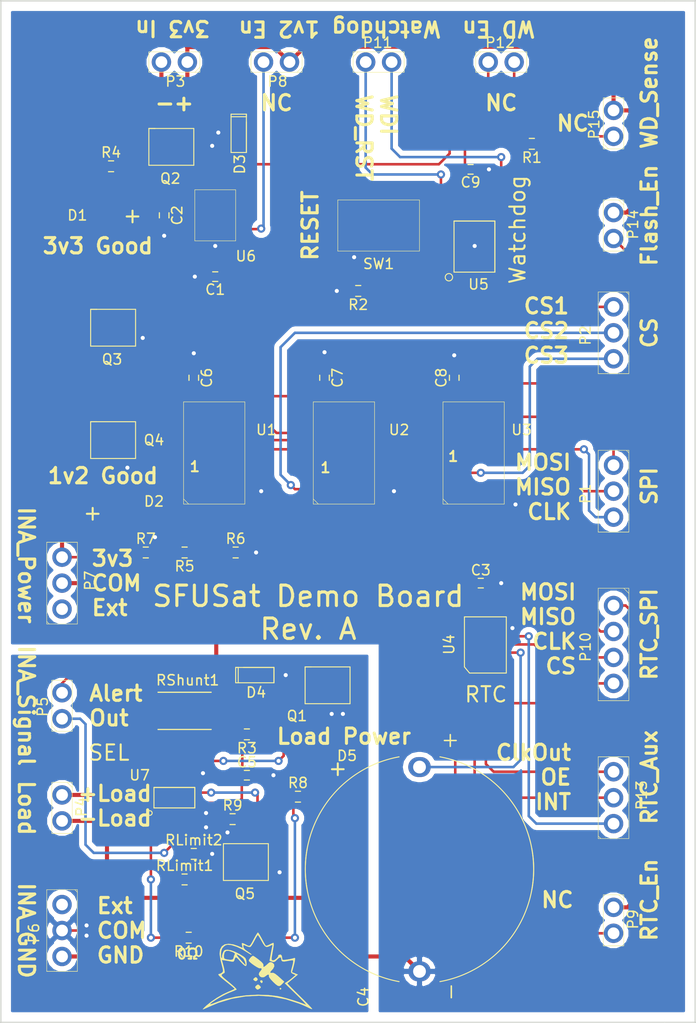
<source format=kicad_pcb>
(kicad_pcb (version 4) (host pcbnew 4.0.4-stable)

  (general
    (links 110)
    (no_connects 0)
    (area 204.924999 54.924999 273.075001 155.075001)
    (thickness 1.6)
    (drawings 50)
    (tracks 506)
    (zones 0)
    (modules 56)
    (nets 54)
  )

  (page A4)
  (layers
    (0 F.Cu signal)
    (31 B.Cu signal)
    (32 B.Adhes user)
    (33 F.Adhes user)
    (34 B.Paste user)
    (35 F.Paste user)
    (36 B.SilkS user)
    (37 F.SilkS user)
    (38 B.Mask user)
    (39 F.Mask user)
    (40 Dwgs.User user)
    (41 Cmts.User user)
    (42 Eco1.User user)
    (43 Eco2.User user hide)
    (44 Edge.Cuts user)
    (45 Margin user)
    (46 B.CrtYd user hide)
    (47 F.CrtYd user)
    (48 B.Fab user)
    (49 F.Fab user hide)
  )

  (setup
    (last_trace_width 0.25)
    (user_trace_width 0.254)
    (user_trace_width 0.4)
    (trace_clearance 0.2)
    (zone_clearance 0.508)
    (zone_45_only no)
    (trace_min 0.2)
    (segment_width 0.2)
    (edge_width 0.15)
    (via_size 0.8)
    (via_drill 0.4)
    (via_min_size 0.8)
    (via_min_drill 0.3)
    (user_via 0.8 0.4)
    (uvia_size 0.3)
    (uvia_drill 0.1)
    (uvias_allowed no)
    (uvia_min_size 0.2)
    (uvia_min_drill 0.1)
    (pcb_text_width 0.3)
    (pcb_text_size 1.5 1.5)
    (mod_edge_width 0.15)
    (mod_text_size 1 1)
    (mod_text_width 0.15)
    (pad_size 1.9 1.9)
    (pad_drill 1.15)
    (pad_to_mask_clearance 0.076)
    (aux_axis_origin 0 0)
    (visible_elements FFFFFF7F)
    (pcbplotparams
      (layerselection 0x010f8_80000001)
      (usegerberextensions false)
      (excludeedgelayer true)
      (linewidth 0.100000)
      (plotframeref false)
      (viasonmask false)
      (mode 1)
      (useauxorigin false)
      (hpglpennumber 1)
      (hpglpenspeed 20)
      (hpglpendiameter 15)
      (hpglpenoverlay 2)
      (psnegative false)
      (psa4output false)
      (plotreference true)
      (plotvalue true)
      (plotinvisibletext false)
      (padsonsilk false)
      (subtractmaskfromsilk false)
      (outputformat 1)
      (mirror false)
      (drillshape 0)
      (scaleselection 1)
      (outputdirectory Gerbers/))
  )

  (net 0 "")
  (net 1 "Net-(C1-Pad1)")
  (net 2 GND)
  (net 3 +1V2)
  (net 4 "Net-(C3-Pad1)")
  (net 5 "Net-(C4-Pad1)")
  (net 6 INA_Supply)
  (net 7 INA_GND)
  (net 8 "Net-(C6-Pad2)")
  (net 9 "Net-(C9-Pad2)")
  (net 10 "Net-(D1-Pad1)")
  (net 11 "Net-(D1-Pad2)")
  (net 12 "Net-(D2-Pad1)")
  (net 13 "Net-(D2-Pad2)")
  (net 14 Flash_MOSI)
  (net 15 Flash_MISO)
  (net 16 Flash_SCK)
  (net 17 CS_1)
  (net 18 CS_2)
  (net 19 CS_3)
  (net 20 Header_GND)
  (net 21 +3V3)
  (net 22 Load+)
  (net 23 INA_Alert)
  (net 24 INA_Out)
  (net 25 "Net-(P6-Pad1)")
  (net 26 "Net-(P7-Pad1)")
  (net 27 RTC_SCL)
  (net 28 RTC_MISO)
  (net 29 RTC_MOSI)
  (net 30 RTC_CS)
  (net 31 WDI)
  (net 32 WD_RESET)
  (net 33 RTC_INT)
  (net 34 RTC_OE)
  (net 35 CLKOut)
  (net 36 "Net-(P15-Pad1)")
  (net 37 "Net-(R1-Pad2)")
  (net 38 "Net-(RLimit1-Pad1)")
  (net 39 "Net-(SW1-Pad4)")
  (net 40 "Net-(SW1-Pad2)")
  (net 41 "Net-(SW1-Pad1)")
  (net 42 "Net-(U1-Pad3)")
  (net 43 "Net-(U1-Pad7)")
  (net 44 "Net-(U2-Pad3)")
  (net 45 "Net-(U2-Pad7)")
  (net 46 "Net-(U3-Pad3)")
  (net 47 "Net-(U3-Pad7)")
  (net 48 "Net-(U6-Pad4)")
  (net 49 Load-)
  (net 50 "Net-(D5-Pad1)")
  (net 51 "Net-(D5-Pad2)")
  (net 52 "Net-(R10-Pad1)")
  (net 53 "Net-(RLimit1-Pad2)")

  (net_class Default "This is the default net class."
    (clearance 0.2)
    (trace_width 0.25)
    (via_dia 0.8)
    (via_drill 0.4)
    (uvia_dia 0.3)
    (uvia_drill 0.1)
    (add_net +1V2)
    (add_net +3V3)
    (add_net CLKOut)
    (add_net CS_1)
    (add_net CS_2)
    (add_net CS_3)
    (add_net Flash_MISO)
    (add_net Flash_MOSI)
    (add_net Flash_SCK)
    (add_net GND)
    (add_net Header_GND)
    (add_net INA_Alert)
    (add_net INA_GND)
    (add_net INA_Out)
    (add_net INA_Supply)
    (add_net Load+)
    (add_net Load-)
    (add_net "Net-(C1-Pad1)")
    (add_net "Net-(C3-Pad1)")
    (add_net "Net-(C4-Pad1)")
    (add_net "Net-(C6-Pad2)")
    (add_net "Net-(C9-Pad2)")
    (add_net "Net-(D1-Pad1)")
    (add_net "Net-(D1-Pad2)")
    (add_net "Net-(D2-Pad1)")
    (add_net "Net-(D2-Pad2)")
    (add_net "Net-(D5-Pad1)")
    (add_net "Net-(D5-Pad2)")
    (add_net "Net-(P15-Pad1)")
    (add_net "Net-(P6-Pad1)")
    (add_net "Net-(P7-Pad1)")
    (add_net "Net-(R1-Pad2)")
    (add_net "Net-(R10-Pad1)")
    (add_net "Net-(RLimit1-Pad1)")
    (add_net "Net-(RLimit1-Pad2)")
    (add_net "Net-(SW1-Pad1)")
    (add_net "Net-(SW1-Pad2)")
    (add_net "Net-(SW1-Pad4)")
    (add_net "Net-(U1-Pad3)")
    (add_net "Net-(U1-Pad7)")
    (add_net "Net-(U2-Pad3)")
    (add_net "Net-(U2-Pad7)")
    (add_net "Net-(U3-Pad3)")
    (add_net "Net-(U3-Pad7)")
    (add_net "Net-(U6-Pad4)")
    (add_net RTC_CS)
    (add_net RTC_INT)
    (add_net RTC_MISO)
    (add_net RTC_MOSI)
    (add_net RTC_OE)
    (add_net RTC_SCL)
    (add_net WDI)
    (add_net WD_RESET)
  )

  (module SFUSat:Supercap_v2 (layer F.Cu) (tedit 59251933) (tstamp 59229673)
    (at 246 140 270)
    (path /591B6FF8)
    (fp_text reference C4 (at 12.5 5.5 270) (layer F.SilkS)
      (effects (font (size 1 1) (thickness 0.15)))
    )
    (fp_text value 470µF (at -0.5 -12.5 270) (layer F.Fab)
      (effects (font (size 1 1) (thickness 0.15)))
    )
    (fp_text user - (at 12 -3 270) (layer F.SilkS)
      (effects (font (size 1.5 1.5) (thickness 0.15)))
    )
    (fp_text user + (at -12.6 -2.9 270) (layer F.SilkS)
      (effects (font (size 1.5 1.5) (thickness 0.15)))
    )
    (fp_arc (start 0 0) (end 11 2) (angle 90) (layer F.SilkS) (width 0.1))
    (fp_arc (start 0 0) (end 2 11) (angle 90) (layer F.SilkS) (width 0.1))
    (fp_arc (start 0 0) (end -11 -2) (angle 90) (layer F.SilkS) (width 0.1))
    (fp_arc (start 0 0) (end -2 -11) (angle 90) (layer F.SilkS) (width 0.1))
    (pad 1 thru_hole oval (at -10 0 270) (size 1.95 2.2) (drill 1.25) (layers *.Cu *.Mask)
      (net 5 "Net-(C4-Pad1)"))
    (pad 2 thru_hole oval (at 10 0 270) (size 1.95 2.2) (drill 1.25) (layers *.Cu *.Mask)
      (net 2 GND))
  )

  (module SFUSat:LED_150060GS75000 (layer F.Cu) (tedit 5924DE64) (tstamp 59229697)
    (at 215.4 76.1)
    (path /59227BF5)
    (fp_text reference D1 (at -2.9 -0.1) (layer F.SilkS)
      (effects (font (size 1 1) (thickness 0.15)))
    )
    (fp_text value "3.3V On" (at 12 -8.5) (layer F.Fab)
      (effects (font (size 1 1) (thickness 0.15)))
    )
    (pad 1 smd rect (at -0.8 0) (size 0.8 0.8) (layers F.Cu F.Paste F.Mask)
      (net 10 "Net-(D1-Pad1)"))
    (pad 2 smd rect (at 0.8 0) (size 0.8 0.8) (layers F.Cu F.Paste F.Mask)
      (net 11 "Net-(D1-Pad2)"))
  )

  (module SFUSat:LED_150060GS75000 (layer F.Cu) (tedit 5925242E) (tstamp 5922969D)
    (at 216 104 180)
    (path /59227B44)
    (fp_text reference D2 (at -4 0 180) (layer F.SilkS)
      (effects (font (size 1 1) (thickness 0.15)))
    )
    (fp_text value "1.2V On" (at -4 -1 180) (layer F.Fab)
      (effects (font (size 1 1) (thickness 0.15)))
    )
    (pad 1 smd rect (at -0.8 0 180) (size 0.8 0.8) (layers F.Cu F.Paste F.Mask)
      (net 12 "Net-(D2-Pad1)"))
    (pad 2 smd rect (at 0.8 0 180) (size 0.8 0.8) (layers F.Cu F.Paste F.Mask)
      (net 13 "Net-(D2-Pad2)"))
  )

  (module SFUSat:SOT23_DMN2075U (layer F.Cu) (tedit 59252D25) (tstamp 59229705)
    (at 237 122)
    (path /592245CD)
    (fp_text reference Q1 (at -3 3) (layer F.SilkS)
      (effects (font (size 1 1) (thickness 0.15)))
    )
    (fp_text value DMN2075U (at 0.1 -2.8) (layer F.Fab)
      (effects (font (size 1 1) (thickness 0.15)))
    )
    (fp_line (start -1.6 -1.8) (end -2.2 -1.8) (layer F.SilkS) (width 0.1))
    (fp_line (start -2.2 -1.8) (end -1.6 -1.8) (layer F.SilkS) (width 0.1))
    (fp_line (start -1.6 -1.8) (end 2.2 -1.8) (layer F.SilkS) (width 0.1))
    (fp_line (start 2.2 -1.8) (end 2.2 1.8) (layer F.SilkS) (width 0.1))
    (fp_line (start 2.2 1.8) (end -2.2 1.8) (layer F.SilkS) (width 0.1))
    (fp_line (start -2.2 1.8) (end -2.2 -1.8) (layer F.SilkS) (width 0.1))
    (pad 1 smd rect (at 0 -1) (size 0.8 0.9) (layers F.Cu F.Paste F.Mask)
      (net 49 Load-))
    (pad 2 smd rect (at -0.96 1) (size 0.8 0.9) (layers F.Cu F.Paste F.Mask)
      (net 23 INA_Alert))
    (pad 3 smd rect (at 0.95 1) (size 0.8 0.9) (layers F.Cu F.Paste F.Mask)
      (net 7 INA_GND))
  )

  (module SFUSat:SOT23_DMN2075U (layer F.Cu) (tedit 5922614D) (tstamp 5922970C)
    (at 221.7 69.3)
    (path /592259E3)
    (fp_text reference Q2 (at -0.1 3.1) (layer F.SilkS)
      (effects (font (size 1 1) (thickness 0.15)))
    )
    (fp_text value DMN2075U (at 0.1 -2.8) (layer F.Fab)
      (effects (font (size 1 1) (thickness 0.15)))
    )
    (fp_line (start -1.6 -1.8) (end -2.2 -1.8) (layer F.SilkS) (width 0.1))
    (fp_line (start -2.2 -1.8) (end -1.6 -1.8) (layer F.SilkS) (width 0.1))
    (fp_line (start -1.6 -1.8) (end 2.2 -1.8) (layer F.SilkS) (width 0.1))
    (fp_line (start 2.2 -1.8) (end 2.2 1.8) (layer F.SilkS) (width 0.1))
    (fp_line (start 2.2 1.8) (end -2.2 1.8) (layer F.SilkS) (width 0.1))
    (fp_line (start -2.2 1.8) (end -2.2 -1.8) (layer F.SilkS) (width 0.1))
    (pad 1 smd rect (at 0 -1) (size 0.8 0.9) (layers F.Cu F.Paste F.Mask)
      (net 20 Header_GND))
    (pad 2 smd rect (at -0.96 1) (size 0.8 0.9) (layers F.Cu F.Paste F.Mask)
      (net 21 +3V3))
    (pad 3 smd rect (at 0.95 1) (size 0.8 0.9) (layers F.Cu F.Paste F.Mask)
      (net 2 GND))
  )

  (module SFUSat:SOT23_DMN2075U (layer F.Cu) (tedit 5922614D) (tstamp 59229713)
    (at 216 87)
    (path /5922725B)
    (fp_text reference Q3 (at -0.1 3.1) (layer F.SilkS)
      (effects (font (size 1 1) (thickness 0.15)))
    )
    (fp_text value DMN2075U (at 0.1 -2.8) (layer F.Fab)
      (effects (font (size 1 1) (thickness 0.15)))
    )
    (fp_line (start -1.6 -1.8) (end -2.2 -1.8) (layer F.SilkS) (width 0.1))
    (fp_line (start -2.2 -1.8) (end -1.6 -1.8) (layer F.SilkS) (width 0.1))
    (fp_line (start -1.6 -1.8) (end 2.2 -1.8) (layer F.SilkS) (width 0.1))
    (fp_line (start 2.2 -1.8) (end 2.2 1.8) (layer F.SilkS) (width 0.1))
    (fp_line (start 2.2 1.8) (end -2.2 1.8) (layer F.SilkS) (width 0.1))
    (fp_line (start -2.2 1.8) (end -2.2 -1.8) (layer F.SilkS) (width 0.1))
    (pad 1 smd rect (at 0 -1) (size 0.8 0.9) (layers F.Cu F.Paste F.Mask)
      (net 10 "Net-(D1-Pad1)"))
    (pad 2 smd rect (at -0.96 1) (size 0.8 0.9) (layers F.Cu F.Paste F.Mask)
      (net 21 +3V3))
    (pad 3 smd rect (at 0.95 1) (size 0.8 0.9) (layers F.Cu F.Paste F.Mask)
      (net 2 GND))
  )

  (module SFUSat:SOT23_DMN2075U (layer F.Cu) (tedit 5924DEAE) (tstamp 5922971A)
    (at 216 98)
    (path /59227491)
    (fp_text reference Q4 (at 4 0) (layer F.SilkS)
      (effects (font (size 1 1) (thickness 0.15)))
    )
    (fp_text value DMN2075U (at 0.1 -2.8) (layer F.Fab)
      (effects (font (size 1 1) (thickness 0.15)))
    )
    (fp_line (start -1.6 -1.8) (end -2.2 -1.8) (layer F.SilkS) (width 0.1))
    (fp_line (start -2.2 -1.8) (end -1.6 -1.8) (layer F.SilkS) (width 0.1))
    (fp_line (start -1.6 -1.8) (end 2.2 -1.8) (layer F.SilkS) (width 0.1))
    (fp_line (start 2.2 -1.8) (end 2.2 1.8) (layer F.SilkS) (width 0.1))
    (fp_line (start 2.2 1.8) (end -2.2 1.8) (layer F.SilkS) (width 0.1))
    (fp_line (start -2.2 1.8) (end -2.2 -1.8) (layer F.SilkS) (width 0.1))
    (pad 1 smd rect (at 0 -1) (size 0.8 0.9) (layers F.Cu F.Paste F.Mask)
      (net 12 "Net-(D2-Pad1)"))
    (pad 2 smd rect (at -0.96 1) (size 0.8 0.9) (layers F.Cu F.Paste F.Mask)
      (net 3 +1V2))
    (pad 3 smd rect (at 0.95 1) (size 0.8 0.9) (layers F.Cu F.Paste F.Mask)
      (net 2 GND))
  )

  (module Resistors_SMD:R_2512 (layer F.Cu) (tedit 5924E7A5) (tstamp 59229750)
    (at 223 124.5 180)
    (descr "Resistor SMD 2512, reflow soldering, Vishay (see dcrcw.pdf)")
    (tags "resistor 2512")
    (path /591F1A06)
    (attr smd)
    (fp_text reference RShunt1 (at -0.3 3 180) (layer F.SilkS)
      (effects (font (size 1 1) (thickness 0.15)))
    )
    (fp_text value 0.06 (at 0 2.75 180) (layer F.Fab)
      (effects (font (size 1 1) (thickness 0.15)))
    )
    (fp_text user %R (at 0 0 180) (layer F.Fab)
      (effects (font (size 1 1) (thickness 0.15)))
    )
    (fp_line (start -3.15 1.6) (end -3.15 -1.6) (layer F.Fab) (width 0.1))
    (fp_line (start 3.15 1.6) (end -3.15 1.6) (layer F.Fab) (width 0.1))
    (fp_line (start 3.15 -1.6) (end 3.15 1.6) (layer F.Fab) (width 0.1))
    (fp_line (start -3.15 -1.6) (end 3.15 -1.6) (layer F.Fab) (width 0.1))
    (fp_line (start 2.6 1.82) (end -2.6 1.82) (layer F.SilkS) (width 0.12))
    (fp_line (start -2.6 -1.82) (end 2.6 -1.82) (layer F.SilkS) (width 0.12))
    (fp_line (start -3.85 -1.85) (end 3.85 -1.85) (layer F.CrtYd) (width 0.05))
    (fp_line (start -3.85 -1.85) (end -3.85 1.85) (layer F.CrtYd) (width 0.05))
    (fp_line (start 3.85 1.85) (end 3.85 -1.85) (layer F.CrtYd) (width 0.05))
    (fp_line (start 3.85 1.85) (end -3.85 1.85) (layer F.CrtYd) (width 0.05))
    (pad 1 smd rect (at -3.1 0 180) (size 1 3.2) (layers F.Cu F.Paste F.Mask)
      (net 6 INA_Supply))
    (pad 2 smd rect (at 3.1 0 180) (size 1 3.2) (layers F.Cu F.Paste F.Mask)
      (net 22 Load+))
    (model ${KISYS3DMOD}/Resistors_SMD.3dshapes/R_2512.wrl
      (at (xyz 0 0 0))
      (scale (xyz 1 1 1))
      (rotate (xyz 0 0 0))
    )
  )

  (module SFUSat:Tact_SW_SMD (layer F.Cu) (tedit 59229344) (tstamp 59229758)
    (at 242 77)
    (path /5922EC2A)
    (fp_text reference SW1 (at 0 3.75) (layer F.SilkS)
      (effects (font (size 1 1) (thickness 0.15)))
    )
    (fp_text value Tact_Switch_NO (at 0 -3.75) (layer F.Fab)
      (effects (font (size 1 1) (thickness 0.15)))
    )
    (fp_line (start -4 2.5) (end -4 -2.5) (layer F.SilkS) (width 0.05))
    (fp_line (start 4 2.5) (end -4 2.5) (layer F.SilkS) (width 0.05))
    (fp_line (start 4 -2.5) (end 4 2.5) (layer F.SilkS) (width 0.05))
    (fp_line (start -4 -2.5) (end 4 -2.5) (layer F.SilkS) (width 0.05))
    (pad 4 smd rect (at 2.425 0.95) (size 1.55 1.3) (layers F.Cu F.Paste F.Mask)
      (net 39 "Net-(SW1-Pad4)"))
    (pad 2 smd rect (at 2.425 -0.95) (size 1.55 1.3) (layers F.Cu F.Paste F.Mask)
      (net 40 "Net-(SW1-Pad2)"))
    (pad 1 smd rect (at -2.425 -0.95) (size 1.55 1.3) (layers F.Cu F.Paste F.Mask)
      (net 41 "Net-(SW1-Pad1)"))
    (pad 3 smd rect (at -2.425 0.95) (size 1.55 1.3) (layers F.Cu F.Paste F.Mask)
      (net 2 GND))
  )

  (module SFUSat:SOT-8_208mil_medium (layer F.Cu) (tedit 5924E6BA) (tstamp 59229764)
    (at 225.9 99.26)
    (path /5913F9C4)
    (fp_text reference U1 (at 5.1 -2.26) (layer F.SilkS)
      (effects (font (size 1 1) (thickness 0.15)))
    )
    (fp_text value S25FL164K0XMFV010 (at 1.045 -7.46) (layer F.Fab)
      (effects (font (size 1 1) (thickness 0.15)))
    )
    (fp_line (start -2.5 5) (end -3 4.5) (layer F.SilkS) (width 0.05))
    (fp_line (start -3 5) (end -3 -5) (layer F.SilkS) (width 0.05))
    (fp_line (start 3 5) (end -3 5) (layer F.SilkS) (width 0.05))
    (fp_line (start 3 -5) (end 3 5) (layer F.SilkS) (width 0.05))
    (fp_line (start -3 -5) (end 3 -5) (layer F.SilkS) (width 0.05))
    (pad 2 smd rect (at -0.635 3.54) (size 0.76 1.2) (layers F.Cu F.Paste F.Mask)
      (net 15 Flash_MISO))
    (pad 3 smd rect (at 0.635 3.54) (size 0.76 1.2) (layers F.Cu F.Paste F.Mask)
      (net 42 "Net-(U1-Pad3)"))
    (pad 4 smd rect (at 1.905 3.54) (size 0.76 1.2) (layers F.Cu F.Paste F.Mask)
      (net 2 GND))
    (pad 1 smd rect (at -1.905 3.54) (size 0.76 1.2) (layers F.Cu F.Paste F.Mask)
      (net 17 CS_1))
    (pad 8 smd rect (at -1.905 -3.54) (size 0.76 1.2) (layers F.Cu F.Paste F.Mask)
      (net 8 "Net-(C6-Pad2)"))
    (pad 7 smd rect (at -0.635 -3.54) (size 0.76 1.2) (layers F.Cu F.Paste F.Mask)
      (net 43 "Net-(U1-Pad7)"))
    (pad 6 smd rect (at 0.635 -3.54) (size 0.76 1.2) (layers F.Cu F.Paste F.Mask)
      (net 16 Flash_SCK))
    (pad 5 smd rect (at 1.905 -3.54) (size 0.76 1.2) (layers F.Cu F.Paste F.Mask)
      (net 14 Flash_MOSI))
  )

  (module SFUSat:SOT-8_208mil_medium (layer F.Cu) (tedit 59267751) (tstamp 59229770)
    (at 238.6 99.26)
    (path /5913FA04)
    (fp_text reference U2 (at 5.4 -2.26) (layer F.SilkS)
      (effects (font (size 1 1) (thickness 0.15)))
    )
    (fp_text value S25FL164K0XMFV010 (at 1.045 -7.46) (layer F.Fab)
      (effects (font (size 1 1) (thickness 0.15)))
    )
    (fp_line (start -2.5 5) (end -3 4.5) (layer F.SilkS) (width 0.05))
    (fp_line (start -3 5) (end -3 -5) (layer F.SilkS) (width 0.05))
    (fp_line (start 3 5) (end -3 5) (layer F.SilkS) (width 0.05))
    (fp_line (start 3 -5) (end 3 5) (layer F.SilkS) (width 0.05))
    (fp_line (start -3 -5) (end 3 -5) (layer F.SilkS) (width 0.05))
    (pad 2 smd rect (at -0.635 3.54) (size 0.76 1.2) (layers F.Cu F.Paste F.Mask)
      (net 15 Flash_MISO))
    (pad 3 smd rect (at 0.635 3.54) (size 0.76 1.2) (layers F.Cu F.Paste F.Mask)
      (net 44 "Net-(U2-Pad3)"))
    (pad 4 smd rect (at 1.905 3.54) (size 0.76 1.2) (layers F.Cu F.Paste F.Mask)
      (net 2 GND))
    (pad 1 smd rect (at -1.905 3.54) (size 0.76 1.2) (layers F.Cu F.Paste F.Mask)
      (net 18 CS_2))
    (pad 8 smd rect (at -1.905 -3.54) (size 0.76 1.2) (layers F.Cu F.Paste F.Mask)
      (net 8 "Net-(C6-Pad2)"))
    (pad 7 smd rect (at -0.635 -3.54) (size 0.76 1.2) (layers F.Cu F.Paste F.Mask)
      (net 45 "Net-(U2-Pad7)"))
    (pad 6 smd rect (at 0.635 -3.54) (size 0.76 1.2) (layers F.Cu F.Paste F.Mask)
      (net 16 Flash_SCK))
    (pad 5 smd rect (at 1.905 -3.54) (size 0.76 1.2) (layers F.Cu F.Paste F.Mask)
      (net 14 Flash_MOSI))
  )

  (module SFUSat:SOT-8_208mil_medium (layer F.Cu) (tedit 5924E6C2) (tstamp 5922977C)
    (at 251.3 99.26)
    (path /5913FA38)
    (fp_text reference U3 (at 4.7 -2.26) (layer F.SilkS)
      (effects (font (size 1 1) (thickness 0.15)))
    )
    (fp_text value S25FL164K0XMFV010 (at 1.045 -7.46) (layer F.Fab)
      (effects (font (size 1 1) (thickness 0.15)))
    )
    (fp_line (start -2.5 5) (end -3 4.5) (layer F.SilkS) (width 0.05))
    (fp_line (start -3 5) (end -3 -5) (layer F.SilkS) (width 0.05))
    (fp_line (start 3 5) (end -3 5) (layer F.SilkS) (width 0.05))
    (fp_line (start 3 -5) (end 3 5) (layer F.SilkS) (width 0.05))
    (fp_line (start -3 -5) (end 3 -5) (layer F.SilkS) (width 0.05))
    (pad 2 smd rect (at -0.635 3.54) (size 0.76 1.2) (layers F.Cu F.Paste F.Mask)
      (net 15 Flash_MISO))
    (pad 3 smd rect (at 0.635 3.54) (size 0.76 1.2) (layers F.Cu F.Paste F.Mask)
      (net 46 "Net-(U3-Pad3)"))
    (pad 4 smd rect (at 1.905 3.54) (size 0.76 1.2) (layers F.Cu F.Paste F.Mask)
      (net 2 GND))
    (pad 1 smd rect (at -1.905 3.54) (size 0.76 1.2) (layers F.Cu F.Paste F.Mask)
      (net 19 CS_3))
    (pad 8 smd rect (at -1.905 -3.54) (size 0.76 1.2) (layers F.Cu F.Paste F.Mask)
      (net 8 "Net-(C6-Pad2)"))
    (pad 7 smd rect (at -0.635 -3.54) (size 0.76 1.2) (layers F.Cu F.Paste F.Mask)
      (net 47 "Net-(U3-Pad7)"))
    (pad 6 smd rect (at 0.635 -3.54) (size 0.76 1.2) (layers F.Cu F.Paste F.Mask)
      (net 16 Flash_SCK))
    (pad 5 smd rect (at 1.905 -3.54) (size 0.76 1.2) (layers F.Cu F.Paste F.Mask)
      (net 14 Flash_MOSI))
  )

  (module SFUSat:RTC_AB-RTCMC_EA09_S3 (layer F.Cu) (tedit 59266FF8) (tstamp 5922978A)
    (at 252.5 118 90)
    (path /591B67AD)
    (fp_text reference U4 (at 0 -3.6 90) (layer F.SilkS)
      (effects (font (size 1 1) (thickness 0.15)))
    )
    (fp_text value AB-RTCMC-EOA9-S3 (at 0.8 -3.4 90) (layer F.Fab)
      (effects (font (size 1 1) (thickness 0.15)))
    )
    (fp_line (start -2.8 -1.6) (end -2.2 -2.1) (layer F.SilkS) (width 0.1))
    (fp_line (start 2.7 -2.1) (end -2.2 -2.1) (layer F.SilkS) (width 0.1))
    (fp_line (start -2.8 2) (end -2.8 -1.6) (layer F.SilkS) (width 0.1))
    (fp_line (start -2.8 2) (end 2.7 2) (layer F.SilkS) (width 0.1))
    (fp_line (start 2.7 -2.1) (end 2.7 2) (layer F.SilkS) (width 0.1))
    (pad 8 smd rect (at 0 1.1 90) (size 0.5 0.8) (layers F.Cu F.Paste F.Mask)
      (net 30 RTC_CS))
    (pad 3 smd rect (at 0 -1.1 90) (size 0.5 0.8) (layers F.Cu F.Paste F.Mask)
      (net 35 CLKOut))
    (pad 9 smd rect (at -0.8 1.1 90) (size 0.5 0.8) (layers F.Cu F.Paste F.Mask)
      (net 5 "Net-(C4-Pad1)"))
    (pad 10 smd rect (at -1.6 1.1 90) (size 0.5 0.8) (layers F.Cu F.Paste F.Mask)
      (net 29 RTC_MOSI))
    (pad 7 smd rect (at 0.8 1.1 90) (size 0.5 0.8) (layers F.Cu F.Paste F.Mask)
      (net 33 RTC_INT))
    (pad 6 smd rect (at 1.6 1.1 90) (size 0.5 0.8) (layers F.Cu F.Paste F.Mask)
      (net 2 GND))
    (pad 4 smd rect (at 0.8 -1.1 90) (size 0.5 0.8) (layers F.Cu F.Paste F.Mask)
      (net 27 RTC_SCL))
    (pad 5 smd rect (at 1.6 -1.1 90) (size 0.5 0.8) (layers F.Cu F.Paste F.Mask)
      (net 28 RTC_MISO))
    (pad 2 smd rect (at -0.8 -1.1 90) (size 0.5 0.8) (layers F.Cu F.Paste F.Mask)
      (net 4 "Net-(C3-Pad1)"))
    (pad 1 smd rect (at -1.6 -1.1 90) (size 0.5 0.8) (layers F.Cu F.Paste F.Mask)
      (net 34 RTC_OE))
  )

  (module SFUSat:SOT_23_6 (layer F.Cu) (tedit 59227065) (tstamp 59229794)
    (at 251.38 79.06)
    (path /591412B2)
    (fp_text reference U5 (at 0.4 3.7) (layer F.SilkS)
      (effects (font (size 1 1) (thickness 0.15)))
    )
    (fp_text value TPS3110 (at -0.1 -4.1) (layer F.Fab)
      (effects (font (size 1 1) (thickness 0.15)))
    )
    (fp_circle (center -2.5 3) (end -2.3 3.3) (layer F.SilkS) (width 0.1))
    (fp_line (start 2 -2.5) (end 2 2.5) (layer F.SilkS) (width 0.1))
    (fp_line (start -2 -2.5) (end 2 -2.5) (layer F.SilkS) (width 0.1))
    (fp_line (start -2 2.5) (end -2 -2.5) (layer F.SilkS) (width 0.1))
    (fp_line (start 2 2.5) (end -2 2.5) (layer F.SilkS) (width 0.1))
    (fp_line (start -2 -2.5) (end 2 -2.5) (layer F.SilkS) (width 0.1))
    (fp_line (start 2 -2.5) (end 2 2.5) (layer F.SilkS) (width 0.1))
    (pad 2 smd rect (at 0 1.3) (size 0.75 1) (layers F.Cu F.Paste F.Mask)
      (net 2 GND))
    (pad 1 smd rect (at -0.95 1.3) (size 0.75 1) (layers F.Cu F.Paste F.Mask)
      (net 32 WD_RESET))
    (pad 3 smd rect (at 0.95 1.3) (size 0.75 1) (layers F.Cu F.Paste F.Mask)
      (net 40 "Net-(SW1-Pad2)"))
    (pad 4 smd rect (at 0.95 -1.3) (size 0.75 1) (layers F.Cu F.Paste F.Mask)
      (net 37 "Net-(R1-Pad2)"))
    (pad 5 smd rect (at 0 -1.3) (size 0.75 1) (layers F.Cu F.Paste F.Mask)
      (net 31 WDI))
    (pad 6 smd rect (at -0.95 -1.3) (size 0.75 1) (layers F.Cu F.Paste F.Mask)
      (net 9 "Net-(C9-Pad2)"))
  )

  (module SFUSat:SOT25 (layer F.Cu) (tedit 5924E6D2) (tstamp 5922979D)
    (at 226 76)
    (path /591417EE)
    (fp_text reference U6 (at 3 4) (layer F.SilkS)
      (effects (font (size 1 1) (thickness 0.15)))
    )
    (fp_text value AP7331 (at 0 -3.5) (layer F.Fab)
      (effects (font (size 1 1) (thickness 0.15)))
    )
    (fp_line (start -2 2.5) (end 2 2.5) (layer F.SilkS) (width 0.05))
    (fp_line (start -2 -2.5) (end -2 2.5) (layer F.SilkS) (width 0.05))
    (fp_line (start 2 2.5) (end 2 -2.5) (layer F.SilkS) (width 0.05))
    (fp_line (start -2 -2.5) (end 2 -2.5) (layer F.SilkS) (width 0.05))
    (pad 1 smd rect (at -0.95 1.35) (size 0.6 1.05) (layers F.Cu F.Paste F.Mask)
      (net 1 "Net-(C1-Pad1)"))
    (pad 2 smd rect (at 0 1.35) (size 0.6 1.05) (layers F.Cu F.Paste F.Mask)
      (net 2 GND))
    (pad 3 smd rect (at 0.95 1.35) (size 0.6 1.05) (layers F.Cu F.Paste F.Mask)
      (net 1 "Net-(C1-Pad1)"))
    (pad 5 smd rect (at -0.95 -1.35) (size 0.6 1.05) (layers F.Cu F.Paste F.Mask)
      (net 3 +1V2))
    (pad 4 smd rect (at 0.95 -1.35) (size 0.6 1.05) (layers F.Cu F.Paste F.Mask)
      (net 48 "Net-(U6-Pad4)"))
  )

  (module SFUSat:VSSOP_8 (layer F.Cu) (tedit 59251AD7) (tstamp 592297A9)
    (at 222 133)
    (path /591CE3A7)
    (fp_text reference U7 (at -3.4 -2.2) (layer F.SilkS)
      (effects (font (size 1 1) (thickness 0.15)))
    )
    (fp_text value INA301 (at -0.1 -4.2) (layer F.Fab)
      (effects (font (size 1 1) (thickness 0.15)))
    )
    (fp_circle (center -2.4 1.5) (end -2.2 1.6) (layer F.SilkS) (width 0.1))
    (fp_line (start 2 -1) (end 2 1) (layer F.SilkS) (width 0.1))
    (fp_line (start -2 1) (end 2 1) (layer F.SilkS) (width 0.1))
    (fp_line (start -2 -1) (end 2 -1) (layer F.SilkS) (width 0.1))
    (fp_line (start 2 -1) (end -2 -1) (layer F.SilkS) (width 0.1))
    (fp_line (start -2 -1) (end 2 -1) (layer F.SilkS) (width 0.1))
    (fp_line (start 2 -1) (end 2 1) (layer F.SilkS) (width 0.1))
    (fp_line (start 2 1) (end -2 1) (layer F.SilkS) (width 0.1))
    (fp_line (start -2 1) (end -2 -1) (layer F.SilkS) (width 0.1))
    (pad 2 smd rect (at -0.325 2.2) (size 0.45 1.45) (layers F.Cu F.Paste F.Mask)
      (net 24 INA_Out))
    (pad 1 smd rect (at -0.975 2.2) (size 0.45 1.45) (layers F.Cu F.Paste F.Mask)
      (net 6 INA_Supply))
    (pad 3 smd rect (at 0.325 2.2) (size 0.45 1.45) (layers F.Cu F.Paste F.Mask)
      (net 38 "Net-(RLimit1-Pad1)"))
    (pad 4 smd rect (at 0.975 2.2) (size 0.45 1.45) (layers F.Cu F.Paste F.Mask)
      (net 7 INA_GND))
    (pad 8 smd rect (at -0.975 -2.2) (size 0.45 1.45) (layers F.Cu F.Paste F.Mask)
      (net 6 INA_Supply))
    (pad 7 smd rect (at -0.325 -2.2) (size 0.45 1.45) (layers F.Cu F.Paste F.Mask)
      (net 22 Load+))
    (pad 6 smd rect (at 0.325 -2.2) (size 0.45 1.45) (layers F.Cu F.Paste F.Mask)
      (net 23 INA_Alert))
    (pad 5 smd rect (at 0.975 -2.2) (size 0.45 1.45) (layers F.Cu F.Paste F.Mask)
      (net 7 INA_GND))
  )

  (module Graphics:SFUSat_15mm_2 (layer F.Cu) (tedit 0) (tstamp 5924E948)
    (at 230.1 150)
    (fp_text reference G*** (at 0 0) (layer F.SilkS) hide
      (effects (font (thickness 0.3)))
    )
    (fp_text value LOGO (at 0.75 0) (layer F.SilkS) hide
      (effects (font (thickness 0.3)))
    )
    (fp_poly (pts (xy 0.143536 -3.740311) (xy 0.26141 -3.55493) (xy 0.411358 -3.289383) (xy 0.460995 -3.196167)
      (xy 0.617392 -2.903477) (xy 0.747378 -2.669527) (xy 0.828464 -2.534515) (xy 0.83938 -2.519873)
      (xy 0.941113 -2.517388) (xy 1.129424 -2.585771) (xy 1.209387 -2.625707) (xy 1.421217 -2.730713)
      (xy 1.570648 -2.78948) (xy 1.595715 -2.794) (xy 1.624059 -2.719219) (xy 1.617548 -2.527182)
      (xy 1.596022 -2.370667) (xy 1.534795 -2.010884) (xy 1.470079 -1.630745) (xy 1.452975 -1.530308)
      (xy 1.418074 -1.27767) (xy 1.430088 -1.144392) (xy 1.496788 -1.085085) (xy 1.531048 -1.074292)
      (xy 1.696091 -1.10894) (xy 1.898717 -1.263748) (xy 1.914246 -1.279651) (xy 2.041817 -1.431174)
      (xy 2.081303 -1.518441) (xy 2.069007 -1.526575) (xy 2.065584 -1.562108) (xy 2.147916 -1.621091)
      (xy 2.311432 -1.651209) (xy 2.417333 -1.530956) (xy 2.454037 -1.288251) (xy 2.466237 -1.17755)
      (xy 2.528818 -1.128065) (xy 2.683678 -1.127003) (xy 2.899834 -1.152118) (xy 3.196877 -1.199538)
      (xy 3.453168 -1.255814) (xy 3.544271 -1.283527) (xy 3.677858 -1.320085) (xy 3.720957 -1.265051)
      (xy 3.702782 -1.081091) (xy 3.702768 -1.080993) (xy 3.654693 -0.834162) (xy 3.579452 -0.520111)
      (xy 3.537365 -0.363557) (xy 3.413404 0.07722) (xy 3.705398 0.193683) (xy 3.997392 0.310145)
      (xy 3.501529 0.723889) (xy 3.259511 0.925246) (xy 3.071096 1.080918) (xy 2.971249 1.162043)
      (xy 2.965349 1.166523) (xy 3.010991 1.231204) (xy 3.161545 1.395423) (xy 3.399765 1.641456)
      (xy 3.708404 1.951579) (xy 4.070213 2.308067) (xy 4.184543 2.419457) (xy 4.558695 2.787147)
      (xy 4.884316 3.114979) (xy 5.144201 3.384975) (xy 5.321144 3.579153) (xy 5.39794 3.679535)
      (xy 5.398989 3.688566) (xy 5.303809 3.680697) (xy 5.123586 3.605013) (xy 5.068796 3.575986)
      (xy 4.854188 3.469962) (xy 4.540913 3.330247) (xy 4.188627 3.183222) (xy 4.106334 3.150345)
      (xy 2.82419 2.732605) (xy 1.510311 2.4772) (xy 0.179486 2.38365) (xy -1.153495 2.451474)
      (xy -2.473843 2.680191) (xy -3.766768 3.069321) (xy -4.643047 3.434779) (xy -4.938542 3.569528)
      (xy -5.173155 3.670137) (xy -5.306606 3.719533) (xy -5.32038 3.721861) (xy -5.293512 3.668948)
      (xy -5.167875 3.534502) (xy -4.995333 3.37051) (xy -4.790597 3.203791) (xy -4.605963 3.203791)
      (xy -4.563227 3.218656) (xy -4.39975 3.175222) (xy -4.150019 3.08285) (xy -4.129277 3.074416)
      (xy -3.739258 2.926173) (xy -3.304781 2.777457) (xy -3.048 2.69816) (xy -2.089774 2.478799)
      (xy -1.040108 2.339034) (xy 0.0415 2.282181) (xy 1.095555 2.311553) (xy 1.989667 2.417554)
      (xy 2.391485 2.503378) (xy 2.896677 2.635745) (xy 3.451381 2.798341) (xy 4.001736 2.974848)
      (xy 4.493883 3.148951) (xy 4.780134 3.262881) (xy 4.775652 3.230353) (xy 4.664193 3.097563)
      (xy 4.461332 2.881106) (xy 4.182644 2.597575) (xy 3.843704 2.263563) (xy 3.826316 2.246671)
      (xy 2.706698 1.159692) (xy 2.940849 1.012183) (xy 3.156587 0.860823) (xy 3.405384 0.665609)
      (xy 3.471334 0.610103) (xy 3.767667 0.355531) (xy 3.534834 0.248842) (xy 3.401417 0.183249)
      (xy 3.331071 0.112343) (xy 3.318924 -0.004052) (xy 3.360109 -0.206114) (xy 3.442931 -0.509458)
      (xy 3.50837 -0.782951) (xy 3.537792 -0.988018) (xy 3.528119 -1.072103) (xy 3.421388 -1.085534)
      (xy 3.204428 -1.061759) (xy 3.007465 -1.023804) (xy 2.680276 -0.965596) (xy 2.483576 -0.975364)
      (xy 2.389897 -1.060076) (xy 2.370667 -1.185334) (xy 2.33578 -1.351303) (xy 2.228626 -1.369431)
      (xy 2.045466 -1.2394) (xy 1.953808 -1.14968) (xy 1.772132 -0.978702) (xy 1.638452 -0.915705)
      (xy 1.493395 -0.93773) (xy 1.447859 -0.954032) (xy 1.216266 -1.041449) (xy 1.32697 -1.642558)
      (xy 1.388849 -1.971202) (xy 1.444934 -2.256456) (xy 1.483147 -2.436899) (xy 1.483318 -2.437624)
      (xy 1.504766 -2.564017) (xy 1.457726 -2.585966) (xy 1.303983 -2.515215) (xy 1.276685 -2.501124)
      (xy 1.055531 -2.404663) (xy 0.888675 -2.395487) (xy 0.743371 -2.491762) (xy 0.586871 -2.711655)
      (xy 0.446079 -2.961896) (xy 0.290036 -3.238812) (xy 0.160353 -3.446673) (xy 0.079876 -3.549483)
      (xy 0.069896 -3.554563) (xy 0.007123 -3.485255) (xy -0.10612 -3.300895) (xy -0.247025 -3.039087)
      (xy -0.268771 -2.996189) (xy -0.420661 -2.717333) (xy -0.559197 -2.502885) (xy -0.6568 -2.395055)
      (xy -0.663862 -2.391511) (xy -0.809769 -2.396089) (xy -1.023451 -2.465005) (xy -1.066029 -2.484286)
      (xy -1.253983 -2.567676) (xy -1.335261 -2.571072) (xy -1.35438 -2.490729) (xy -1.354666 -2.460011)
      (xy -1.309556 -2.287646) (xy -1.158369 -2.112427) (xy -0.87732 -1.908583) (xy -0.802125 -1.861302)
      (xy -0.625431 -1.738219) (xy -0.539841 -1.650425) (xy -0.53993 -1.633181) (xy -0.625638 -1.654564)
      (xy -0.804272 -1.752431) (xy -0.970395 -1.860416) (xy -1.474466 -2.165774) (xy -1.99264 -2.40706)
      (xy -2.47003 -2.560202) (xy -2.637087 -2.591361) (xy -2.901516 -2.609868) (xy -3.085691 -2.560794)
      (xy -3.254927 -2.438553) (xy -3.416917 -2.255874) (xy -3.50339 -2.022401) (xy -3.534255 -1.805186)
      (xy -3.542578 -1.515463) (xy -3.505072 -1.344375) (xy -3.482018 -1.318937) (xy -3.422357 -1.320767)
      (xy -3.435235 -1.382719) (xy -3.434742 -1.535021) (xy -3.429323 -1.555079) (xy -3.249159 -1.555079)
      (xy -3.243856 -1.340292) (xy -3.180193 -1.235954) (xy -3.014458 -1.183815) (xy -2.963333 -1.17418)
      (xy -2.632659 -1.130423) (xy -2.430834 -1.152719) (xy -2.327547 -1.249302) (xy -2.299054 -1.354667)
      (xy -2.244329 -1.559227) (xy -2.18938 -1.662193) (xy -2.006696 -1.662193) (xy -1.975436 -1.583253)
      (xy -1.853633 -1.412155) (xy -1.665178 -1.181557) (xy -1.601304 -1.108029) (xy -1.390406 -0.874171)
      (xy -1.226302 -0.702981) (xy -1.136767 -0.623076) (xy -1.128671 -0.621107) (xy -1.133595 -0.709242)
      (xy -1.175474 -0.897398) (xy -1.188696 -0.946717) (xy -1.335478 -1.232579) (xy -1.617504 -1.477465)
      (xy -1.825067 -1.60136) (xy -1.970479 -1.66326) (xy -2.006696 -1.662193) (xy -2.18938 -1.662193)
      (xy -2.186223 -1.668107) (xy -2.177379 -1.757164) (xy -2.311353 -1.85343) (xy -2.416342 -1.90094)
      (xy -2.778585 -2.01521) (xy -3.031683 -2.004572) (xy -3.18488 -1.865187) (xy -3.247419 -1.593217)
      (xy -3.249159 -1.555079) (xy -3.429323 -1.555079) (xy -3.374505 -1.757949) (xy -3.353919 -1.81045)
      (xy -3.254196 -2.008352) (xy -3.133215 -2.095537) (xy -2.922214 -2.116487) (xy -2.880572 -2.116667)
      (xy -2.564697 -2.06391) (xy -2.163011 -1.917514) (xy -1.717186 -1.69529) (xy -1.31799 -1.448809)
      (xy -1.150427 -1.299693) (xy -1.066487 -1.105673) (xy -1.03729 -0.894067) (xy -1.03327 -0.647561)
      (xy -1.081059 -0.531222) (xy -1.192237 -0.546917) (xy -1.378385 -0.696512) (xy -1.651085 -0.981872)
      (xy -1.662783 -0.994834) (xy -1.886098 -1.239367) (xy -2.025222 -1.36279) (xy -2.111326 -1.367949)
      (xy -2.17558 -1.25769) (xy -2.24497 -1.048011) (xy -2.316331 -0.958257) (xy -2.476368 -0.953618)
      (xy -2.56247 -0.969897) (xy -2.847271 -1.025285) (xy -3.144625 -1.074799) (xy -3.452916 -1.120493)
      (xy -3.282794 -0.500079) (xy -3.205402 -0.177093) (xy -3.174098 0.048864) (xy -3.19305 0.146917)
      (xy -3.195329 0.147887) (xy -3.326984 0.217158) (xy -3.42613 0.283765) (xy -3.476096 0.338584)
      (xy -3.468575 0.409383) (xy -3.386503 0.515859) (xy -3.212818 0.677711) (xy -2.930458 0.914637)
      (xy -2.757193 1.056035) (xy -2.452472 1.311946) (xy -2.210372 1.531335) (xy -2.053666 1.692339)
      (xy -2.005124 1.773097) (xy -2.007223 1.776026) (xy -2.113943 1.831274) (xy -2.335511 1.926644)
      (xy -2.628 2.043401) (xy -2.689665 2.067106) (xy -2.992056 2.199174) (xy -3.346496 2.379086)
      (xy -3.716282 2.585071) (xy -4.064711 2.795359) (xy -4.355083 2.98818) (xy -4.550694 3.141763)
      (xy -4.605963 3.203791) (xy -4.790597 3.203791) (xy -4.5056 2.971716) (xy -3.931027 2.579916)
      (xy -3.336669 2.236101) (xy -2.795499 1.98436) (xy -2.511909 1.866784) (xy -2.302985 1.768117)
      (xy -2.207217 1.706818) (xy -2.204969 1.701124) (xy -2.269173 1.632506) (xy -2.441366 1.482557)
      (xy -2.695404 1.273303) (xy -3.005143 1.026768) (xy -3.009303 1.023508) (xy -3.385927 0.722594)
      (xy -3.635453 0.507355) (xy -3.768919 0.365523) (xy -3.797364 0.284831) (xy -3.731825 0.253013)
      (xy -3.704166 0.251307) (xy -3.555214 0.201306) (xy -3.447517 0.134202) (xy -3.354157 0.030477)
      (xy -3.339824 -0.116554) (xy -3.378409 -0.307605) (xy -3.443649 -0.568547) (xy -3.529151 -0.90994)
      (xy -3.598208 -1.185333) (xy -3.677034 -1.715432) (xy -3.627536 -2.139095) (xy -3.458179 -2.449698)
      (xy -3.177431 -2.640614) (xy -2.793757 -2.705217) (xy -2.315625 -2.636882) (xy -1.916704 -2.501263)
      (xy -1.420409 -2.297212) (xy -1.470088 -2.545606) (xy -1.496861 -2.708293) (xy -1.471547 -2.775264)
      (xy -1.363177 -2.75228) (xy -1.14078 -2.645101) (xy -1.085808 -2.617087) (xy -0.923284 -2.533722)
      (xy -0.808149 -2.49568) (xy -0.714669 -2.522902) (xy -0.617109 -2.635333) (xy -0.489736 -2.852914)
      (xy -0.306814 -3.19559) (xy -0.283946 -3.2385) (xy -0.131728 -3.510428) (xy -0.005208 -3.712174)
      (xy 0.072276 -3.80707) (xy 0.079797 -3.81) (xy 0.143536 -3.740311)) (layer F.SilkS) (width 0.01))
    (fp_poly (pts (xy 0.15259 1.309703) (xy 0.251422 1.40234) (xy 0.35894 1.52786) (xy 0.339616 1.610716)
      (xy 0.227268 1.698463) (xy 0.079657 1.783346) (xy -0.025543 1.753544) (xy -0.098945 1.684184)
      (xy -0.190592 1.565893) (xy -0.15972 1.470997) (xy -0.07479 1.388062) (xy 0.055136 1.289027)
      (xy 0.15259 1.309703)) (layer F.SilkS) (width 0.01))
    (fp_poly (pts (xy 2.368207 1.673096) (xy 2.370667 1.693333) (xy 2.306238 1.77554) (xy 2.286 1.778)
      (xy 2.203794 1.713571) (xy 2.201334 1.693333) (xy 2.265763 1.611127) (xy 2.286 1.608667)
      (xy 2.368207 1.673096)) (layer F.SilkS) (width 0.01))
    (fp_poly (pts (xy -0.301584 -1.474988) (xy -0.109614 -1.345697) (xy 0.135287 -1.162751) (xy 0.167199 -1.137805)
      (xy 0.437131 -0.910635) (xy 0.581707 -0.745878) (xy 0.620901 -0.619036) (xy 0.61584 -0.587472)
      (xy 0.607648 -0.450635) (xy 0.691743 -0.448661) (xy 0.871102 -0.582383) (xy 0.988684 -0.691889)
      (xy 1.172498 -0.854305) (xy 1.303884 -0.909954) (xy 1.441975 -0.879453) (xy 1.479548 -0.863037)
      (xy 1.652991 -0.711407) (xy 1.683741 -0.501767) (xy 1.571699 -0.267442) (xy 1.481667 -0.169333)
      (xy 1.314469 0.017293) (xy 1.283805 0.128706) (xy 1.390333 0.155209) (xy 1.4605 0.142547)
      (xy 1.597014 0.148689) (xy 1.772692 0.238974) (xy 2.017335 0.430996) (xy 2.154768 0.552489)
      (xy 2.658537 1.007574) (xy 2.494382 1.188963) (xy 2.317857 1.364443) (xy 2.169995 1.4374)
      (xy 2.013091 1.401955) (xy 1.809442 1.25223) (xy 1.589201 1.047824) (xy 1.354766 0.803417)
      (xy 1.200927 0.603754) (xy 1.150707 0.479266) (xy 1.15272 0.470869) (xy 1.157332 0.340588)
      (xy 1.066196 0.309829) (xy 0.92604 0.386607) (xy 0.887193 0.42533) (xy 0.682004 0.561727)
      (xy 0.461046 0.580573) (xy 0.275125 0.494265) (xy 0.175051 0.315197) (xy 0.169334 0.250189)
      (xy 0.228218 0.091045) (xy 0.33667 -0.040527) (xy 0.444763 -0.18808) (xy 0.436534 -0.294171)
      (xy 0.322213 -0.314577) (xy 0.276556 -0.30046) (xy 0.158824 -0.32687) (xy -0.044283 -0.432581)
      (xy -0.288558 -0.587885) (xy -0.529796 -0.763074) (xy -0.723792 -0.928441) (xy -0.815816 -1.034579)
      (xy -0.795342 -1.138773) (xy -0.691207 -1.292373) (xy -0.551572 -1.438499) (xy -0.424597 -1.520271)
      (xy -0.401424 -1.524) (xy -0.301584 -1.474988)) (layer F.SilkS) (width 0.01))
    (fp_poly (pts (xy 0.542257 0.970006) (xy 0.518168 1.084215) (xy 0.441752 1.146641) (xy 0.348249 1.069878)
      (xy 0.290812 0.94836) (xy 0.341933 0.886981) (xy 0.471065 0.875014) (xy 0.542257 0.970006)) (layer F.SilkS) (width 0.01))
    (fp_poly (pts (xy -0.05114 0.609094) (xy -0.010678 0.650568) (xy 0.063214 0.771268) (xy -0.000404 0.881247)
      (xy -0.010678 0.89148) (xy -0.131013 0.962607) (xy -0.268339 0.900687) (xy -0.274378 0.896234)
      (xy -0.37488 0.80326) (xy -0.343593 0.720475) (xy -0.274378 0.655322) (xy -0.148284 0.569078)
      (xy -0.05114 0.609094)) (layer F.SilkS) (width 0.01))
  )

  (module SFUSat:PESD57zx (layer F.Cu) (tedit 59251AFF) (tstamp 5924F758)
    (at 228.3 68.1 270)
    (path /5924F3DC)
    (fp_text reference D3 (at 2.9 -0.1 270) (layer F.SilkS)
      (effects (font (size 1 1) (thickness 0.15)))
    )
    (fp_text value PESD5Zx (at 0.5 -2 270) (layer F.Fab)
      (effects (font (size 1 1) (thickness 0.15)))
    )
    (fp_line (start -2 0.75) (end -1.75 0.75) (layer F.SilkS) (width 0.1))
    (fp_line (start -2 -0.75) (end -2 0.75) (layer F.SilkS) (width 0.1))
    (fp_line (start -1.75 -0.75) (end -2 -0.75) (layer F.SilkS) (width 0.1))
    (fp_line (start -2 -0.75) (end -1.75 -0.75) (layer F.SilkS) (width 0.1))
    (fp_line (start 1.75 -0.75) (end 1.75 0.75) (layer F.SilkS) (width 0.1))
    (fp_line (start -1.75 -0.75) (end 1.75 -0.75) (layer F.SilkS) (width 0.1))
    (fp_line (start -1.75 0.75) (end -1.75 -0.75) (layer F.SilkS) (width 0.1))
    (fp_line (start 1.75 0.75) (end -1.75 0.75) (layer F.SilkS) (width 0.1))
    (fp_line (start -1.25 -0.75) (end 1.75 -0.75) (layer F.SilkS) (width 0.1))
    (fp_line (start 1.75 -0.75) (end 1.75 0.75) (layer F.SilkS) (width 0.1))
    (pad 1 smd rect (at -0.55 0 270) (size 0.8 0.6) (layers F.Cu F.Paste F.Mask)
      (net 21 +3V3))
    (pad 2 smd rect (at 0.55 0 270) (size 0.8 0.6) (layers F.Cu F.Paste F.Mask)
      (net 2 GND))
  )

  (module SFUSat:PESD57zx (layer F.Cu) (tedit 59251AE3) (tstamp 5924F768)
    (at 230 121)
    (path /5924F9C6)
    (fp_text reference D4 (at 0 1.7) (layer F.SilkS)
      (effects (font (size 1 1) (thickness 0.15)))
    )
    (fp_text value PESD5Zx (at 0.5 -2) (layer F.Fab)
      (effects (font (size 1 1) (thickness 0.15)))
    )
    (fp_line (start -2 0.75) (end -1.75 0.75) (layer F.SilkS) (width 0.1))
    (fp_line (start -2 -0.75) (end -2 0.75) (layer F.SilkS) (width 0.1))
    (fp_line (start -1.75 -0.75) (end -2 -0.75) (layer F.SilkS) (width 0.1))
    (fp_line (start -2 -0.75) (end -1.75 -0.75) (layer F.SilkS) (width 0.1))
    (fp_line (start 1.75 -0.75) (end 1.75 0.75) (layer F.SilkS) (width 0.1))
    (fp_line (start -1.75 -0.75) (end 1.75 -0.75) (layer F.SilkS) (width 0.1))
    (fp_line (start -1.75 0.75) (end -1.75 -0.75) (layer F.SilkS) (width 0.1))
    (fp_line (start 1.75 0.75) (end -1.75 0.75) (layer F.SilkS) (width 0.1))
    (fp_line (start -1.25 -0.75) (end 1.75 -0.75) (layer F.SilkS) (width 0.1))
    (fp_line (start 1.75 -0.75) (end 1.75 0.75) (layer F.SilkS) (width 0.1))
    (pad 1 smd rect (at -0.55 0) (size 0.8 0.6) (layers F.Cu F.Paste F.Mask)
      (net 6 INA_Supply))
    (pad 2 smd rect (at 0.55 0) (size 0.8 0.6) (layers F.Cu F.Paste F.Mask)
      (net 7 INA_GND))
  )

  (module SFUSat:LED_150060GS75000 (layer F.Cu) (tedit 592518FF) (tstamp 5924F76E)
    (at 236.1 128.9)
    (path /59252552)
    (fp_text reference D5 (at 2.8 0) (layer F.SilkS)
      (effects (font (size 1 1) (thickness 0.15)))
    )
    (fp_text value Led_Small (at 12 -8.5) (layer F.Fab)
      (effects (font (size 1 1) (thickness 0.15)))
    )
    (pad 1 smd rect (at -0.8 0) (size 0.8 0.8) (layers F.Cu F.Paste F.Mask)
      (net 50 "Net-(D5-Pad1)"))
    (pad 2 smd rect (at 0.8 0) (size 0.8 0.8) (layers F.Cu F.Paste F.Mask)
      (net 51 "Net-(D5-Pad2)"))
  )

  (module SFUSat:SOT23_DMN2075U (layer F.Cu) (tedit 5922614D) (tstamp 5924F77B)
    (at 229 139.3)
    (path /592523F8)
    (fp_text reference Q5 (at -0.1 3.1) (layer F.SilkS)
      (effects (font (size 1 1) (thickness 0.15)))
    )
    (fp_text value DMN2075U (at 0.1 -2.8) (layer F.Fab)
      (effects (font (size 1 1) (thickness 0.15)))
    )
    (fp_line (start -1.6 -1.8) (end -2.2 -1.8) (layer F.SilkS) (width 0.1))
    (fp_line (start -2.2 -1.8) (end -1.6 -1.8) (layer F.SilkS) (width 0.1))
    (fp_line (start -1.6 -1.8) (end 2.2 -1.8) (layer F.SilkS) (width 0.1))
    (fp_line (start 2.2 -1.8) (end 2.2 1.8) (layer F.SilkS) (width 0.1))
    (fp_line (start 2.2 1.8) (end -2.2 1.8) (layer F.SilkS) (width 0.1))
    (fp_line (start -2.2 1.8) (end -2.2 -1.8) (layer F.SilkS) (width 0.1))
    (pad 1 smd rect (at 0 -1) (size 0.8 0.9) (layers F.Cu F.Paste F.Mask)
      (net 50 "Net-(D5-Pad1)"))
    (pad 2 smd rect (at -0.96 1) (size 0.8 0.9) (layers F.Cu F.Paste F.Mask)
      (net 23 INA_Alert))
    (pad 3 smd rect (at 0.95 1) (size 0.8 0.9) (layers F.Cu F.Paste F.Mask)
      (net 7 INA_GND))
  )

  (module SFUSat:2x01In_Header_v2 (layer F.Cu) (tedit 592675FE) (tstamp 592296B1)
    (at 222 61 180)
    (path /59140EA3)
    (fp_text reference P3 (at -0.1 -1.9 180) (layer F.SilkS)
      (effects (font (size 1 1) (thickness 0.15)))
    )
    (fp_text value Power_Header (at 1.5 2.2 180) (layer F.Fab)
      (effects (font (size 1 1) (thickness 0.15)))
    )
    (fp_line (start -2.5 -0.5) (end -2 -1) (layer F.SilkS) (width 0.05))
    (fp_line (start 2.5 -1) (end 2.5 1) (layer F.SilkS) (width 0.05))
    (fp_line (start -2.5 -1) (end -2.5 1) (layer F.SilkS) (width 0.05))
    (fp_line (start 2.5 1) (end -2.5 1) (layer F.SilkS) (width 0.05))
    (fp_line (start 2.5 -1) (end 2.5 1) (layer F.SilkS) (width 0.05))
    (fp_line (start -2.5 -1) (end 2.5 -1) (layer F.SilkS) (width 0.05))
    (pad 2 thru_hole circle (at 1.27 0 180) (size 1.9 1.9) (drill 1.15) (layers *.Cu *.Mask)
      (net 20 Header_GND))
    (pad 1 thru_hole circle (at -1.27 0 180) (size 1.9 1.9) (drill 1.15) (layers *.Cu *.Mask)
      (net 21 +3V3))
  )

  (module SFUSat:2x01In_Header_v2 (layer F.Cu) (tedit 59267671) (tstamp 592296B7)
    (at 211 134 270)
    (path /591EADC5)
    (fp_text reference P4 (at -0.1 -1.9 270) (layer F.SilkS)
      (effects (font (size 1 1) (thickness 0.15)))
    )
    (fp_text value LOAD (at 1.5 2.2 270) (layer F.Fab)
      (effects (font (size 1 1) (thickness 0.15)))
    )
    (fp_line (start -2.5 -0.5) (end -2 -1) (layer F.SilkS) (width 0.05))
    (fp_line (start 2.5 -1) (end 2.5 1) (layer F.SilkS) (width 0.05))
    (fp_line (start -2.5 -1) (end -2.5 1) (layer F.SilkS) (width 0.05))
    (fp_line (start 2.5 1) (end -2.5 1) (layer F.SilkS) (width 0.05))
    (fp_line (start 2.5 -1) (end 2.5 1) (layer F.SilkS) (width 0.05))
    (fp_line (start -2.5 -1) (end 2.5 -1) (layer F.SilkS) (width 0.05))
    (pad 2 thru_hole circle (at 1.27 0 270) (size 1.9 1.9) (drill 1.15) (layers *.Cu *.Mask)
      (net 49 Load-))
    (pad 1 thru_hole circle (at -1.27 0 270) (size 1.9 1.9) (drill 1.15) (layers *.Cu *.Mask)
      (net 22 Load+))
  )

  (module SFUSat:2x01In_Header_v2 (layer F.Cu) (tedit 59267ECD) (tstamp 592296BD)
    (at 211 124 90)
    (path /591D2779)
    (fp_text reference P5 (at -0.1 -1.9 90) (layer F.SilkS)
      (effects (font (size 1 1) (thickness 0.15)))
    )
    (fp_text value INA_Signal (at 1.5 2.2 90) (layer F.Fab)
      (effects (font (size 1 1) (thickness 0.15)))
    )
    (fp_line (start -2.5 -0.5) (end -2 -1) (layer F.SilkS) (width 0.05))
    (fp_line (start 2.5 -1) (end 2.5 1) (layer F.SilkS) (width 0.05))
    (fp_line (start -2.5 -1) (end -2.5 1) (layer F.SilkS) (width 0.05))
    (fp_line (start 2.5 1) (end -2.5 1) (layer F.SilkS) (width 0.05))
    (fp_line (start 2.5 -1) (end 2.5 1) (layer F.SilkS) (width 0.05))
    (fp_line (start -2.5 -1) (end 2.5 -1) (layer F.SilkS) (width 0.05))
    (pad 2 thru_hole circle (at 1.27 0 90) (size 1.9 1.9) (drill 1.15) (layers *.Cu *.Mask)
      (net 23 INA_Alert))
    (pad 1 thru_hole circle (at -1.27 0 90) (size 1.9 1.9) (drill 1.15) (layers *.Cu *.Mask)
      (net 24 INA_Out))
  )

  (module SFUSat:2x01In_Header_v2 (layer F.Cu) (tedit 592675FE) (tstamp 592296D1)
    (at 232 61 180)
    (path /591F087D)
    (fp_text reference P8 (at -0.1 -1.9 180) (layer F.SilkS)
      (effects (font (size 1 1) (thickness 0.15)))
    )
    (fp_text value 1.2V_3.3V_NC (at 1.5 2.2 180) (layer F.Fab)
      (effects (font (size 1 1) (thickness 0.15)))
    )
    (fp_line (start -2.5 -0.5) (end -2 -1) (layer F.SilkS) (width 0.05))
    (fp_line (start 2.5 -1) (end 2.5 1) (layer F.SilkS) (width 0.05))
    (fp_line (start -2.5 -1) (end -2.5 1) (layer F.SilkS) (width 0.05))
    (fp_line (start 2.5 1) (end -2.5 1) (layer F.SilkS) (width 0.05))
    (fp_line (start 2.5 -1) (end 2.5 1) (layer F.SilkS) (width 0.05))
    (fp_line (start -2.5 -1) (end 2.5 -1) (layer F.SilkS) (width 0.05))
    (pad 2 thru_hole circle (at 1.27 0 180) (size 1.9 1.9) (drill 1.15) (layers *.Cu *.Mask)
      (net 1 "Net-(C1-Pad1)"))
    (pad 1 thru_hole circle (at -1.27 0 180) (size 1.9 1.9) (drill 1.15) (layers *.Cu *.Mask)
      (net 21 +3V3))
  )

  (module SFUSat:2x01In_Header_v2 (layer F.Cu) (tedit 592675FE) (tstamp 592296D7)
    (at 265 145 270)
    (path /591F1E13)
    (fp_text reference P9 (at -0.1 -1.9 270) (layer F.SilkS)
      (effects (font (size 1 1) (thickness 0.15)))
    )
    (fp_text value RTC_3.3_NC (at 1.5 2.2 270) (layer F.Fab)
      (effects (font (size 1 1) (thickness 0.15)))
    )
    (fp_line (start -2.5 -0.5) (end -2 -1) (layer F.SilkS) (width 0.05))
    (fp_line (start 2.5 -1) (end 2.5 1) (layer F.SilkS) (width 0.05))
    (fp_line (start -2.5 -1) (end -2.5 1) (layer F.SilkS) (width 0.05))
    (fp_line (start 2.5 1) (end -2.5 1) (layer F.SilkS) (width 0.05))
    (fp_line (start 2.5 -1) (end 2.5 1) (layer F.SilkS) (width 0.05))
    (fp_line (start -2.5 -1) (end 2.5 -1) (layer F.SilkS) (width 0.05))
    (pad 2 thru_hole circle (at 1.27 0 270) (size 1.9 1.9) (drill 1.15) (layers *.Cu *.Mask)
      (net 4 "Net-(C3-Pad1)"))
    (pad 1 thru_hole circle (at -1.27 0 270) (size 1.9 1.9) (drill 1.15) (layers *.Cu *.Mask)
      (net 21 +3V3))
  )

  (module SFUSat:2x01In_Header_v2 (layer F.Cu) (tedit 592675FE) (tstamp 592296E5)
    (at 242 61)
    (path /591EA119)
    (fp_text reference P11 (at -0.1 -1.9) (layer F.SilkS)
      (effects (font (size 1 1) (thickness 0.15)))
    )
    (fp_text value WD_Header (at 1.5 2.2) (layer F.Fab)
      (effects (font (size 1 1) (thickness 0.15)))
    )
    (fp_line (start -2.5 -0.5) (end -2 -1) (layer F.SilkS) (width 0.05))
    (fp_line (start 2.5 -1) (end 2.5 1) (layer F.SilkS) (width 0.05))
    (fp_line (start -2.5 -1) (end -2.5 1) (layer F.SilkS) (width 0.05))
    (fp_line (start 2.5 1) (end -2.5 1) (layer F.SilkS) (width 0.05))
    (fp_line (start 2.5 -1) (end 2.5 1) (layer F.SilkS) (width 0.05))
    (fp_line (start -2.5 -1) (end 2.5 -1) (layer F.SilkS) (width 0.05))
    (pad 2 thru_hole circle (at 1.27 0) (size 1.9 1.9) (drill 1.15) (layers *.Cu *.Mask)
      (net 31 WDI))
    (pad 1 thru_hole circle (at -1.27 0) (size 1.9 1.9) (drill 1.15) (layers *.Cu *.Mask)
      (net 32 WD_RESET))
  )

  (module SFUSat:2x01In_Header_v2 (layer F.Cu) (tedit 592675FE) (tstamp 592296EB)
    (at 254 61)
    (path /591F134C)
    (fp_text reference P12 (at -0.1 -1.9) (layer F.SilkS)
      (effects (font (size 1 1) (thickness 0.15)))
    )
    (fp_text value WD_1.2V_NC (at 1.5 2.2) (layer F.Fab)
      (effects (font (size 1 1) (thickness 0.15)))
    )
    (fp_line (start -2.5 -0.5) (end -2 -1) (layer F.SilkS) (width 0.05))
    (fp_line (start 2.5 -1) (end 2.5 1) (layer F.SilkS) (width 0.05))
    (fp_line (start -2.5 -1) (end -2.5 1) (layer F.SilkS) (width 0.05))
    (fp_line (start 2.5 1) (end -2.5 1) (layer F.SilkS) (width 0.05))
    (fp_line (start 2.5 -1) (end 2.5 1) (layer F.SilkS) (width 0.05))
    (fp_line (start -2.5 -1) (end 2.5 -1) (layer F.SilkS) (width 0.05))
    (pad 2 thru_hole circle (at 1.27 0) (size 1.9 1.9) (drill 1.15) (layers *.Cu *.Mask)
      (net 9 "Net-(C9-Pad2)"))
    (pad 1 thru_hole circle (at -1.27 0) (size 1.9 1.9) (drill 1.15) (layers *.Cu *.Mask)
      (net 3 +1V2))
  )

  (module SFUSat:2x01In_Header_v2 (layer F.Cu) (tedit 592675FE) (tstamp 592296F8)
    (at 265 77 270)
    (path /591EEBE8)
    (fp_text reference P14 (at -0.1 -1.9 270) (layer F.SilkS)
      (effects (font (size 1 1) (thickness 0.15)))
    )
    (fp_text value Flash_3v3_NC (at 1.5 2.2 270) (layer F.Fab)
      (effects (font (size 1 1) (thickness 0.15)))
    )
    (fp_line (start -2.5 -0.5) (end -2 -1) (layer F.SilkS) (width 0.05))
    (fp_line (start 2.5 -1) (end 2.5 1) (layer F.SilkS) (width 0.05))
    (fp_line (start -2.5 -1) (end -2.5 1) (layer F.SilkS) (width 0.05))
    (fp_line (start 2.5 1) (end -2.5 1) (layer F.SilkS) (width 0.05))
    (fp_line (start 2.5 -1) (end 2.5 1) (layer F.SilkS) (width 0.05))
    (fp_line (start -2.5 -1) (end 2.5 -1) (layer F.SilkS) (width 0.05))
    (pad 2 thru_hole circle (at 1.27 0 270) (size 1.9 1.9) (drill 1.15) (layers *.Cu *.Mask)
      (net 8 "Net-(C6-Pad2)"))
    (pad 1 thru_hole circle (at -1.27 0 270) (size 1.9 1.9) (drill 1.15) (layers *.Cu *.Mask)
      (net 21 +3V3))
  )

  (module SFUSat:2x01In_Header_v2 (layer F.Cu) (tedit 592675FE) (tstamp 592296FE)
    (at 265 67 90)
    (path /591F3B8A)
    (fp_text reference P15 (at -0.1 -1.9 90) (layer F.SilkS)
      (effects (font (size 1 1) (thickness 0.15)))
    )
    (fp_text value WD_SENSE_3.3V_NC (at 1.5 2.2 90) (layer F.Fab)
      (effects (font (size 1 1) (thickness 0.15)))
    )
    (fp_line (start -2.5 -0.5) (end -2 -1) (layer F.SilkS) (width 0.05))
    (fp_line (start 2.5 -1) (end 2.5 1) (layer F.SilkS) (width 0.05))
    (fp_line (start -2.5 -1) (end -2.5 1) (layer F.SilkS) (width 0.05))
    (fp_line (start 2.5 1) (end -2.5 1) (layer F.SilkS) (width 0.05))
    (fp_line (start 2.5 -1) (end 2.5 1) (layer F.SilkS) (width 0.05))
    (fp_line (start -2.5 -1) (end 2.5 -1) (layer F.SilkS) (width 0.05))
    (pad 2 thru_hole circle (at 1.27 0 90) (size 1.9 1.9) (drill 1.15) (layers *.Cu *.Mask)
      (net 21 +3V3))
    (pad 1 thru_hole circle (at -1.27 0 90) (size 1.9 1.9) (drill 1.15) (layers *.Cu *.Mask)
      (net 36 "Net-(P15-Pad1)"))
  )

  (module SFUSat:3x_01In_Header_v2 (layer F.Cu) (tedit 592676AD) (tstamp 592296F2)
    (at 265 133 90)
    (path /591B767F)
    (fp_text reference P13 (at 0.25 2.75 90) (layer F.SilkS)
      (effects (font (size 1 1) (thickness 0.15)))
    )
    (fp_text value RTC_Aux (at 0 -2.75 90) (layer F.Fab)
      (effects (font (size 1 1) (thickness 0.15)))
    )
    (fp_line (start -4 -1.25) (end -3.75 -1.5) (layer F.SilkS) (width 0.05))
    (fp_line (start -4 1.5) (end -4 -1.5) (layer F.SilkS) (width 0.05))
    (fp_line (start 4 1.5) (end -4 1.5) (layer F.SilkS) (width 0.05))
    (fp_line (start 4 -1.5) (end 4 1.5) (layer F.SilkS) (width 0.05))
    (fp_line (start 4 1.5) (end 4 -1.5) (layer F.SilkS) (width 0.05))
    (fp_line (start -4 -1.5) (end 4 -1.5) (layer F.SilkS) (width 0.05))
    (pad 1 thru_hole circle (at -2.54 0 90) (size 1.9 1.9) (drill 1.15) (layers *.Cu *.Mask)
      (net 33 RTC_INT))
    (pad 2 thru_hole circle (at 0 0 90) (size 1.9 1.9) (drill 1.15) (layers *.Cu *.Mask)
      (net 34 RTC_OE))
    (pad 3 thru_hole circle (at 2.54 0 90) (size 1.9 1.9) (drill 1.15) (layers *.Cu *.Mask)
      (net 35 CLKOut))
  )

  (module SFUSat:3x_01In_Header_v2 (layer F.Cu) (tedit 59267FC7) (tstamp 592296CB)
    (at 211 112 90)
    (path /591CE65E)
    (fp_text reference P7 (at 0.25 2.75 90) (layer F.SilkS)
      (effects (font (size 1 1) (thickness 0.15)))
    )
    (fp_text value INA_Power (at 0 -2.75 90) (layer F.Fab)
      (effects (font (size 1 1) (thickness 0.15)))
    )
    (fp_line (start -4 -1.25) (end -3.75 -1.5) (layer F.SilkS) (width 0.05))
    (fp_line (start -4 1.5) (end -4 -1.5) (layer F.SilkS) (width 0.05))
    (fp_line (start 4 1.5) (end -4 1.5) (layer F.SilkS) (width 0.05))
    (fp_line (start 4 -1.5) (end 4 1.5) (layer F.SilkS) (width 0.05))
    (fp_line (start 4 1.5) (end 4 -1.5) (layer F.SilkS) (width 0.05))
    (fp_line (start -4 -1.5) (end 4 -1.5) (layer F.SilkS) (width 0.05))
    (pad 1 thru_hole circle (at -2.54 0 90) (size 1.9 1.9) (drill 1.15) (layers *.Cu *.Mask)
      (net 26 "Net-(P7-Pad1)"))
    (pad 2 thru_hole circle (at 0 0 90) (size 1.9 1.9) (drill 1.15) (layers *.Cu *.Mask)
      (net 6 INA_Supply))
    (pad 3 thru_hole circle (at 2.54 0 90) (size 1.9 1.9) (drill 1.15) (layers *.Cu *.Mask)
      (net 21 +3V3))
  )

  (module SFUSat:3x_01In_Header_v2 (layer F.Cu) (tedit 5926771A) (tstamp 592296C4)
    (at 211 146 270)
    (path /591CEA92)
    (fp_text reference P6 (at 0.25 2.75 270) (layer F.SilkS)
      (effects (font (size 1 1) (thickness 0.15)))
    )
    (fp_text value INA_GND (at 0 -2.75 270) (layer F.Fab)
      (effects (font (size 1 1) (thickness 0.15)))
    )
    (fp_line (start -4 -1.25) (end -3.75 -1.5) (layer F.SilkS) (width 0.05))
    (fp_line (start -4 1.5) (end -4 -1.5) (layer F.SilkS) (width 0.05))
    (fp_line (start 4 1.5) (end -4 1.5) (layer F.SilkS) (width 0.05))
    (fp_line (start 4 -1.5) (end 4 1.5) (layer F.SilkS) (width 0.05))
    (fp_line (start 4 1.5) (end 4 -1.5) (layer F.SilkS) (width 0.05))
    (fp_line (start -4 -1.5) (end 4 -1.5) (layer F.SilkS) (width 0.05))
    (pad 1 thru_hole circle (at -2.54 0 270) (size 1.9 1.9) (drill 1.15) (layers *.Cu *.Mask)
      (net 25 "Net-(P6-Pad1)"))
    (pad 2 thru_hole circle (at 0 0 270) (size 1.9 1.9) (drill 1.15) (layers *.Cu *.Mask)
      (net 7 INA_GND))
    (pad 3 thru_hole circle (at 2.54 0 270) (size 1.9 1.9) (drill 1.15) (layers *.Cu *.Mask)
      (net 2 GND))
  )

  (module SFUSat:3x_01In_Header_v2 (layer F.Cu) (tedit 592676AD) (tstamp 592296AB)
    (at 265 87.5 270)
    (path /5913FBAF)
    (fp_text reference P2 (at 0.25 2.75 270) (layer F.SilkS)
      (effects (font (size 1 1) (thickness 0.15)))
    )
    (fp_text value 3x_CS_Header (at 0 -2.75 270) (layer F.Fab)
      (effects (font (size 1 1) (thickness 0.15)))
    )
    (fp_line (start -4 -1.25) (end -3.75 -1.5) (layer F.SilkS) (width 0.05))
    (fp_line (start -4 1.5) (end -4 -1.5) (layer F.SilkS) (width 0.05))
    (fp_line (start 4 1.5) (end -4 1.5) (layer F.SilkS) (width 0.05))
    (fp_line (start 4 -1.5) (end 4 1.5) (layer F.SilkS) (width 0.05))
    (fp_line (start 4 1.5) (end 4 -1.5) (layer F.SilkS) (width 0.05))
    (fp_line (start -4 -1.5) (end 4 -1.5) (layer F.SilkS) (width 0.05))
    (pad 1 thru_hole circle (at -2.54 0 270) (size 1.9 1.9) (drill 1.15) (layers *.Cu *.Mask)
      (net 17 CS_1))
    (pad 2 thru_hole circle (at 0 0 270) (size 1.9 1.9) (drill 1.15) (layers *.Cu *.Mask)
      (net 18 CS_2))
    (pad 3 thru_hole circle (at 2.54 0 270) (size 1.9 1.9) (drill 1.15) (layers *.Cu *.Mask)
      (net 19 CS_3))
  )

  (module SFUSat:3x_01In_Header_v2 (layer F.Cu) (tedit 592676AD) (tstamp 592296A4)
    (at 265 103 270)
    (path /5913FA6D)
    (fp_text reference P1 (at 0.25 2.75 270) (layer F.SilkS)
      (effects (font (size 1 1) (thickness 0.15)))
    )
    (fp_text value SPI_Header (at 0 -2.75 270) (layer F.Fab)
      (effects (font (size 1 1) (thickness 0.15)))
    )
    (fp_line (start -4 -1.25) (end -3.75 -1.5) (layer F.SilkS) (width 0.05))
    (fp_line (start -4 1.5) (end -4 -1.5) (layer F.SilkS) (width 0.05))
    (fp_line (start 4 1.5) (end -4 1.5) (layer F.SilkS) (width 0.05))
    (fp_line (start 4 -1.5) (end 4 1.5) (layer F.SilkS) (width 0.05))
    (fp_line (start 4 1.5) (end 4 -1.5) (layer F.SilkS) (width 0.05))
    (fp_line (start -4 -1.5) (end 4 -1.5) (layer F.SilkS) (width 0.05))
    (pad 1 thru_hole circle (at -2.54 0 270) (size 1.9 1.9) (drill 1.15) (layers *.Cu *.Mask)
      (net 14 Flash_MOSI))
    (pad 2 thru_hole circle (at 0 0 270) (size 1.9 1.9) (drill 1.15) (layers *.Cu *.Mask)
      (net 15 Flash_MISO))
    (pad 3 thru_hole circle (at 2.54 0 270) (size 1.9 1.9) (drill 1.15) (layers *.Cu *.Mask)
      (net 16 Flash_SCK))
  )

  (module SFUSat:4x01In_Header_v2 (layer F.Cu) (tedit 592676E3) (tstamp 592296DF)
    (at 265 118 270)
    (path /591B75C2)
    (fp_text reference P10 (at 0.25 2.75 270) (layer F.SilkS)
      (effects (font (size 1 1) (thickness 0.15)))
    )
    (fp_text value RTC_Serial (at -0.25 -2.25 270) (layer F.Fab)
      (effects (font (size 1 1) (thickness 0.15)))
    )
    (fp_line (start -5.5 -1) (end -5 -1.5) (layer F.SilkS) (width 0.05))
    (fp_line (start -5 -1.5) (end -5.5 -1.5) (layer F.SilkS) (width 0.05))
    (fp_line (start -5.5 1.5) (end -5.5 -1.5) (layer F.SilkS) (width 0.05))
    (fp_line (start 5.5 1.5) (end -5.5 1.5) (layer F.SilkS) (width 0.05))
    (fp_line (start 5.5 1.5) (end 5.5 -1.5) (layer F.SilkS) (width 0.05))
    (fp_line (start 5.5 -1.5) (end 5.5 1.5) (layer F.SilkS) (width 0.05))
    (fp_line (start -5 -1.5) (end 5.5 -1.5) (layer F.SilkS) (width 0.05))
    (pad 3 thru_hole circle (at 1.27 0 270) (size 1.9 1.9) (drill 1.15) (layers *.Cu *.Mask)
      (net 27 RTC_SCL))
    (pad 2 thru_hole circle (at -1.27 0 270) (size 1.9 1.9) (drill 1.15) (layers *.Cu *.Mask)
      (net 28 RTC_MISO))
    (pad 1 thru_hole circle (at -3.81 0 270) (size 1.9 1.9) (drill 1.15) (layers *.Cu *.Mask)
      (net 29 RTC_MOSI))
    (pad 4 thru_hole circle (at 3.81 0 270) (size 1.9 1.9) (drill 1.15) (layers *.Cu *.Mask)
      (net 30 RTC_CS))
  )

  (module SFUSat:C_0402 (layer F.Cu) (tedit 5934293C) (tstamp 59229691)
    (at 251 71.5 180)
    (descr "Capacitor SMD 0402, reflow soldering, AVX (see smccp.pdf)")
    (tags "capacitor 0402")
    (path /591F1679)
    (attr smd)
    (fp_text reference C9 (at 0 -1.27 180) (layer F.SilkS)
      (effects (font (size 1 1) (thickness 0.15)))
    )
    (fp_text value 0.1µF (at 0 1.27 180) (layer F.Fab)
      (effects (font (size 1 1) (thickness 0.15)))
    )
    (fp_text user %R (at 0 -1.27 180) (layer F.Fab)
      (effects (font (size 1 1) (thickness 0.15)))
    )
    (fp_line (start -0.5 0.25) (end -0.5 -0.25) (layer F.Fab) (width 0.1))
    (fp_line (start 0.5 0.25) (end -0.5 0.25) (layer F.Fab) (width 0.1))
    (fp_line (start 0.5 -0.25) (end 0.5 0.25) (layer F.Fab) (width 0.1))
    (fp_line (start -0.5 -0.25) (end 0.5 -0.25) (layer F.Fab) (width 0.1))
    (fp_line (start 0.25 -0.47) (end -0.25 -0.47) (layer F.SilkS) (width 0.12))
    (fp_line (start -0.25 0.47) (end 0.25 0.47) (layer F.SilkS) (width 0.12))
    (fp_line (start -1 -0.4) (end 1 -0.4) (layer F.CrtYd) (width 0.05))
    (fp_line (start -1 -0.4) (end -1 0.4) (layer F.CrtYd) (width 0.05))
    (fp_line (start 1 0.4) (end 1 -0.4) (layer F.CrtYd) (width 0.05))
    (fp_line (start 1 0.4) (end -1 0.4) (layer F.CrtYd) (width 0.05))
    (pad 1 smd rect (at -0.525 0 180) (size 0.6 0.5) (layers F.Cu F.Paste F.Mask)
      (net 2 GND) (solder_paste_margin -0.05))
    (pad 2 smd rect (at 0.525 0 180) (size 0.6 0.5) (layers F.Cu F.Paste F.Mask)
      (net 9 "Net-(C9-Pad2)") (solder_paste_margin -0.05))
    (model Capacitors_SMD.3dshapes/C_0402.wrl
      (at (xyz 0 0 0))
      (scale (xyz 1 1 1))
      (rotate (xyz 0 0 0))
    )
  )

  (module SFUSat:C_0402 (layer F.Cu) (tedit 5934293C) (tstamp 5922968B)
    (at 249.4 91.9 90)
    (descr "Capacitor SMD 0402, reflow soldering, AVX (see smccp.pdf)")
    (tags "capacitor 0402")
    (path /591EF29C)
    (attr smd)
    (fp_text reference C8 (at 0 -1.27 90) (layer F.SilkS)
      (effects (font (size 1 1) (thickness 0.15)))
    )
    (fp_text value 0.1µF (at 0 1.27 90) (layer F.Fab)
      (effects (font (size 1 1) (thickness 0.15)))
    )
    (fp_text user %R (at 0 -1.27 90) (layer F.Fab)
      (effects (font (size 1 1) (thickness 0.15)))
    )
    (fp_line (start -0.5 0.25) (end -0.5 -0.25) (layer F.Fab) (width 0.1))
    (fp_line (start 0.5 0.25) (end -0.5 0.25) (layer F.Fab) (width 0.1))
    (fp_line (start 0.5 -0.25) (end 0.5 0.25) (layer F.Fab) (width 0.1))
    (fp_line (start -0.5 -0.25) (end 0.5 -0.25) (layer F.Fab) (width 0.1))
    (fp_line (start 0.25 -0.47) (end -0.25 -0.47) (layer F.SilkS) (width 0.12))
    (fp_line (start -0.25 0.47) (end 0.25 0.47) (layer F.SilkS) (width 0.12))
    (fp_line (start -1 -0.4) (end 1 -0.4) (layer F.CrtYd) (width 0.05))
    (fp_line (start -1 -0.4) (end -1 0.4) (layer F.CrtYd) (width 0.05))
    (fp_line (start 1 0.4) (end 1 -0.4) (layer F.CrtYd) (width 0.05))
    (fp_line (start 1 0.4) (end -1 0.4) (layer F.CrtYd) (width 0.05))
    (pad 1 smd rect (at -0.525 0 90) (size 0.6 0.5) (layers F.Cu F.Paste F.Mask)
      (net 8 "Net-(C6-Pad2)") (solder_paste_margin -0.05))
    (pad 2 smd rect (at 0.525 0 90) (size 0.6 0.5) (layers F.Cu F.Paste F.Mask)
      (net 2 GND) (solder_paste_margin -0.05))
    (model Capacitors_SMD.3dshapes/C_0402.wrl
      (at (xyz 0 0 0))
      (scale (xyz 1 1 1))
      (rotate (xyz 0 0 0))
    )
  )

  (module SFUSat:C_0402 (layer F.Cu) (tedit 5934293C) (tstamp 59229685)
    (at 236.7 91.9 270)
    (descr "Capacitor SMD 0402, reflow soldering, AVX (see smccp.pdf)")
    (tags "capacitor 0402")
    (path /591EFAA0)
    (attr smd)
    (fp_text reference C7 (at 0 -1.27 270) (layer F.SilkS)
      (effects (font (size 1 1) (thickness 0.15)))
    )
    (fp_text value 0.1µF (at 0 1.27 270) (layer F.Fab)
      (effects (font (size 1 1) (thickness 0.15)))
    )
    (fp_text user %R (at 0 -1.27 270) (layer F.Fab)
      (effects (font (size 1 1) (thickness 0.15)))
    )
    (fp_line (start -0.5 0.25) (end -0.5 -0.25) (layer F.Fab) (width 0.1))
    (fp_line (start 0.5 0.25) (end -0.5 0.25) (layer F.Fab) (width 0.1))
    (fp_line (start 0.5 -0.25) (end 0.5 0.25) (layer F.Fab) (width 0.1))
    (fp_line (start -0.5 -0.25) (end 0.5 -0.25) (layer F.Fab) (width 0.1))
    (fp_line (start 0.25 -0.47) (end -0.25 -0.47) (layer F.SilkS) (width 0.12))
    (fp_line (start -0.25 0.47) (end 0.25 0.47) (layer F.SilkS) (width 0.12))
    (fp_line (start -1 -0.4) (end 1 -0.4) (layer F.CrtYd) (width 0.05))
    (fp_line (start -1 -0.4) (end -1 0.4) (layer F.CrtYd) (width 0.05))
    (fp_line (start 1 0.4) (end 1 -0.4) (layer F.CrtYd) (width 0.05))
    (fp_line (start 1 0.4) (end -1 0.4) (layer F.CrtYd) (width 0.05))
    (pad 1 smd rect (at -0.525 0 270) (size 0.6 0.5) (layers F.Cu F.Paste F.Mask)
      (net 2 GND) (solder_paste_margin -0.05))
    (pad 2 smd rect (at 0.525 0 270) (size 0.6 0.5) (layers F.Cu F.Paste F.Mask)
      (net 8 "Net-(C6-Pad2)") (solder_paste_margin -0.05))
    (model Capacitors_SMD.3dshapes/C_0402.wrl
      (at (xyz 0 0 0))
      (scale (xyz 1 1 1))
      (rotate (xyz 0 0 0))
    )
  )

  (module SFUSat:C_0402 (layer F.Cu) (tedit 5934293C) (tstamp 5922967F)
    (at 223.9 91.9 270)
    (descr "Capacitor SMD 0402, reflow soldering, AVX (see smccp.pdf)")
    (tags "capacitor 0402")
    (path /591EFB2E)
    (attr smd)
    (fp_text reference C6 (at 0 -1.27 270) (layer F.SilkS)
      (effects (font (size 1 1) (thickness 0.15)))
    )
    (fp_text value 0.1µF (at 0 1.27 270) (layer F.Fab)
      (effects (font (size 1 1) (thickness 0.15)))
    )
    (fp_text user %R (at 0 -1.27 270) (layer F.Fab)
      (effects (font (size 1 1) (thickness 0.15)))
    )
    (fp_line (start -0.5 0.25) (end -0.5 -0.25) (layer F.Fab) (width 0.1))
    (fp_line (start 0.5 0.25) (end -0.5 0.25) (layer F.Fab) (width 0.1))
    (fp_line (start 0.5 -0.25) (end 0.5 0.25) (layer F.Fab) (width 0.1))
    (fp_line (start -0.5 -0.25) (end 0.5 -0.25) (layer F.Fab) (width 0.1))
    (fp_line (start 0.25 -0.47) (end -0.25 -0.47) (layer F.SilkS) (width 0.12))
    (fp_line (start -0.25 0.47) (end 0.25 0.47) (layer F.SilkS) (width 0.12))
    (fp_line (start -1 -0.4) (end 1 -0.4) (layer F.CrtYd) (width 0.05))
    (fp_line (start -1 -0.4) (end -1 0.4) (layer F.CrtYd) (width 0.05))
    (fp_line (start 1 0.4) (end 1 -0.4) (layer F.CrtYd) (width 0.05))
    (fp_line (start 1 0.4) (end -1 0.4) (layer F.CrtYd) (width 0.05))
    (pad 1 smd rect (at -0.525 0 270) (size 0.6 0.5) (layers F.Cu F.Paste F.Mask)
      (net 2 GND) (solder_paste_margin -0.05))
    (pad 2 smd rect (at 0.525 0 270) (size 0.6 0.5) (layers F.Cu F.Paste F.Mask)
      (net 8 "Net-(C6-Pad2)") (solder_paste_margin -0.05))
    (model Capacitors_SMD.3dshapes/C_0402.wrl
      (at (xyz 0 0 0))
      (scale (xyz 1 1 1))
      (rotate (xyz 0 0 0))
    )
  )

  (module SFUSat:C_0402 (layer F.Cu) (tedit 5934293C) (tstamp 59229679)
    (at 229.1 130.8)
    (descr "Capacitor SMD 0402, reflow soldering, AVX (see smccp.pdf)")
    (tags "capacitor 0402")
    (path /591CF379)
    (attr smd)
    (fp_text reference C5 (at 0 -1.27) (layer F.SilkS)
      (effects (font (size 1 1) (thickness 0.15)))
    )
    (fp_text value 0.1µF (at 0 1.27) (layer F.Fab)
      (effects (font (size 1 1) (thickness 0.15)))
    )
    (fp_text user %R (at 0 -1.27) (layer F.Fab)
      (effects (font (size 1 1) (thickness 0.15)))
    )
    (fp_line (start -0.5 0.25) (end -0.5 -0.25) (layer F.Fab) (width 0.1))
    (fp_line (start 0.5 0.25) (end -0.5 0.25) (layer F.Fab) (width 0.1))
    (fp_line (start 0.5 -0.25) (end 0.5 0.25) (layer F.Fab) (width 0.1))
    (fp_line (start -0.5 -0.25) (end 0.5 -0.25) (layer F.Fab) (width 0.1))
    (fp_line (start 0.25 -0.47) (end -0.25 -0.47) (layer F.SilkS) (width 0.12))
    (fp_line (start -0.25 0.47) (end 0.25 0.47) (layer F.SilkS) (width 0.12))
    (fp_line (start -1 -0.4) (end 1 -0.4) (layer F.CrtYd) (width 0.05))
    (fp_line (start -1 -0.4) (end -1 0.4) (layer F.CrtYd) (width 0.05))
    (fp_line (start 1 0.4) (end 1 -0.4) (layer F.CrtYd) (width 0.05))
    (fp_line (start 1 0.4) (end -1 0.4) (layer F.CrtYd) (width 0.05))
    (pad 1 smd rect (at -0.525 0) (size 0.6 0.5) (layers F.Cu F.Paste F.Mask)
      (net 6 INA_Supply) (solder_paste_margin -0.05))
    (pad 2 smd rect (at 0.525 0) (size 0.6 0.5) (layers F.Cu F.Paste F.Mask)
      (net 7 INA_GND) (solder_paste_margin -0.05))
    (model Capacitors_SMD.3dshapes/C_0402.wrl
      (at (xyz 0 0 0))
      (scale (xyz 1 1 1))
      (rotate (xyz 0 0 0))
    )
  )

  (module SFUSat:C_0402 (layer F.Cu) (tedit 5934293C) (tstamp 59229667)
    (at 252 112)
    (descr "Capacitor SMD 0402, reflow soldering, AVX (see smccp.pdf)")
    (tags "capacitor 0402")
    (path /591B5E05)
    (attr smd)
    (fp_text reference C3 (at 0 -1.27) (layer F.SilkS)
      (effects (font (size 1 1) (thickness 0.15)))
    )
    (fp_text value 10nF (at 0 1.27) (layer F.Fab)
      (effects (font (size 1 1) (thickness 0.15)))
    )
    (fp_text user %R (at 0 -1.27) (layer F.Fab)
      (effects (font (size 1 1) (thickness 0.15)))
    )
    (fp_line (start -0.5 0.25) (end -0.5 -0.25) (layer F.Fab) (width 0.1))
    (fp_line (start 0.5 0.25) (end -0.5 0.25) (layer F.Fab) (width 0.1))
    (fp_line (start 0.5 -0.25) (end 0.5 0.25) (layer F.Fab) (width 0.1))
    (fp_line (start -0.5 -0.25) (end 0.5 -0.25) (layer F.Fab) (width 0.1))
    (fp_line (start 0.25 -0.47) (end -0.25 -0.47) (layer F.SilkS) (width 0.12))
    (fp_line (start -0.25 0.47) (end 0.25 0.47) (layer F.SilkS) (width 0.12))
    (fp_line (start -1 -0.4) (end 1 -0.4) (layer F.CrtYd) (width 0.05))
    (fp_line (start -1 -0.4) (end -1 0.4) (layer F.CrtYd) (width 0.05))
    (fp_line (start 1 0.4) (end 1 -0.4) (layer F.CrtYd) (width 0.05))
    (fp_line (start 1 0.4) (end -1 0.4) (layer F.CrtYd) (width 0.05))
    (pad 1 smd rect (at -0.525 0) (size 0.6 0.5) (layers F.Cu F.Paste F.Mask)
      (net 4 "Net-(C3-Pad1)") (solder_paste_margin -0.05))
    (pad 2 smd rect (at 0.525 0) (size 0.6 0.5) (layers F.Cu F.Paste F.Mask)
      (net 2 GND) (solder_paste_margin -0.05))
    (model Capacitors_SMD.3dshapes/C_0402.wrl
      (at (xyz 0 0 0))
      (scale (xyz 1 1 1))
      (rotate (xyz 0 0 0))
    )
  )

  (module SFUSat:C_0402 (layer F.Cu) (tedit 5934293C) (tstamp 59229661)
    (at 221 76 270)
    (descr "Capacitor SMD 0402, reflow soldering, AVX (see smccp.pdf)")
    (tags "capacitor 0402")
    (path /59141DEE)
    (attr smd)
    (fp_text reference C2 (at 0 -1.27 270) (layer F.SilkS)
      (effects (font (size 1 1) (thickness 0.15)))
    )
    (fp_text value 1µF (at 0 1.27 270) (layer F.Fab)
      (effects (font (size 1 1) (thickness 0.15)))
    )
    (fp_text user %R (at 0 -1.27 270) (layer F.Fab)
      (effects (font (size 1 1) (thickness 0.15)))
    )
    (fp_line (start -0.5 0.25) (end -0.5 -0.25) (layer F.Fab) (width 0.1))
    (fp_line (start 0.5 0.25) (end -0.5 0.25) (layer F.Fab) (width 0.1))
    (fp_line (start 0.5 -0.25) (end 0.5 0.25) (layer F.Fab) (width 0.1))
    (fp_line (start -0.5 -0.25) (end 0.5 -0.25) (layer F.Fab) (width 0.1))
    (fp_line (start 0.25 -0.47) (end -0.25 -0.47) (layer F.SilkS) (width 0.12))
    (fp_line (start -0.25 0.47) (end 0.25 0.47) (layer F.SilkS) (width 0.12))
    (fp_line (start -1 -0.4) (end 1 -0.4) (layer F.CrtYd) (width 0.05))
    (fp_line (start -1 -0.4) (end -1 0.4) (layer F.CrtYd) (width 0.05))
    (fp_line (start 1 0.4) (end 1 -0.4) (layer F.CrtYd) (width 0.05))
    (fp_line (start 1 0.4) (end -1 0.4) (layer F.CrtYd) (width 0.05))
    (pad 1 smd rect (at -0.525 0 270) (size 0.6 0.5) (layers F.Cu F.Paste F.Mask)
      (net 3 +1V2) (solder_paste_margin -0.05))
    (pad 2 smd rect (at 0.525 0 270) (size 0.6 0.5) (layers F.Cu F.Paste F.Mask)
      (net 2 GND) (solder_paste_margin -0.05))
    (model Capacitors_SMD.3dshapes/C_0402.wrl
      (at (xyz 0 0 0))
      (scale (xyz 1 1 1))
      (rotate (xyz 0 0 0))
    )
  )

  (module SFUSat:C_0402 (layer F.Cu) (tedit 5934293C) (tstamp 5922965B)
    (at 226 82 180)
    (descr "Capacitor SMD 0402, reflow soldering, AVX (see smccp.pdf)")
    (tags "capacitor 0402")
    (path /591418D0)
    (attr smd)
    (fp_text reference C1 (at 0 -1.27 180) (layer F.SilkS)
      (effects (font (size 1 1) (thickness 0.15)))
    )
    (fp_text value 1µF (at 0 1.27 180) (layer F.Fab)
      (effects (font (size 1 1) (thickness 0.15)))
    )
    (fp_text user %R (at 0 -1.27 180) (layer F.Fab)
      (effects (font (size 1 1) (thickness 0.15)))
    )
    (fp_line (start -0.5 0.25) (end -0.5 -0.25) (layer F.Fab) (width 0.1))
    (fp_line (start 0.5 0.25) (end -0.5 0.25) (layer F.Fab) (width 0.1))
    (fp_line (start 0.5 -0.25) (end 0.5 0.25) (layer F.Fab) (width 0.1))
    (fp_line (start -0.5 -0.25) (end 0.5 -0.25) (layer F.Fab) (width 0.1))
    (fp_line (start 0.25 -0.47) (end -0.25 -0.47) (layer F.SilkS) (width 0.12))
    (fp_line (start -0.25 0.47) (end 0.25 0.47) (layer F.SilkS) (width 0.12))
    (fp_line (start -1 -0.4) (end 1 -0.4) (layer F.CrtYd) (width 0.05))
    (fp_line (start -1 -0.4) (end -1 0.4) (layer F.CrtYd) (width 0.05))
    (fp_line (start 1 0.4) (end 1 -0.4) (layer F.CrtYd) (width 0.05))
    (fp_line (start 1 0.4) (end -1 0.4) (layer F.CrtYd) (width 0.05))
    (pad 1 smd rect (at -0.525 0 180) (size 0.6 0.5) (layers F.Cu F.Paste F.Mask)
      (net 1 "Net-(C1-Pad1)") (solder_paste_margin -0.05))
    (pad 2 smd rect (at 0.525 0 180) (size 0.6 0.5) (layers F.Cu F.Paste F.Mask)
      (net 2 GND) (solder_paste_margin -0.05))
    (model Capacitors_SMD.3dshapes/C_0402.wrl
      (at (xyz 0 0 0))
      (scale (xyz 1 1 1))
      (rotate (xyz 0 0 0))
    )
  )

  (module SFUSat:R_0402 (layer F.Cu) (tedit 592A01F2) (tstamp 592671A4)
    (at 223.9 138.5)
    (descr "Resistor SMD 0402, reflow soldering, Vishay (see dcrcw.pdf)")
    (tags "resistor 0402")
    (path /592670AC)
    (attr smd)
    (fp_text reference RLimit2 (at 0 -1.35) (layer F.SilkS)
      (effects (font (size 1 1) (thickness 0.15)))
    )
    (fp_text value 130 (at 0 1.45) (layer F.Fab)
      (effects (font (size 1 1) (thickness 0.15)))
    )
    (fp_text user %R (at 0 -1.35) (layer F.Fab)
      (effects (font (size 1 1) (thickness 0.15)))
    )
    (fp_line (start -0.5 0.25) (end -0.5 -0.25) (layer F.Fab) (width 0.1))
    (fp_line (start 0.5 0.25) (end -0.5 0.25) (layer F.Fab) (width 0.1))
    (fp_line (start 0.5 -0.25) (end 0.5 0.25) (layer F.Fab) (width 0.1))
    (fp_line (start -0.5 -0.25) (end 0.5 -0.25) (layer F.Fab) (width 0.1))
    (fp_line (start 0.25 -0.53) (end -0.25 -0.53) (layer F.SilkS) (width 0.12))
    (fp_line (start -0.25 0.53) (end 0.25 0.53) (layer F.SilkS) (width 0.12))
    (fp_line (start -0.8 -0.45) (end 0.8 -0.45) (layer F.CrtYd) (width 0.05))
    (fp_line (start -0.8 -0.45) (end -0.8 0.45) (layer F.CrtYd) (width 0.05))
    (fp_line (start 0.8 0.45) (end 0.8 -0.45) (layer F.CrtYd) (width 0.05))
    (fp_line (start 0.8 0.45) (end -0.8 0.45) (layer F.CrtYd) (width 0.05))
    (pad 1 smd rect (at -0.45 0) (size 0.4 0.6) (layers F.Cu F.Paste F.Mask)
      (net 53 "Net-(RLimit1-Pad2)") (solder_paste_margin -0.02))
    (pad 2 smd rect (at 0.45 0) (size 0.4 0.6) (layers F.Cu F.Paste F.Mask)
      (net 7 INA_GND) (solder_paste_margin -0.02))
    (model Resistors_SMD.3dshapes/R_0402.wrl
      (at (xyz 0 0 0))
      (scale (xyz 1 1 1))
      (rotate (xyz 0 0 0))
    )
  )

  (module SFUSat:R_0402 (layer F.Cu) (tedit 592A01F2) (tstamp 592514D8)
    (at 223.4 146.7 180)
    (descr "Resistor SMD 0402, reflow soldering, Vishay (see dcrcw.pdf)")
    (tags "resistor 0402")
    (path /5925159D)
    (attr smd)
    (fp_text reference R10 (at 0 -1.35 180) (layer F.SilkS)
      (effects (font (size 1 1) (thickness 0.15)))
    )
    (fp_text value 0 (at 0 1.45 180) (layer F.Fab)
      (effects (font (size 1 1) (thickness 0.15)))
    )
    (fp_text user %R (at 0 -1.35 180) (layer F.Fab)
      (effects (font (size 1 1) (thickness 0.15)))
    )
    (fp_line (start -0.5 0.25) (end -0.5 -0.25) (layer F.Fab) (width 0.1))
    (fp_line (start 0.5 0.25) (end -0.5 0.25) (layer F.Fab) (width 0.1))
    (fp_line (start 0.5 -0.25) (end 0.5 0.25) (layer F.Fab) (width 0.1))
    (fp_line (start -0.5 -0.25) (end 0.5 -0.25) (layer F.Fab) (width 0.1))
    (fp_line (start 0.25 -0.53) (end -0.25 -0.53) (layer F.SilkS) (width 0.12))
    (fp_line (start -0.25 0.53) (end 0.25 0.53) (layer F.SilkS) (width 0.12))
    (fp_line (start -0.8 -0.45) (end 0.8 -0.45) (layer F.CrtYd) (width 0.05))
    (fp_line (start -0.8 -0.45) (end -0.8 0.45) (layer F.CrtYd) (width 0.05))
    (fp_line (start 0.8 0.45) (end 0.8 -0.45) (layer F.CrtYd) (width 0.05))
    (fp_line (start 0.8 0.45) (end -0.8 0.45) (layer F.CrtYd) (width 0.05))
    (pad 1 smd rect (at -0.45 0 180) (size 0.4 0.6) (layers F.Cu F.Paste F.Mask)
      (net 52 "Net-(R10-Pad1)") (solder_paste_margin -0.02))
    (pad 2 smd rect (at 0.45 0 180) (size 0.4 0.6) (layers F.Cu F.Paste F.Mask)
      (net 6 INA_Supply) (solder_paste_margin -0.02))
    (model Resistors_SMD.3dshapes/R_0402.wrl
      (at (xyz 0 0 0))
      (scale (xyz 1 1 1))
      (rotate (xyz 0 0 0))
    )
  )

  (module SFUSat:R_0402 (layer F.Cu) (tedit 592A01F2) (tstamp 5924F79D)
    (at 227.7 135.1)
    (descr "Resistor SMD 0402, reflow soldering, Vishay (see dcrcw.pdf)")
    (tags "resistor 0402")
    (path /592533F9)
    (attr smd)
    (fp_text reference R9 (at 0 -1.35) (layer F.SilkS)
      (effects (font (size 1 1) (thickness 0.15)))
    )
    (fp_text value 10k (at 0 1.45) (layer F.Fab)
      (effects (font (size 1 1) (thickness 0.15)))
    )
    (fp_text user %R (at 0 -1.35) (layer F.Fab)
      (effects (font (size 1 1) (thickness 0.15)))
    )
    (fp_line (start -0.5 0.25) (end -0.5 -0.25) (layer F.Fab) (width 0.1))
    (fp_line (start 0.5 0.25) (end -0.5 0.25) (layer F.Fab) (width 0.1))
    (fp_line (start 0.5 -0.25) (end 0.5 0.25) (layer F.Fab) (width 0.1))
    (fp_line (start -0.5 -0.25) (end 0.5 -0.25) (layer F.Fab) (width 0.1))
    (fp_line (start 0.25 -0.53) (end -0.25 -0.53) (layer F.SilkS) (width 0.12))
    (fp_line (start -0.25 0.53) (end 0.25 0.53) (layer F.SilkS) (width 0.12))
    (fp_line (start -0.8 -0.45) (end 0.8 -0.45) (layer F.CrtYd) (width 0.05))
    (fp_line (start -0.8 -0.45) (end -0.8 0.45) (layer F.CrtYd) (width 0.05))
    (fp_line (start 0.8 0.45) (end 0.8 -0.45) (layer F.CrtYd) (width 0.05))
    (fp_line (start 0.8 0.45) (end -0.8 0.45) (layer F.CrtYd) (width 0.05))
    (pad 1 smd rect (at -0.45 0) (size 0.4 0.6) (layers F.Cu F.Paste F.Mask)
      (net 7 INA_GND) (solder_paste_margin -0.02))
    (pad 2 smd rect (at 0.45 0) (size 0.4 0.6) (layers F.Cu F.Paste F.Mask)
      (net 23 INA_Alert) (solder_paste_margin -0.02))
    (model Resistors_SMD.3dshapes/R_0402.wrl
      (at (xyz 0 0 0))
      (scale (xyz 1 1 1))
      (rotate (xyz 0 0 0))
    )
  )

  (module SFUSat:R_0402 (layer F.Cu) (tedit 592A01F2) (tstamp 5924F78C)
    (at 234.1 132.9)
    (descr "Resistor SMD 0402, reflow soldering, Vishay (see dcrcw.pdf)")
    (tags "resistor 0402")
    (path /5925261B)
    (attr smd)
    (fp_text reference R8 (at 0 -1.35) (layer F.SilkS)
      (effects (font (size 1 1) (thickness 0.15)))
    )
    (fp_text value 39 (at 0 1.45) (layer F.Fab)
      (effects (font (size 1 1) (thickness 0.15)))
    )
    (fp_text user %R (at 0 -1.35) (layer F.Fab)
      (effects (font (size 1 1) (thickness 0.15)))
    )
    (fp_line (start -0.5 0.25) (end -0.5 -0.25) (layer F.Fab) (width 0.1))
    (fp_line (start 0.5 0.25) (end -0.5 0.25) (layer F.Fab) (width 0.1))
    (fp_line (start 0.5 -0.25) (end 0.5 0.25) (layer F.Fab) (width 0.1))
    (fp_line (start -0.5 -0.25) (end 0.5 -0.25) (layer F.Fab) (width 0.1))
    (fp_line (start 0.25 -0.53) (end -0.25 -0.53) (layer F.SilkS) (width 0.12))
    (fp_line (start -0.25 0.53) (end 0.25 0.53) (layer F.SilkS) (width 0.12))
    (fp_line (start -0.8 -0.45) (end 0.8 -0.45) (layer F.CrtYd) (width 0.05))
    (fp_line (start -0.8 -0.45) (end -0.8 0.45) (layer F.CrtYd) (width 0.05))
    (fp_line (start 0.8 0.45) (end 0.8 -0.45) (layer F.CrtYd) (width 0.05))
    (fp_line (start 0.8 0.45) (end -0.8 0.45) (layer F.CrtYd) (width 0.05))
    (pad 1 smd rect (at -0.45 0) (size 0.4 0.6) (layers F.Cu F.Paste F.Mask)
      (net 52 "Net-(R10-Pad1)") (solder_paste_margin -0.02))
    (pad 2 smd rect (at 0.45 0) (size 0.4 0.6) (layers F.Cu F.Paste F.Mask)
      (net 51 "Net-(D5-Pad2)") (solder_paste_margin -0.02))
    (model Resistors_SMD.3dshapes/R_0402.wrl
      (at (xyz 0 0 0))
      (scale (xyz 1 1 1))
      (rotate (xyz 0 0 0))
    )
  )

  (module SFUSat:R_0402 (layer F.Cu) (tedit 592A01F2) (tstamp 5922974A)
    (at 223 141)
    (descr "Resistor SMD 0402, reflow soldering, Vishay (see dcrcw.pdf)")
    (tags "resistor 0402")
    (path /591D12A3)
    (attr smd)
    (fp_text reference RLimit1 (at 0 -1.35) (layer F.SilkS)
      (effects (font (size 1 1) (thickness 0.15)))
    )
    (fp_text value 8870 (at 0 1.45) (layer F.Fab)
      (effects (font (size 1 1) (thickness 0.15)))
    )
    (fp_text user %R (at 0 -1.35) (layer F.Fab)
      (effects (font (size 1 1) (thickness 0.15)))
    )
    (fp_line (start -0.5 0.25) (end -0.5 -0.25) (layer F.Fab) (width 0.1))
    (fp_line (start 0.5 0.25) (end -0.5 0.25) (layer F.Fab) (width 0.1))
    (fp_line (start 0.5 -0.25) (end 0.5 0.25) (layer F.Fab) (width 0.1))
    (fp_line (start -0.5 -0.25) (end 0.5 -0.25) (layer F.Fab) (width 0.1))
    (fp_line (start 0.25 -0.53) (end -0.25 -0.53) (layer F.SilkS) (width 0.12))
    (fp_line (start -0.25 0.53) (end 0.25 0.53) (layer F.SilkS) (width 0.12))
    (fp_line (start -0.8 -0.45) (end 0.8 -0.45) (layer F.CrtYd) (width 0.05))
    (fp_line (start -0.8 -0.45) (end -0.8 0.45) (layer F.CrtYd) (width 0.05))
    (fp_line (start 0.8 0.45) (end 0.8 -0.45) (layer F.CrtYd) (width 0.05))
    (fp_line (start 0.8 0.45) (end -0.8 0.45) (layer F.CrtYd) (width 0.05))
    (pad 1 smd rect (at -0.45 0) (size 0.4 0.6) (layers F.Cu F.Paste F.Mask)
      (net 38 "Net-(RLimit1-Pad1)") (solder_paste_margin -0.02))
    (pad 2 smd rect (at 0.45 0) (size 0.4 0.6) (layers F.Cu F.Paste F.Mask)
      (net 53 "Net-(RLimit1-Pad2)") (solder_paste_margin -0.02))
    (model Resistors_SMD.3dshapes/R_0402.wrl
      (at (xyz 0 0 0))
      (scale (xyz 1 1 1))
      (rotate (xyz 0 0 0))
    )
  )

  (module SFUSat:R_0402 (layer F.Cu) (tedit 592A01F2) (tstamp 59229744)
    (at 219.2 109)
    (descr "Resistor SMD 0402, reflow soldering, Vishay (see dcrcw.pdf)")
    (tags "resistor 0402")
    (path /592297E5)
    (attr smd)
    (fp_text reference R7 (at 0 -1.35) (layer F.SilkS)
      (effects (font (size 1 1) (thickness 0.15)))
    )
    (fp_text value 10K (at 0 1.45) (layer F.Fab)
      (effects (font (size 1 1) (thickness 0.15)))
    )
    (fp_text user %R (at 0 -1.35) (layer F.Fab)
      (effects (font (size 1 1) (thickness 0.15)))
    )
    (fp_line (start -0.5 0.25) (end -0.5 -0.25) (layer F.Fab) (width 0.1))
    (fp_line (start 0.5 0.25) (end -0.5 0.25) (layer F.Fab) (width 0.1))
    (fp_line (start 0.5 -0.25) (end 0.5 0.25) (layer F.Fab) (width 0.1))
    (fp_line (start -0.5 -0.25) (end 0.5 -0.25) (layer F.Fab) (width 0.1))
    (fp_line (start 0.25 -0.53) (end -0.25 -0.53) (layer F.SilkS) (width 0.12))
    (fp_line (start -0.25 0.53) (end 0.25 0.53) (layer F.SilkS) (width 0.12))
    (fp_line (start -0.8 -0.45) (end 0.8 -0.45) (layer F.CrtYd) (width 0.05))
    (fp_line (start -0.8 -0.45) (end -0.8 0.45) (layer F.CrtYd) (width 0.05))
    (fp_line (start 0.8 0.45) (end 0.8 -0.45) (layer F.CrtYd) (width 0.05))
    (fp_line (start 0.8 0.45) (end -0.8 0.45) (layer F.CrtYd) (width 0.05))
    (pad 1 smd rect (at -0.45 0) (size 0.4 0.6) (layers F.Cu F.Paste F.Mask)
      (net 3 +1V2) (solder_paste_margin -0.02))
    (pad 2 smd rect (at 0.45 0) (size 0.4 0.6) (layers F.Cu F.Paste F.Mask)
      (net 2 GND) (solder_paste_margin -0.02))
    (model Resistors_SMD.3dshapes/R_0402.wrl
      (at (xyz 0 0 0))
      (scale (xyz 1 1 1))
      (rotate (xyz 0 0 0))
    )
  )

  (module SFUSat:R_0402 (layer F.Cu) (tedit 592A01F2) (tstamp 5922973E)
    (at 228 109)
    (descr "Resistor SMD 0402, reflow soldering, Vishay (see dcrcw.pdf)")
    (tags "resistor 0402")
    (path /59229722)
    (attr smd)
    (fp_text reference R6 (at 0 -1.35) (layer F.SilkS)
      (effects (font (size 1 1) (thickness 0.15)))
    )
    (fp_text value 10K (at 0 1.45) (layer F.Fab)
      (effects (font (size 1 1) (thickness 0.15)))
    )
    (fp_text user %R (at 0 -1.35) (layer F.Fab)
      (effects (font (size 1 1) (thickness 0.15)))
    )
    (fp_line (start -0.5 0.25) (end -0.5 -0.25) (layer F.Fab) (width 0.1))
    (fp_line (start 0.5 0.25) (end -0.5 0.25) (layer F.Fab) (width 0.1))
    (fp_line (start 0.5 -0.25) (end 0.5 0.25) (layer F.Fab) (width 0.1))
    (fp_line (start -0.5 -0.25) (end 0.5 -0.25) (layer F.Fab) (width 0.1))
    (fp_line (start 0.25 -0.53) (end -0.25 -0.53) (layer F.SilkS) (width 0.12))
    (fp_line (start -0.25 0.53) (end 0.25 0.53) (layer F.SilkS) (width 0.12))
    (fp_line (start -0.8 -0.45) (end 0.8 -0.45) (layer F.CrtYd) (width 0.05))
    (fp_line (start -0.8 -0.45) (end -0.8 0.45) (layer F.CrtYd) (width 0.05))
    (fp_line (start 0.8 0.45) (end 0.8 -0.45) (layer F.CrtYd) (width 0.05))
    (fp_line (start 0.8 0.45) (end -0.8 0.45) (layer F.CrtYd) (width 0.05))
    (pad 1 smd rect (at -0.45 0) (size 0.4 0.6) (layers F.Cu F.Paste F.Mask)
      (net 21 +3V3) (solder_paste_margin -0.02))
    (pad 2 smd rect (at 0.45 0) (size 0.4 0.6) (layers F.Cu F.Paste F.Mask)
      (net 2 GND) (solder_paste_margin -0.02))
    (model Resistors_SMD.3dshapes/R_0402.wrl
      (at (xyz 0 0 0))
      (scale (xyz 1 1 1))
      (rotate (xyz 0 0 0))
    )
  )

  (module SFUSat:R_0402 (layer F.Cu) (tedit 592A01F2) (tstamp 59229732)
    (at 215.8 71.2)
    (descr "Resistor SMD 0402, reflow soldering, Vishay (see dcrcw.pdf)")
    (tags "resistor 0402")
    (path /592279F8)
    (attr smd)
    (fp_text reference R4 (at 0 -1.35) (layer F.SilkS)
      (effects (font (size 1 1) (thickness 0.15)))
    )
    (fp_text value 39 (at 0 1.45) (layer F.Fab)
      (effects (font (size 1 1) (thickness 0.15)))
    )
    (fp_text user %R (at 0 -1.35) (layer F.Fab)
      (effects (font (size 1 1) (thickness 0.15)))
    )
    (fp_line (start -0.5 0.25) (end -0.5 -0.25) (layer F.Fab) (width 0.1))
    (fp_line (start 0.5 0.25) (end -0.5 0.25) (layer F.Fab) (width 0.1))
    (fp_line (start 0.5 -0.25) (end 0.5 0.25) (layer F.Fab) (width 0.1))
    (fp_line (start -0.5 -0.25) (end 0.5 -0.25) (layer F.Fab) (width 0.1))
    (fp_line (start 0.25 -0.53) (end -0.25 -0.53) (layer F.SilkS) (width 0.12))
    (fp_line (start -0.25 0.53) (end 0.25 0.53) (layer F.SilkS) (width 0.12))
    (fp_line (start -0.8 -0.45) (end 0.8 -0.45) (layer F.CrtYd) (width 0.05))
    (fp_line (start -0.8 -0.45) (end -0.8 0.45) (layer F.CrtYd) (width 0.05))
    (fp_line (start 0.8 0.45) (end 0.8 -0.45) (layer F.CrtYd) (width 0.05))
    (fp_line (start 0.8 0.45) (end -0.8 0.45) (layer F.CrtYd) (width 0.05))
    (pad 1 smd rect (at -0.45 0) (size 0.4 0.6) (layers F.Cu F.Paste F.Mask)
      (net 21 +3V3) (solder_paste_margin -0.02))
    (pad 2 smd rect (at 0.45 0) (size 0.4 0.6) (layers F.Cu F.Paste F.Mask)
      (net 11 "Net-(D1-Pad2)") (solder_paste_margin -0.02))
    (model Resistors_SMD.3dshapes/R_0402.wrl
      (at (xyz 0 0 0))
      (scale (xyz 1 1 1))
      (rotate (xyz 0 0 0))
    )
  )

  (module SFUSat:R_0402 (layer F.Cu) (tedit 592A01F2) (tstamp 5922972C)
    (at 229.1 126.8 180)
    (descr "Resistor SMD 0402, reflow soldering, Vishay (see dcrcw.pdf)")
    (tags "resistor 0402")
    (path /591CEE35)
    (attr smd)
    (fp_text reference R3 (at 0 -1.35 180) (layer F.SilkS)
      (effects (font (size 1 1) (thickness 0.15)))
    )
    (fp_text value 10K (at 0 1.45 180) (layer F.Fab)
      (effects (font (size 1 1) (thickness 0.15)))
    )
    (fp_text user %R (at 0 -1.35 180) (layer F.Fab)
      (effects (font (size 1 1) (thickness 0.15)))
    )
    (fp_line (start -0.5 0.25) (end -0.5 -0.25) (layer F.Fab) (width 0.1))
    (fp_line (start 0.5 0.25) (end -0.5 0.25) (layer F.Fab) (width 0.1))
    (fp_line (start 0.5 -0.25) (end 0.5 0.25) (layer F.Fab) (width 0.1))
    (fp_line (start -0.5 -0.25) (end 0.5 -0.25) (layer F.Fab) (width 0.1))
    (fp_line (start 0.25 -0.53) (end -0.25 -0.53) (layer F.SilkS) (width 0.12))
    (fp_line (start -0.25 0.53) (end 0.25 0.53) (layer F.SilkS) (width 0.12))
    (fp_line (start -0.8 -0.45) (end 0.8 -0.45) (layer F.CrtYd) (width 0.05))
    (fp_line (start -0.8 -0.45) (end -0.8 0.45) (layer F.CrtYd) (width 0.05))
    (fp_line (start 0.8 0.45) (end 0.8 -0.45) (layer F.CrtYd) (width 0.05))
    (fp_line (start 0.8 0.45) (end -0.8 0.45) (layer F.CrtYd) (width 0.05))
    (pad 1 smd rect (at -0.45 0 180) (size 0.4 0.6) (layers F.Cu F.Paste F.Mask)
      (net 23 INA_Alert) (solder_paste_margin -0.02))
    (pad 2 smd rect (at 0.45 0 180) (size 0.4 0.6) (layers F.Cu F.Paste F.Mask)
      (net 6 INA_Supply) (solder_paste_margin -0.02))
    (model Resistors_SMD.3dshapes/R_0402.wrl
      (at (xyz 0 0 0))
      (scale (xyz 1 1 1))
      (rotate (xyz 0 0 0))
    )
  )

  (module SFUSat:R_0402 (layer F.Cu) (tedit 592A01F2) (tstamp 59229726)
    (at 240 83.4 180)
    (descr "Resistor SMD 0402, reflow soldering, Vishay (see dcrcw.pdf)")
    (tags "resistor 0402")
    (path /591954C5)
    (attr smd)
    (fp_text reference R2 (at 0 -1.35 180) (layer F.SilkS)
      (effects (font (size 1 1) (thickness 0.15)))
    )
    (fp_text value 180K (at 0 1.45 180) (layer F.Fab)
      (effects (font (size 1 1) (thickness 0.15)))
    )
    (fp_text user %R (at 0 -1.35 180) (layer F.Fab)
      (effects (font (size 1 1) (thickness 0.15)))
    )
    (fp_line (start -0.5 0.25) (end -0.5 -0.25) (layer F.Fab) (width 0.1))
    (fp_line (start 0.5 0.25) (end -0.5 0.25) (layer F.Fab) (width 0.1))
    (fp_line (start 0.5 -0.25) (end 0.5 0.25) (layer F.Fab) (width 0.1))
    (fp_line (start -0.5 -0.25) (end 0.5 -0.25) (layer F.Fab) (width 0.1))
    (fp_line (start 0.25 -0.53) (end -0.25 -0.53) (layer F.SilkS) (width 0.12))
    (fp_line (start -0.25 0.53) (end 0.25 0.53) (layer F.SilkS) (width 0.12))
    (fp_line (start -0.8 -0.45) (end 0.8 -0.45) (layer F.CrtYd) (width 0.05))
    (fp_line (start -0.8 -0.45) (end -0.8 0.45) (layer F.CrtYd) (width 0.05))
    (fp_line (start 0.8 0.45) (end 0.8 -0.45) (layer F.CrtYd) (width 0.05))
    (fp_line (start 0.8 0.45) (end -0.8 0.45) (layer F.CrtYd) (width 0.05))
    (pad 1 smd rect (at -0.45 0 180) (size 0.4 0.6) (layers F.Cu F.Paste F.Mask)
      (net 37 "Net-(R1-Pad2)") (solder_paste_margin -0.02))
    (pad 2 smd rect (at 0.45 0 180) (size 0.4 0.6) (layers F.Cu F.Paste F.Mask)
      (net 2 GND) (solder_paste_margin -0.02))
    (model Resistors_SMD.3dshapes/R_0402.wrl
      (at (xyz 0 0 0))
      (scale (xyz 1 1 1))
      (rotate (xyz 0 0 0))
    )
  )

  (module SFUSat:R_0402 (layer F.Cu) (tedit 592A01F2) (tstamp 59229720)
    (at 257 69 180)
    (descr "Resistor SMD 0402, reflow soldering, Vishay (see dcrcw.pdf)")
    (tags "resistor 0402")
    (path /59195487)
    (attr smd)
    (fp_text reference R1 (at 0 -1.35 180) (layer F.SilkS)
      (effects (font (size 1 1) (thickness 0.15)))
    )
    (fp_text value 820K (at 0 1.45 180) (layer F.Fab)
      (effects (font (size 1 1) (thickness 0.15)))
    )
    (fp_text user %R (at 0 -1.35 180) (layer F.Fab)
      (effects (font (size 1 1) (thickness 0.15)))
    )
    (fp_line (start -0.5 0.25) (end -0.5 -0.25) (layer F.Fab) (width 0.1))
    (fp_line (start 0.5 0.25) (end -0.5 0.25) (layer F.Fab) (width 0.1))
    (fp_line (start 0.5 -0.25) (end 0.5 0.25) (layer F.Fab) (width 0.1))
    (fp_line (start -0.5 -0.25) (end 0.5 -0.25) (layer F.Fab) (width 0.1))
    (fp_line (start 0.25 -0.53) (end -0.25 -0.53) (layer F.SilkS) (width 0.12))
    (fp_line (start -0.25 0.53) (end 0.25 0.53) (layer F.SilkS) (width 0.12))
    (fp_line (start -0.8 -0.45) (end 0.8 -0.45) (layer F.CrtYd) (width 0.05))
    (fp_line (start -0.8 -0.45) (end -0.8 0.45) (layer F.CrtYd) (width 0.05))
    (fp_line (start 0.8 0.45) (end 0.8 -0.45) (layer F.CrtYd) (width 0.05))
    (fp_line (start 0.8 0.45) (end -0.8 0.45) (layer F.CrtYd) (width 0.05))
    (pad 1 smd rect (at -0.45 0 180) (size 0.4 0.6) (layers F.Cu F.Paste F.Mask)
      (net 36 "Net-(P15-Pad1)") (solder_paste_margin -0.02))
    (pad 2 smd rect (at 0.45 0 180) (size 0.4 0.6) (layers F.Cu F.Paste F.Mask)
      (net 37 "Net-(R1-Pad2)") (solder_paste_margin -0.02))
    (model Resistors_SMD.3dshapes/R_0402.wrl
      (at (xyz 0 0 0))
      (scale (xyz 1 1 1))
      (rotate (xyz 0 0 0))
    )
  )

  (module SFUSat:R_0402 (layer F.Cu) (tedit 592A01F2) (tstamp 59229738)
    (at 223 109 180)
    (descr "Resistor SMD 0402, reflow soldering, Vishay (see dcrcw.pdf)")
    (tags "resistor 0402")
    (path /59227A9B)
    (attr smd)
    (fp_text reference R5 (at 0 -1.35 180) (layer F.SilkS)
      (effects (font (size 1 1) (thickness 0.15)))
    )
    (fp_text value 39 (at 0 1.45 180) (layer F.Fab)
      (effects (font (size 1 1) (thickness 0.15)))
    )
    (fp_text user %R (at 0 -1.35 180) (layer F.Fab)
      (effects (font (size 1 1) (thickness 0.15)))
    )
    (fp_line (start -0.5 0.25) (end -0.5 -0.25) (layer F.Fab) (width 0.1))
    (fp_line (start 0.5 0.25) (end -0.5 0.25) (layer F.Fab) (width 0.1))
    (fp_line (start 0.5 -0.25) (end 0.5 0.25) (layer F.Fab) (width 0.1))
    (fp_line (start -0.5 -0.25) (end 0.5 -0.25) (layer F.Fab) (width 0.1))
    (fp_line (start 0.25 -0.53) (end -0.25 -0.53) (layer F.SilkS) (width 0.12))
    (fp_line (start -0.25 0.53) (end 0.25 0.53) (layer F.SilkS) (width 0.12))
    (fp_line (start -0.8 -0.45) (end 0.8 -0.45) (layer F.CrtYd) (width 0.05))
    (fp_line (start -0.8 -0.45) (end -0.8 0.45) (layer F.CrtYd) (width 0.05))
    (fp_line (start 0.8 0.45) (end 0.8 -0.45) (layer F.CrtYd) (width 0.05))
    (fp_line (start 0.8 0.45) (end -0.8 0.45) (layer F.CrtYd) (width 0.05))
    (pad 1 smd rect (at -0.45 0 180) (size 0.4 0.6) (layers F.Cu F.Paste F.Mask)
      (net 21 +3V3) (solder_paste_margin -0.02))
    (pad 2 smd rect (at 0.45 0 180) (size 0.4 0.6) (layers F.Cu F.Paste F.Mask)
      (net 13 "Net-(D2-Pad2)") (solder_paste_margin -0.02))
    (model Resistors_SMD.3dshapes/R_0402.wrl
      (at (xyz 0 0 0))
      (scale (xyz 1 1 1))
      (rotate (xyz 0 0 0))
    )
  )

  (gr_text SEL (at 215.6 128.6) (layer F.SilkS)
    (effects (font (size 1.5 1.5) (thickness 0.2)))
  )
  (gr_text Watchdog (at 255.6 77.4 90) (layer F.SilkS)
    (effects (font (size 1.5 1.5) (thickness 0.2)))
  )
  (gr_text RTC (at 252.5 122.9) (layer F.SilkS)
    (effects (font (size 1.5 1.5) (thickness 0.2)))
  )
  (gr_line (start 273 55) (end 270 55) (angle 90) (layer Edge.Cuts) (width 0.15))
  (gr_line (start 273 155) (end 273 55) (angle 90) (layer Edge.Cuts) (width 0.15))
  (gr_line (start 270 155) (end 273 155) (angle 90) (layer Edge.Cuts) (width 0.15))
  (gr_line (start 205 55) (end 270 55) (angle 90) (layer Edge.Cuts) (width 0.15))
  (gr_line (start 205 155) (end 205 55) (angle 90) (layer Edge.Cuts) (width 0.15))
  (gr_line (start 270 155) (end 205 155) (angle 90) (layer Edge.Cuts) (width 0.15))
  (gr_text 1 (at 249.3 99.6) (layer F.SilkS)
    (effects (font (size 1 1) (thickness 0.2)))
  )
  (gr_text 1 (at 236.8 100.7) (layer F.SilkS)
    (effects (font (size 1 1) (thickness 0.2)))
  )
  (gr_text 1 (at 224 100.6) (layer F.SilkS)
    (effects (font (size 1 1) (thickness 0.2)))
  )
  (gr_text RESET (at 235.3 77 90) (layer F.SilkS)
    (effects (font (size 1.5 1.5) (thickness 0.3)))
  )
  (gr_text + (at 214 105.1) (layer F.SilkS)
    (effects (font (size 1.5 1.5) (thickness 0.2)) (justify mirror))
  )
  (gr_text + (at 238 130.1) (layer F.SilkS)
    (effects (font (size 1.5 1.5) (thickness 0.2)) (justify mirror))
  )
  (gr_text + (at 217.9 76) (layer F.SilkS)
    (effects (font (size 1.5 1.5) (thickness 0.2)) (justify mirror))
  )
  (gr_text "Load Power" (at 238.6 127) (layer F.SilkS)
    (effects (font (size 1.5 1.5) (thickness 0.3)))
  )
  (gr_text 0Ω (at 223.3 148.3) (layer F.SilkS)
    (effects (font (size 1 1) (thickness 0.2)))
  )
  (gr_text "1v2 Good" (at 215 101.5) (layer F.SilkS)
    (effects (font (size 1.5 1.5) (thickness 0.3)))
  )
  (gr_text "3v3 Good" (at 214.5 79) (layer F.SilkS)
    (effects (font (size 1.5 1.5) (thickness 0.3)))
  )
  (gr_text NC (at 259.5 143) (layer F.SilkS)
    (effects (font (size 1.5 1.5) (thickness 0.3)))
  )
  (gr_text RTC_En (at 268.5 143 90) (layer F.SilkS)
    (effects (font (size 1.5 1.5) (thickness 0.3)))
  )
  (gr_text "ClkOut\nOE\nINT" (at 261 131) (layer F.SilkS)
    (effects (font (size 1.5 1.5) (thickness 0.3)) (justify right))
  )
  (gr_text RTC_Aux (at 268.5 131 90) (layer F.SilkS)
    (effects (font (size 1.5 1.5) (thickness 0.3)))
  )
  (gr_text "MOSI\nMISO\nCLK\nCS" (at 261.5 116.5) (layer F.SilkS)
    (effects (font (size 1.5 1.5) (thickness 0.3)) (justify right))
  )
  (gr_text RTC_SPI (at 268.5 117 90) (layer F.SilkS)
    (effects (font (size 1.5 1.5) (thickness 0.3)))
  )
  (gr_text SPI (at 268.5 102.5 90) (layer F.SilkS)
    (effects (font (size 1.5 1.5) (thickness 0.3)))
  )
  (gr_text CS (at 268.5 87.5 90) (layer F.SilkS)
    (effects (font (size 1.5 1.5) (thickness 0.3)))
  )
  (gr_text Flash_En (at 268.5 76 90) (layer F.SilkS)
    (effects (font (size 1.5 1.5) (thickness 0.3)))
  )
  (gr_text NC (at 261 67) (layer F.SilkS)
    (effects (font (size 1.5 1.5) (thickness 0.3)))
  )
  (gr_text WD_Sense (at 268.5 64 90) (layer F.SilkS)
    (effects (font (size 1.5 1.5) (thickness 0.3)))
  )
  (gr_text NC (at 254 65) (layer F.SilkS)
    (effects (font (size 1.5 1.5) (thickness 0.3)))
  )
  (gr_text "WD En" (at 253.75 57.75 180) (layer F.SilkS)
    (effects (font (size 1.5 1.5) (thickness 0.3)))
  )
  (gr_text "WDI\nWD_RST" (at 241.75 64 270) (layer F.SilkS)
    (effects (font (size 1.5 1.5) (thickness 0.3)) (justify left))
  )
  (gr_text Watchdog (at 242.75 57.75 180) (layer F.SilkS)
    (effects (font (size 1.5 1.5) (thickness 0.3)))
  )
  (gr_text NC (at 232 65) (layer F.SilkS)
    (effects (font (size 1.5 1.5) (thickness 0.3)))
  )
  (gr_text "1v2 En" (at 232.25 57.75 180) (layer F.SilkS)
    (effects (font (size 1.5 1.5) (thickness 0.3)))
  )
  (gr_text -+ (at 222 65) (layer F.SilkS)
    (effects (font (size 1.5 1.5) (thickness 0.3)))
  )
  (gr_text "3v3 In" (at 221.8 57.7 180) (layer F.SilkS)
    (effects (font (size 1.5 1.5) (thickness 0.3)))
  )
  (gr_text INA_Power (at 207.5 110.25 270) (layer F.SilkS)
    (effects (font (size 1.5 1.5) (thickness 0.3)))
  )
  (gr_text "3v3\nCOM\nExt" (at 213.75 112) (layer F.SilkS)
    (effects (font (size 1.5 1.5) (thickness 0.3)) (justify left))
  )
  (gr_text INA_Signal (at 207.5 124 270) (layer F.SilkS)
    (effects (font (size 1.5 1.5) (thickness 0.3)))
  )
  (gr_text "Alert\nOut" (at 213.5 124) (layer F.SilkS)
    (effects (font (size 1.5 1.5) (thickness 0.3)) (justify left))
  )
  (gr_text Load (at 207.5 134 270) (layer F.SilkS)
    (effects (font (size 1.5 1.5) (thickness 0.3)))
  )
  (gr_text INA_GND (at 207.5 146 270) (layer F.SilkS)
    (effects (font (size 1.5 1.5) (thickness 0.3)))
  )
  (gr_text "Ext\nCOM\nGND" (at 214.25 146) (layer F.SilkS)
    (effects (font (size 1.5 1.5) (thickness 0.3)) (justify left))
  )
  (gr_text "+Load\n-Load" (at 212.4 133.8) (layer F.SilkS)
    (effects (font (size 1.5 1.5) (thickness 0.3)) (justify left))
  )
  (gr_text "CS1\nCS2\nCS3\n" (at 260.8 87.3) (layer F.SilkS)
    (effects (font (size 1.5 1.5) (thickness 0.3)) (justify right))
  )
  (gr_text "MOSI\nMISO\nCLK" (at 261 102.6) (layer F.SilkS)
    (effects (font (size 1.5 1.5) (thickness 0.3)) (justify right))
  )
  (gr_text "SFUSat Demo Board\nRev. A\n\n" (at 235.1 116.5) (layer F.SilkS)
    (effects (font (size 2 2) (thickness 0.3)))
  )

  (segment (start 226.95 77.35) (end 230.45 77.35) (width 0.25) (layer F.Cu) (net 1))
  (segment (start 230.73 77.07) (end 230.73 61) (width 0.25) (layer B.Cu) (net 1) (tstamp 5924D97A))
  (segment (start 230.5 77.3) (end 230.73 77.07) (width 0.25) (layer B.Cu) (net 1) (tstamp 5924D979))
  (via (at 230.5 77.3) (size 0.8) (drill 0.4) (layers F.Cu B.Cu) (net 1))
  (segment (start 230.45 77.35) (end 230.5 77.3) (width 0.25) (layer F.Cu) (net 1) (tstamp 5924D972))
  (segment (start 226.95 77.35) (end 226.95 76.25) (width 0.25) (layer F.Cu) (net 1))
  (segment (start 225.05 76.35) (end 225.05 77.35) (width 0.25) (layer F.Cu) (net 1) (tstamp 59234C99))
  (segment (start 225.3 76.1) (end 225.05 76.35) (width 0.25) (layer F.Cu) (net 1) (tstamp 59234C93))
  (segment (start 226.8 76.1) (end 225.3 76.1) (width 0.25) (layer F.Cu) (net 1) (tstamp 59234C8F))
  (segment (start 226.95 76.25) (end 226.8 76.1) (width 0.25) (layer F.Cu) (net 1) (tstamp 59234C8E))
  (segment (start 226.55 82) (end 226.55 80.05) (width 0.25) (layer F.Cu) (net 1))
  (segment (start 226.95 79.65) (end 226.95 77.35) (width 0.25) (layer F.Cu) (net 1) (tstamp 59234C8B))
  (segment (start 226.55 80.05) (end 226.95 79.65) (width 0.25) (layer F.Cu) (net 1) (tstamp 59234C7D))
  (segment (start 253.205 102.8) (end 253.9 102.8) (width 0.25) (layer F.Cu) (net 2))
  (via (at 255.4 104.3) (size 0.8) (drill 0.4) (layers F.Cu B.Cu) (net 2))
  (segment (start 253.9 102.8) (end 255.4 104.3) (width 0.25) (layer F.Cu) (net 2) (tstamp 592535EB))
  (segment (start 219.65 109) (end 219.65 107.95) (width 0.4) (layer F.Cu) (net 2))
  (via (at 220.1 107.5) (size 0.8) (drill 0.4) (layers F.Cu B.Cu) (net 2))
  (segment (start 219.65 107.95) (end 220.1 107.5) (width 0.4) (layer F.Cu) (net 2) (tstamp 59253206))
  (segment (start 211 148.54) (end 244.54 148.54) (width 0.4) (layer F.Cu) (net 2))
  (segment (start 244.54 148.54) (end 246 150) (width 0.4) (layer F.Cu) (net 2) (tstamp 5925207A))
  (segment (start 228.3 68.65) (end 227.05 68.65) (width 0.4) (layer F.Cu) (net 2))
  (via (at 226.3 67.9) (size 0.8) (drill 0.4) (layers F.Cu B.Cu) (net 2))
  (segment (start 227.05 68.65) (end 226.3 67.9) (width 0.4) (layer F.Cu) (net 2) (tstamp 592519E2))
  (segment (start 253.6 116.4) (end 255.1 116.4) (width 0.25) (layer F.Cu) (net 2))
  (via (at 255.1 116.4) (size 0.8) (drill 0.4) (layers F.Cu B.Cu) (net 2))
  (segment (start 222.65 70.3) (end 224.6 70.3) (width 0.4) (layer F.Cu) (net 2))
  (via (at 225.7 69.2) (size 0.8) (drill 0.4) (layers F.Cu B.Cu) (net 2))
  (segment (start 224.6 70.3) (end 225.7 69.2) (width 0.4) (layer F.Cu) (net 2) (tstamp 5924D824))
  (segment (start 245.54 149.54) (end 246 150) (width 0.4) (layer F.Cu) (net 2) (tstamp 5924D2EF))
  (segment (start 216.95 99) (end 216.95 100.25) (width 0.25) (layer F.Cu) (net 2))
  (via (at 217.4 100.7) (size 0.8) (drill 0.4) (layers F.Cu B.Cu) (net 2))
  (segment (start 216.95 100.25) (end 217.4 100.7) (width 0.25) (layer F.Cu) (net 2) (tstamp 5923E470))
  (segment (start 216.95 88) (end 218.9 88) (width 0.25) (layer F.Cu) (net 2))
  (via (at 218.9 88) (size 0.8) (drill 0.4) (layers F.Cu B.Cu) (net 2))
  (segment (start 228.45 109) (end 230 109) (width 0.25) (layer F.Cu) (net 2))
  (via (at 230 109) (size 0.8) (drill 0.4) (layers F.Cu B.Cu) (net 2))
  (segment (start 239.55 83.4) (end 237.9 83.4) (width 0.25) (layer F.Cu) (net 2))
  (via (at 237.9 83.4) (size 0.8) (drill 0.4) (layers F.Cu B.Cu) (net 2))
  (segment (start 239.575 77.95) (end 239.575 80.075) (width 0.25) (layer F.Cu) (net 2))
  (via (at 239.6 80.1) (size 0.8) (drill 0.4) (layers F.Cu B.Cu) (net 2))
  (segment (start 239.575 80.075) (end 239.6 80.1) (width 0.25) (layer F.Cu) (net 2) (tstamp 59234FE2))
  (segment (start 251.38 80.36) (end 251.38 79.02) (width 0.25) (layer F.Cu) (net 2))
  (via (at 251.4 79) (size 0.8) (drill 0.4) (layers F.Cu B.Cu) (net 2))
  (segment (start 251.38 79.02) (end 251.4 79) (width 0.25) (layer F.Cu) (net 2) (tstamp 59234E61))
  (segment (start 251.55 71.5) (end 252.8 71.5) (width 0.25) (layer F.Cu) (net 2))
  (via (at 252.8 71.5) (size 0.8) (drill 0.4) (layers F.Cu B.Cu) (net 2))
  (segment (start 249.4 91.35) (end 249.4 89.7) (width 0.25) (layer F.Cu) (net 2))
  (via (at 249.4 89.7) (size 0.8) (drill 0.4) (layers F.Cu B.Cu) (net 2))
  (segment (start 236.7 91.35) (end 236.7 89.4) (width 0.25) (layer F.Cu) (net 2))
  (via (at 236.7 89.4) (size 0.8) (drill 0.4) (layers F.Cu B.Cu) (net 2))
  (segment (start 223.9 91.35) (end 223.9 89.5) (width 0.25) (layer F.Cu) (net 2))
  (via (at 223.9 89.5) (size 0.8) (drill 0.4) (layers F.Cu B.Cu) (net 2))
  (segment (start 227.805 102.8) (end 230.3 102.8) (width 0.254) (layer F.Cu) (net 2))
  (via (at 230.5 103) (size 0.8) (drill 0.4) (layers F.Cu B.Cu) (net 2))
  (segment (start 230.3 102.8) (end 230.5 103) (width 0.254) (layer F.Cu) (net 2) (tstamp 5923326F))
  (segment (start 240.505 102.8) (end 243.3 102.8) (width 0.254) (layer F.Cu) (net 2))
  (via (at 243.5 103) (size 0.8) (drill 0.4) (layers F.Cu B.Cu) (net 2))
  (segment (start 243.3 102.8) (end 243.5 103) (width 0.254) (layer F.Cu) (net 2) (tstamp 59233269))
  (segment (start 252.55 112) (end 254 112) (width 0.254) (layer F.Cu) (net 2))
  (via (at 254 112) (size 0.8) (drill 0.4) (layers F.Cu B.Cu) (net 2))
  (segment (start 226 77.35) (end 226 79) (width 0.25) (layer F.Cu) (net 2))
  (via (at 226 79) (size 0.8) (drill 0.4) (layers F.Cu B.Cu) (net 2))
  (segment (start 225.45 82) (end 224 82) (width 0.25) (layer F.Cu) (net 2))
  (via (at 224 82) (size 0.8) (drill 0.4) (layers F.Cu B.Cu) (net 2))
  (segment (start 221 76.55) (end 221 78) (width 0.25) (layer F.Cu) (net 2))
  (via (at 221 78) (size 0.8) (drill 0.4) (layers F.Cu B.Cu) (net 2))
  (segment (start 247.9 71) (end 248.95 69.95) (width 0.25) (layer F.Cu) (net 3))
  (segment (start 252.73 61) (end 252.73 65.67) (width 0.25) (layer F.Cu) (net 3) (tstamp 5924D67E))
  (segment (start 252 66.4) (end 252.73 65.67) (width 0.25) (layer F.Cu) (net 3) (tstamp 5924D67B))
  (segment (start 250.1 66.4) (end 252 66.4) (width 0.25) (layer F.Cu) (net 3) (tstamp 5924D679))
  (segment (start 248.95 67.55) (end 250.1 66.4) (width 0.25) (layer F.Cu) (net 3) (tstamp 5924D672))
  (segment (start 248.95 69.95) (end 248.95 67.55) (width 0.25) (layer F.Cu) (net 3))
  (segment (start 225.05 71.75) (end 225.8 71) (width 0.25) (layer F.Cu) (net 3) (tstamp 59252AC5))
  (segment (start 225.8 71) (end 247.9 71) (width 0.25) (layer F.Cu) (net 3) (tstamp 59252AD8))
  (segment (start 225.05 71.75) (end 225.05 71.9) (width 0.25) (layer F.Cu) (net 3))
  (segment (start 252.73 61.97) (end 252.73 61) (width 0.25) (layer F.Cu) (net 3) (tstamp 5924D60B))
  (segment (start 215.04 99) (end 214 99) (width 0.25) (layer F.Cu) (net 3))
  (segment (start 214 99) (end 213.5 98.5) (width 0.25) (layer F.Cu) (net 3) (tstamp 5923E51D))
  (segment (start 220.05 75.45) (end 221 75.45) (width 0.25) (layer F.Cu) (net 3) (tstamp 5923E55C))
  (segment (start 219.7 75.8) (end 220.05 75.45) (width 0.25) (layer F.Cu) (net 3) (tstamp 5923E556))
  (segment (start 219.7 79.1) (end 219.7 75.8) (width 0.25) (layer F.Cu) (net 3) (tstamp 5923E53F))
  (segment (start 220.7 80.1) (end 219.7 79.1) (width 0.25) (layer F.Cu) (net 3) (tstamp 5923E53C))
  (segment (start 220.7 92.1) (end 220.7 80.1) (width 0.25) (layer F.Cu) (net 3) (tstamp 5923E534))
  (segment (start 220.1 92.7) (end 220.7 92.1) (width 0.25) (layer F.Cu) (net 3) (tstamp 5923E532))
  (segment (start 214.2 92.7) (end 220.1 92.7) (width 0.25) (layer F.Cu) (net 3) (tstamp 5923E52F))
  (segment (start 213.5 93.4) (end 214.2 92.7) (width 0.25) (layer F.Cu) (net 3) (tstamp 5923E52D))
  (segment (start 213.5 98.5) (end 213.5 93.4) (width 0.25) (layer F.Cu) (net 3) (tstamp 5923E527))
  (segment (start 218.75 109) (end 214.2 109) (width 0.25) (layer F.Cu) (net 3) (status 10))
  (segment (start 213.6 99.4) (end 214 99) (width 0.25) (layer F.Cu) (net 3) (tstamp 5923E3AC))
  (segment (start 213.6 108.4) (end 213.6 99.4) (width 0.25) (layer F.Cu) (net 3) (tstamp 5923E3A5))
  (segment (start 214.2 109) (end 213.6 108.4) (width 0.25) (layer F.Cu) (net 3) (tstamp 5923E3A1))
  (segment (start 225.05 74.65) (end 225.05 71.9) (width 0.25) (layer F.Cu) (net 3))
  (segment (start 225.05 71.9) (end 225.05 71.85) (width 0.25) (layer F.Cu) (net 3) (tstamp 59252AC3))
  (segment (start 221 75.45) (end 224.25 75.45) (width 0.25) (layer F.Cu) (net 3))
  (segment (start 224.25 75.45) (end 225.05 74.65) (width 0.25) (layer F.Cu) (net 3) (tstamp 59234CA8))
  (segment (start 218.75 109) (end 218.9 109) (width 0.25) (layer F.Cu) (net 3) (status 30))
  (segment (start 218.9 109) (end 218.74 108.84) (width 0.25) (layer F.Cu) (net 3) (tstamp 59233A49) (status 30))
  (segment (start 249.5 119.2) (end 249.5 145.3) (width 0.25) (layer F.Cu) (net 4))
  (segment (start 265 146.27) (end 250.47 146.27) (width 0.25) (layer F.Cu) (net 4) (tstamp 59252949))
  (segment (start 249.5 119.2) (end 249.9 118.8) (width 0.25) (layer F.Cu) (net 4) (tstamp 5923533C))
  (segment (start 249.5 145.3) (end 250.47 146.27) (width 0.25) (layer F.Cu) (net 4) (tstamp 59252A2B))
  (segment (start 251.4 118.8) (end 249.9 118.8) (width 0.25) (layer F.Cu) (net 4))
  (segment (start 251.45 112) (end 249.9 112) (width 0.25) (layer F.Cu) (net 4))
  (segment (start 249.5 118.4) (end 249.9 118.8) (width 0.25) (layer F.Cu) (net 4) (tstamp 592352E4))
  (segment (start 249.5 112.4) (end 249.5 118.4) (width 0.25) (layer F.Cu) (net 4) (tstamp 592352E1))
  (segment (start 249.9 112) (end 249.5 112.4) (width 0.25) (layer F.Cu) (net 4) (tstamp 592352DF))
  (segment (start 251.2 119) (end 251.4 118.8) (width 0.25) (layer F.Cu) (net 4) (tstamp 5923347A))
  (segment (start 251.2 112.25) (end 251.45 112) (width 0.254) (layer F.Cu) (net 4) (tstamp 5923330E))
  (segment (start 255.9 128.6) (end 255.9 129.3) (width 0.25) (layer B.Cu) (net 5))
  (segment (start 253.6 118.8) (end 255.9 118.8) (width 0.25) (layer F.Cu) (net 5))
  (segment (start 255.9 118.8) (end 255.9 128.6) (width 0.25) (layer B.Cu) (net 5) (tstamp 592353F8))
  (via (at 255.9 118.8) (size 0.8) (drill 0.4) (layers F.Cu B.Cu) (net 5))
  (segment (start 255.2 130) (end 246 130) (width 0.25) (layer B.Cu) (net 5) (tstamp 592521EA))
  (segment (start 255.9 129.3) (end 255.2 130) (width 0.25) (layer B.Cu) (net 5) (tstamp 592521E1))
  (segment (start 246.3 129.7) (end 246 130) (width 0.25) (layer B.Cu) (net 5) (tstamp 5924D2D6))
  (segment (start 229.45 121) (end 226.9 121) (width 0.25) (layer F.Cu) (net 6))
  (segment (start 226.9 121) (end 226.1 120.2) (width 0.25) (layer F.Cu) (net 6) (tstamp 59251FE6))
  (segment (start 223.8 112) (end 225.3 112) (width 0.4) (layer F.Cu) (net 6))
  (segment (start 226.1 112.8) (end 226.1 120.2) (width 0.4) (layer F.Cu) (net 6) (tstamp 59251FDC))
  (segment (start 226.1 120.2) (end 226.1 124.5) (width 0.4) (layer F.Cu) (net 6) (tstamp 59251FF1))
  (segment (start 225.3 112) (end 226.1 112.8) (width 0.4) (layer F.Cu) (net 6) (tstamp 59251FD9))
  (segment (start 226.1 124.5) (end 228.3 124.5) (width 0.25) (layer F.Cu) (net 6))
  (segment (start 228.3 124.5) (end 228.65 124.85) (width 0.25) (layer F.Cu) (net 6) (tstamp 59251FCD))
  (segment (start 228.65 124.85) (end 228.65 126.8) (width 0.25) (layer F.Cu) (net 6) (tstamp 59251FD0))
  (segment (start 219.7 144) (end 219.7 146.7) (width 0.25) (layer B.Cu) (net 6))
  (segment (start 220.3 135.2) (end 219.7 135.8) (width 0.25) (layer F.Cu) (net 6) (tstamp 59251864))
  (segment (start 219.7 135.8) (end 219.7 141) (width 0.25) (layer F.Cu) (net 6) (tstamp 59251865))
  (via (at 219.7 141) (size 0.8) (drill 0.4) (layers F.Cu B.Cu) (net 6))
  (segment (start 219.7 141) (end 219.7 144) (width 0.25) (layer B.Cu) (net 6) (tstamp 59251867))
  (segment (start 221.025 135.2) (end 220.3 135.2) (width 0.25) (layer F.Cu) (net 6))
  (segment (start 219.7 146.7) (end 222.95 146.7) (width 0.25) (layer F.Cu) (net 6) (tstamp 59251E97))
  (via (at 219.7 146.7) (size 0.8) (drill 0.4) (layers F.Cu B.Cu) (net 6))
  (segment (start 228.2 133.5) (end 228.6 133.1) (width 0.25) (layer F.Cu) (net 6))
  (segment (start 221.025 133.5) (end 228.2 133.5) (width 0.25) (layer F.Cu) (net 6))
  (segment (start 228.6 133.1) (end 228.6 130.85) (width 0.25) (layer F.Cu) (net 6) (tstamp 5925180C))
  (segment (start 228.6 130.85) (end 228.55 130.8) (width 0.25) (layer F.Cu) (net 6) (tstamp 5925180D))
  (segment (start 228.65 126.8) (end 228.65 130.7) (width 0.25) (layer F.Cu) (net 6))
  (segment (start 228.65 130.7) (end 228.55 130.8) (width 0.25) (layer F.Cu) (net 6) (tstamp 5924A2DE))
  (segment (start 211 112) (end 223.8 112) (width 0.4) (layer F.Cu) (net 6))
  (segment (start 223.8 112) (end 223.9 112) (width 0.4) (layer F.Cu) (net 6) (tstamp 59251FD7))
  (segment (start 221.025 135.2) (end 221.025 133.5) (width 0.25) (layer F.Cu) (net 6))
  (segment (start 221.025 133.5) (end 221.025 130.8) (width 0.25) (layer F.Cu) (net 6) (tstamp 5924A43A))
  (segment (start 224.35 138.5) (end 225.7 138.5) (width 0.25) (layer F.Cu) (net 7))
  (via (at 225.7 138.5) (size 0.8) (drill 0.4) (layers F.Cu B.Cu) (net 7))
  (segment (start 212.9 146) (end 213.4 146.5) (width 0.25) (layer F.Cu) (net 7))
  (via (at 213.4 146.5) (size 0.8) (drill 0.4) (layers F.Cu B.Cu) (net 7))
  (segment (start 211 146) (end 212.9 146) (width 0.25) (layer F.Cu) (net 7))
  (via (at 213.4 145.5) (size 0.8) (drill 0.4) (layers F.Cu B.Cu) (net 7))
  (segment (start 212.9 146) (end 213.4 145.5) (width 0.25) (layer F.Cu) (net 7) (tstamp 59252A9C))
  (segment (start 229.95 140.3) (end 232.3 140.3) (width 0.25) (layer F.Cu) (net 7))
  (via (at 232.3 140.3) (size 0.8) (drill 0.4) (layers F.Cu B.Cu) (net 7))
  (segment (start 227.25 135.1) (end 227.25 136.35) (width 0.25) (layer F.Cu) (net 7))
  (via (at 227.2 136.4) (size 0.8) (drill 0.4) (layers F.Cu B.Cu) (net 7))
  (segment (start 227.25 136.35) (end 227.2 136.4) (width 0.25) (layer F.Cu) (net 7) (tstamp 592518B6))
  (segment (start 230.55 121) (end 232.9 121) (width 0.25) (layer F.Cu) (net 7))
  (via (at 232.9 121) (size 0.8) (drill 0.4) (layers F.Cu B.Cu) (net 7))
  (segment (start 229.65 130.8) (end 231.7 130.8) (width 0.25) (layer F.Cu) (net 7))
  (via (at 231.7 130.8) (size 0.8) (drill 0.4) (layers F.Cu B.Cu) (net 7))
  (segment (start 237.95 124.25) (end 238.5 124.8) (width 0.4) (layer F.Cu) (net 7))
  (via (at 238.5 124.8) (size 0.8) (drill 0.4) (layers F.Cu B.Cu) (net 7))
  (segment (start 237.95 123) (end 237.95 124.25) (width 0.4) (layer F.Cu) (net 7))
  (via (at 237.4 124.8) (size 0.8) (drill 0.4) (layers F.Cu B.Cu) (net 7))
  (segment (start 237.95 124.25) (end 237.4 124.8) (width 0.4) (layer F.Cu) (net 7) (tstamp 59249F17))
  (segment (start 222.975 130.8) (end 224.6 130.8) (width 0.4) (layer F.Cu) (net 7))
  (via (at 224.8 130.6) (size 0.8) (drill 0.4) (layers F.Cu B.Cu) (net 7))
  (segment (start 224.6 130.8) (end 224.8 130.6) (width 0.4) (layer F.Cu) (net 7) (tstamp 59249E40))
  (segment (start 224.4 135.2) (end 225.1 135.9) (width 0.4) (layer F.Cu) (net 7))
  (via (at 225.1 135.9) (size 0.8) (drill 0.4) (layers F.Cu B.Cu) (net 7))
  (segment (start 222.975 135.2) (end 224.4 135.2) (width 0.4) (layer F.Cu) (net 7))
  (via (at 225.1 134.5) (size 0.8) (drill 0.4) (layers F.Cu B.Cu) (net 7))
  (segment (start 224.4 135.2) (end 225.1 134.5) (width 0.4) (layer F.Cu) (net 7) (tstamp 59249DCB))
  (segment (start 249.4 92.45) (end 265.05 92.45) (width 0.25) (layer F.Cu) (net 8))
  (segment (start 266.75 80.02) (end 265 78.27) (width 0.25) (layer F.Cu) (net 8) (tstamp 59252726))
  (segment (start 266.75 90.75) (end 266.75 80.02) (width 0.25) (layer F.Cu) (net 8) (tstamp 59252722))
  (segment (start 265.05 92.45) (end 266.75 90.75) (width 0.25) (layer F.Cu) (net 8) (tstamp 5925271D))
  (segment (start 249.395 95.72) (end 249.395 93.895) (width 0.25) (layer F.Cu) (net 8))
  (segment (start 249.2 93.7) (end 236.7 93.7) (width 0.25) (layer F.Cu) (net 8) (tstamp 592341CD))
  (segment (start 249.395 93.895) (end 249.2 93.7) (width 0.25) (layer F.Cu) (net 8) (tstamp 592341CA))
  (segment (start 223.995 95.72) (end 223.995 94.205) (width 0.25) (layer F.Cu) (net 8))
  (segment (start 223.995 94.205) (end 224.5 93.7) (width 0.25) (layer F.Cu) (net 8) (tstamp 592341B1))
  (segment (start 224.5 93.7) (end 236.7 93.7) (width 0.25) (layer F.Cu) (net 8) (tstamp 592341BB))
  (segment (start 249.395 95.72) (end 249.395 92.455) (width 0.25) (layer F.Cu) (net 8))
  (segment (start 249.395 92.455) (end 249.4 92.45) (width 0.25) (layer F.Cu) (net 8) (tstamp 5923415B))
  (segment (start 236.7 92.45) (end 236.7 93.7) (width 0.25) (layer F.Cu) (net 8))
  (segment (start 236.7 93.7) (end 236.7 95.715) (width 0.25) (layer F.Cu) (net 8) (tstamp 592341BF))
  (segment (start 236.7 95.715) (end 236.695 95.72) (width 0.25) (layer F.Cu) (net 8) (tstamp 59234143))
  (segment (start 223.9 92.45) (end 223.9 95.625) (width 0.25) (layer F.Cu) (net 8))
  (segment (start 223.9 95.625) (end 223.995 95.72) (width 0.25) (layer F.Cu) (net 8) (tstamp 59234106))
  (segment (start 250.45 71.5) (end 250.45 68.05) (width 0.25) (layer F.Cu) (net 9))
  (segment (start 255.27 66.53) (end 255.27 61) (width 0.25) (layer F.Cu) (net 9) (tstamp 5924D65F))
  (segment (start 254.5 67.3) (end 255.27 66.53) (width 0.25) (layer F.Cu) (net 9) (tstamp 5924D65B))
  (segment (start 251.2 67.3) (end 254.5 67.3) (width 0.25) (layer F.Cu) (net 9) (tstamp 5924D657))
  (segment (start 250.45 68.05) (end 251.2 67.3) (width 0.25) (layer F.Cu) (net 9) (tstamp 5924D652))
  (segment (start 250.43 77.76) (end 250.43 71.52) (width 0.25) (layer F.Cu) (net 9))
  (segment (start 250.43 71.52) (end 250.45 71.5) (width 0.25) (layer F.Cu) (net 9) (tstamp 59235198))
  (segment (start 214.6 76.1) (end 214.6 85.5) (width 0.25) (layer F.Cu) (net 10))
  (segment (start 215.1 86) (end 216 86) (width 0.25) (layer F.Cu) (net 10) (tstamp 5924D8F4))
  (segment (start 214.6 85.5) (end 215.1 86) (width 0.25) (layer F.Cu) (net 10) (tstamp 5924D8F0))
  (segment (start 216.25 71.2) (end 216.25 76.05) (width 0.25) (layer F.Cu) (net 11))
  (segment (start 216.25 76.05) (end 216.2 76.1) (width 0.25) (layer F.Cu) (net 11) (tstamp 5924D8E0))
  (segment (start 215.85 76.45) (end 216.2 76.1) (width 0.25) (layer F.Cu) (net 11) (tstamp 5923E4ED) (status 30))
  (segment (start 216.8 104) (end 218.3 104) (width 0.25) (layer F.Cu) (net 12))
  (segment (start 218.3 97) (end 216 97) (width 0.25) (layer F.Cu) (net 12) (tstamp 5923E49E))
  (segment (start 218.9 97.6) (end 218.3 97) (width 0.25) (layer F.Cu) (net 12) (tstamp 5923E49C))
  (segment (start 218.9 103.4) (end 218.9 97.6) (width 0.25) (layer F.Cu) (net 12) (tstamp 5923E496))
  (segment (start 218.3 104) (end 218.9 103.4) (width 0.25) (layer F.Cu) (net 12) (tstamp 5923E48F))
  (segment (start 222.55 109) (end 221.4 109) (width 0.25) (layer F.Cu) (net 13))
  (segment (start 215.2 105.8) (end 215.2 104) (width 0.25) (layer F.Cu) (net 13) (tstamp 5923E45B))
  (segment (start 215.6 106.2) (end 215.2 105.8) (width 0.25) (layer F.Cu) (net 13) (tstamp 5923E459))
  (segment (start 220.6 106.2) (end 215.6 106.2) (width 0.25) (layer F.Cu) (net 13) (tstamp 5923E453))
  (segment (start 221 106.6) (end 220.6 106.2) (width 0.25) (layer F.Cu) (net 13) (tstamp 5923E450))
  (segment (start 221 108.6) (end 221 106.6) (width 0.25) (layer F.Cu) (net 13) (tstamp 5923E44D))
  (segment (start 221.4 109) (end 221 108.6) (width 0.25) (layer F.Cu) (net 13) (tstamp 5923E449))
  (segment (start 240.505 95.72) (end 243.72 95.72) (width 0.25) (layer F.Cu) (net 14))
  (segment (start 253.205 97.495) (end 253.205 95.72) (width 0.25) (layer F.Cu) (net 14) (tstamp 5923444B))
  (segment (start 252.8 97.9) (end 253.205 97.495) (width 0.25) (layer F.Cu) (net 14) (tstamp 59234449))
  (segment (start 244.8 97.9) (end 252.8 97.9) (width 0.25) (layer F.Cu) (net 14) (tstamp 59234446))
  (segment (start 244.3 97.4) (end 244.8 97.9) (width 0.25) (layer F.Cu) (net 14) (tstamp 59234444))
  (segment (start 244.3 96.3) (end 244.3 97.4) (width 0.25) (layer F.Cu) (net 14) (tstamp 59234441))
  (segment (start 243.72 95.72) (end 244.3 96.3) (width 0.25) (layer F.Cu) (net 14) (tstamp 5923443A))
  (segment (start 227.805 95.72) (end 230.02 95.72) (width 0.25) (layer F.Cu) (net 14))
  (segment (start 240.505 97.195) (end 240.505 95.72) (width 0.25) (layer F.Cu) (net 14) (tstamp 5923442F))
  (segment (start 239.7 98) (end 240.505 97.195) (width 0.25) (layer F.Cu) (net 14) (tstamp 5923442E))
  (segment (start 231.2 98) (end 239.7 98) (width 0.25) (layer F.Cu) (net 14) (tstamp 59234424))
  (segment (start 230.4 97.2) (end 231.2 98) (width 0.25) (layer F.Cu) (net 14) (tstamp 59234422))
  (segment (start 230.4 96.1) (end 230.4 97.2) (width 0.25) (layer F.Cu) (net 14) (tstamp 5923441E))
  (segment (start 230.02 95.72) (end 230.4 96.1) (width 0.25) (layer F.Cu) (net 14) (tstamp 59234419))
  (segment (start 253.205 95.72) (end 264.22 95.72) (width 0.25) (layer F.Cu) (net 14))
  (segment (start 264.22 95.72) (end 265 96.5) (width 0.25) (layer F.Cu) (net 14) (tstamp 592342CD))
  (segment (start 265 96.5) (end 265 99.96) (width 0.25) (layer F.Cu) (net 14) (tstamp 592342D0))
  (segment (start 265 103) (end 259 103) (width 0.25) (layer F.Cu) (net 15))
  (segment (start 256.5 105.5) (end 251.6 105.5) (width 0.25) (layer F.Cu) (net 15) (tstamp 5923407E))
  (segment (start 257.9 105.5) (end 256.5 105.5) (width 0.25) (layer F.Cu) (net 15) (tstamp 592529F0))
  (segment (start 258.4 105) (end 257.9 105.5) (width 0.25) (layer F.Cu) (net 15) (tstamp 592529EE))
  (segment (start 258.4 103.6) (end 258.4 105) (width 0.25) (layer F.Cu) (net 15) (tstamp 592529EC))
  (segment (start 259 103) (end 258.4 103.6) (width 0.25) (layer F.Cu) (net 15) (tstamp 592529E9))
  (segment (start 250.665 102.8) (end 250.665 104.565) (width 0.25) (layer F.Cu) (net 15))
  (segment (start 250.665 104.565) (end 251.6 105.5) (width 0.25) (layer F.Cu) (net 15) (tstamp 5923407A))
  (segment (start 237.965 102.8) (end 237.965 105.165) (width 0.25) (layer F.Cu) (net 15))
  (segment (start 238.3 105.5) (end 238.4 105.5) (width 0.25) (layer F.Cu) (net 15) (tstamp 59234054))
  (segment (start 237.965 105.165) (end 238.3 105.5) (width 0.25) (layer F.Cu) (net 15) (tstamp 59234053))
  (segment (start 225.265 102.8) (end 225.265 104.865) (width 0.25) (layer F.Cu) (net 15))
  (segment (start 225.9 105.5) (end 238.4 105.5) (width 0.25) (layer F.Cu) (net 15) (tstamp 59234044))
  (segment (start 238.4 105.5) (end 251.6 105.5) (width 0.25) (layer F.Cu) (net 15) (tstamp 59234057))
  (segment (start 225.265 104.865) (end 225.9 105.5) (width 0.25) (layer F.Cu) (net 15) (tstamp 59234042))
  (segment (start 259 98.9) (end 262.1 98.9) (width 0.25) (layer F.Cu) (net 16))
  (segment (start 228.5 98.9) (end 259 98.9) (width 0.25) (layer F.Cu) (net 16) (tstamp 59234221))
  (segment (start 226.535 96.935) (end 228.5 98.9) (width 0.25) (layer F.Cu) (net 16) (tstamp 5923421E))
  (segment (start 226.535 95.72) (end 226.535 96.935) (width 0.25) (layer F.Cu) (net 16))
  (segment (start 263.24 105.54) (end 265 105.54) (width 0.25) (layer B.Cu) (net 16) (tstamp 59253615))
  (segment (start 262.6 104.9) (end 263.24 105.54) (width 0.25) (layer B.Cu) (net 16) (tstamp 59253613))
  (segment (start 262.6 99.4) (end 262.6 104.9) (width 0.25) (layer B.Cu) (net 16) (tstamp 5925360F))
  (segment (start 262.1 98.9) (end 262.6 99.4) (width 0.25) (layer B.Cu) (net 16) (tstamp 5925360E))
  (via (at 262.1 98.9) (size 0.8) (drill 0.4) (layers F.Cu B.Cu) (net 16))
  (segment (start 239.235 95.72) (end 239.235 95.065) (width 0.25) (layer F.Cu) (net 16))
  (segment (start 251.935 96.665) (end 251.935 95.72) (width 0.25) (layer F.Cu) (net 16) (tstamp 59234414))
  (segment (start 251.5 97.1) (end 251.935 96.665) (width 0.25) (layer F.Cu) (net 16) (tstamp 59234412))
  (segment (start 245.5 97.1) (end 251.5 97.1) (width 0.25) (layer F.Cu) (net 16) (tstamp 5923440F))
  (segment (start 245.1 96.7) (end 245.5 97.1) (width 0.25) (layer F.Cu) (net 16) (tstamp 5923440D))
  (segment (start 245.1 94.9) (end 245.1 96.7) (width 0.25) (layer F.Cu) (net 16) (tstamp 59234408))
  (segment (start 244.7 94.5) (end 245.1 94.9) (width 0.25) (layer F.Cu) (net 16) (tstamp 59234407))
  (segment (start 239.8 94.5) (end 244.7 94.5) (width 0.25) (layer F.Cu) (net 16) (tstamp 592343F9))
  (segment (start 239.235 95.065) (end 239.8 94.5) (width 0.25) (layer F.Cu) (net 16) (tstamp 592343F5))
  (segment (start 226.535 95.72) (end 226.535 94.965) (width 0.25) (layer F.Cu) (net 16))
  (segment (start 239.235 96.865) (end 239.235 95.72) (width 0.25) (layer F.Cu) (net 16) (tstamp 592343ED))
  (segment (start 238.8 97.3) (end 239.235 96.865) (width 0.25) (layer F.Cu) (net 16) (tstamp 592343E9))
  (segment (start 232 97.3) (end 238.8 97.3) (width 0.25) (layer F.Cu) (net 16) (tstamp 592343E6))
  (segment (start 231.2 96.5) (end 232 97.3) (width 0.25) (layer F.Cu) (net 16) (tstamp 592343E4))
  (segment (start 231.2 95) (end 231.2 96.5) (width 0.25) (layer F.Cu) (net 16) (tstamp 592343E2))
  (segment (start 230.8 94.6) (end 231.2 95) (width 0.25) (layer F.Cu) (net 16) (tstamp 592343DF))
  (segment (start 226.9 94.6) (end 230.8 94.6) (width 0.25) (layer F.Cu) (net 16) (tstamp 592343CD))
  (segment (start 226.535 94.965) (end 226.9 94.6) (width 0.25) (layer F.Cu) (net 16) (tstamp 592343CB))
  (segment (start 223.995 102.8) (end 222.8 102.8) (width 0.25) (layer F.Cu) (net 17))
  (segment (start 222.64 84.96) (end 265 84.96) (width 0.25) (layer F.Cu) (net 17) (tstamp 59234095))
  (segment (start 222 85.6) (end 222.64 84.96) (width 0.25) (layer F.Cu) (net 17) (tstamp 5923408F))
  (segment (start 222 102) (end 222 85.6) (width 0.25) (layer F.Cu) (net 17) (tstamp 5923408B))
  (segment (start 222.8 102.8) (end 222 102) (width 0.25) (layer F.Cu) (net 17) (tstamp 59234089))
  (segment (start 236.695 102.8) (end 233.8 102.8) (width 0.25) (layer F.Cu) (net 18))
  (segment (start 233.8 87.5) (end 265 87.5) (width 0.25) (layer B.Cu) (net 18) (tstamp 592342B9))
  (segment (start 232.4 88.9) (end 233.8 87.5) (width 0.25) (layer B.Cu) (net 18) (tstamp 592342B7))
  (segment (start 232.4 101.4) (end 232.4 88.9) (width 0.25) (layer B.Cu) (net 18) (tstamp 592342AF))
  (segment (start 233.4 102.4) (end 232.4 101.4) (width 0.25) (layer B.Cu) (net 18) (tstamp 592342AE))
  (via (at 233.4 102.4) (size 0.8) (drill 0.4) (layers F.Cu B.Cu) (net 18))
  (segment (start 233.8 102.8) (end 233.4 102.4) (width 0.25) (layer F.Cu) (net 18) (tstamp 592342AB))
  (segment (start 249.395 102.8) (end 249.395 101.505) (width 0.25) (layer F.Cu) (net 19))
  (segment (start 256.8 98.7) (end 256.8 90.8) (width 0.25) (layer B.Cu) (net 19) (tstamp 59234460))
  (segment (start 256.8 90.8) (end 257.56 90.04) (width 0.25) (layer B.Cu) (net 19) (tstamp 59234462))
  (segment (start 257.56 90.04) (end 265 90.04) (width 0.25) (layer B.Cu) (net 19) (tstamp 59234464))
  (segment (start 256.8 100.5) (end 256.8 98.7) (width 0.25) (layer B.Cu) (net 19) (tstamp 5925231A))
  (segment (start 256.1 101.2) (end 256.8 100.5) (width 0.25) (layer B.Cu) (net 19) (tstamp 59252316))
  (segment (start 252 101.2) (end 256.1 101.2) (width 0.25) (layer B.Cu) (net 19) (tstamp 59252315))
  (via (at 252 101.2) (size 0.8) (drill 0.4) (layers F.Cu B.Cu) (net 19))
  (segment (start 249.7 101.2) (end 252 101.2) (width 0.25) (layer F.Cu) (net 19) (tstamp 59252311))
  (segment (start 249.395 101.505) (end 249.7 101.2) (width 0.25) (layer F.Cu) (net 19) (tstamp 5925230C))
  (segment (start 220.73 61) (end 220.73 63.03) (width 0.4) (layer F.Cu) (net 20))
  (segment (start 221.7 64) (end 221.7 68.3) (width 0.4) (layer F.Cu) (net 20) (tstamp 5924D839))
  (segment (start 220.73 63.03) (end 221.7 64) (width 0.4) (layer F.Cu) (net 20) (tstamp 5924D836))
  (segment (start 265 65.73) (end 265 60.9) (width 0.4) (layer F.Cu) (net 21))
  (segment (start 234.77 59.5) (end 233.27 61) (width 0.4) (layer F.Cu) (net 21) (tstamp 59252B57))
  (segment (start 263.6 59.5) (end 234.77 59.5) (width 0.4) (layer F.Cu) (net 21) (tstamp 59252B4E))
  (segment (start 265 60.9) (end 263.6 59.5) (width 0.4) (layer F.Cu) (net 21) (tstamp 59252B44))
  (segment (start 265 143.73) (end 266.37 143.73) (width 0.4) (layer F.Cu) (net 21))
  (segment (start 267.75 77.21) (end 266.27 75.73) (width 0.4) (layer F.Cu) (net 21) (tstamp 59252762))
  (segment (start 267.75 142.35) (end 267.75 77.21) (width 0.4) (layer F.Cu) (net 21) (tstamp 5925296B))
  (segment (start 266.37 143.73) (end 267.75 142.35) (width 0.4) (layer F.Cu) (net 21) (tstamp 59252964))
  (segment (start 265 65.73) (end 266.48 65.73) (width 0.4) (layer F.Cu) (net 21))
  (segment (start 267 75) (end 266.27 75.73) (width 0.4) (layer F.Cu) (net 21) (tstamp 592526EE))
  (segment (start 267 66.25) (end 267 75) (width 0.4) (layer F.Cu) (net 21) (tstamp 592526EA))
  (segment (start 266.48 65.73) (end 267 66.25) (width 0.4) (layer F.Cu) (net 21) (tstamp 592526E6))
  (segment (start 266.27 75.73) (end 265 75.73) (width 0.4) (layer F.Cu) (net 21) (tstamp 592526F5))
  (segment (start 233.27 61) (end 233.27 60.53) (width 0.4) (layer F.Cu) (net 21))
  (segment (start 223.27 59.53) (end 231.8 59.53) (width 0.4) (layer F.Cu) (net 21))
  (segment (start 231.8 59.53) (end 233.27 61) (width 0.4) (layer F.Cu) (net 21) (tstamp 59251BDC))
  (segment (start 218 59.6) (end 218.8 58.8) (width 0.4) (layer F.Cu) (net 21))
  (segment (start 218 67) (end 218 59.6) (width 0.4) (layer F.Cu) (net 21) (tstamp 5924D795))
  (segment (start 222.54 58.8) (end 223.27 59.53) (width 0.4) (layer F.Cu) (net 21) (tstamp 59251BAF))
  (segment (start 218.8 58.8) (end 222.54 58.8) (width 0.4) (layer F.Cu) (net 21) (tstamp 59251BAA))
  (segment (start 223.27 61) (end 223.27 62.97) (width 0.4) (layer F.Cu) (net 21))
  (segment (start 228.3 64.7) (end 228.3 67.55) (width 0.4) (layer F.Cu) (net 21) (tstamp 592519D3))
  (segment (start 227.5 63.9) (end 228.3 64.7) (width 0.4) (layer F.Cu) (net 21) (tstamp 592519D0))
  (segment (start 224.2 63.9) (end 227.5 63.9) (width 0.4) (layer F.Cu) (net 21) (tstamp 592519CC))
  (segment (start 223.27 62.97) (end 224.2 63.9) (width 0.4) (layer F.Cu) (net 21) (tstamp 592519C2))
  (segment (start 212.1 88) (end 210.9 86.8) (width 0.4) (layer F.Cu) (net 21))
  (segment (start 212.9 67) (end 218 67) (width 0.4) (layer F.Cu) (net 21) (tstamp 5924EA48))
  (segment (start 210.9 69) (end 212.9 67) (width 0.4) (layer F.Cu) (net 21) (tstamp 5924EA46))
  (segment (start 210.9 86.8) (end 210.9 69) (width 0.4) (layer F.Cu) (net 21) (tstamp 5924EA45))
  (segment (start 211 109.46) (end 211 89.1) (width 0.4) (layer F.Cu) (net 21))
  (segment (start 212.1 88) (end 215.04 88) (width 0.4) (layer F.Cu) (net 21) (tstamp 5924EA3F))
  (segment (start 211 89.1) (end 212.1 88) (width 0.4) (layer F.Cu) (net 21) (tstamp 5924EA3E))
  (segment (start 265.13 143.6) (end 265 143.73) (width 0.25) (layer B.Cu) (net 21) (tstamp 5924DD09) (status 30))
  (segment (start 218 69.7) (end 215.9 69.7) (width 0.25) (layer F.Cu) (net 21))
  (segment (start 215.35 70.25) (end 215.35 71.2) (width 0.25) (layer F.Cu) (net 21) (tstamp 5924D8C3))
  (segment (start 215.9 69.7) (end 215.35 70.25) (width 0.25) (layer F.Cu) (net 21) (tstamp 5924D8BF))
  (segment (start 218 68) (end 218 69.7) (width 0.4) (layer F.Cu) (net 21))
  (segment (start 218 67) (end 218 68) (width 0.4) (layer F.Cu) (net 21) (tstamp 5924EA4C))
  (segment (start 223.27 59.53) (end 223.23 59.53) (width 0.4) (layer F.Cu) (net 21))
  (segment (start 218.6 70.3) (end 220.74 70.3) (width 0.4) (layer F.Cu) (net 21) (tstamp 5924D7B7))
  (segment (start 218 69.7) (end 218.6 70.3) (width 0.4) (layer F.Cu) (net 21) (tstamp 5924D7B1))
  (segment (start 223.27 59.53) (end 223.27 61) (width 0.4) (layer F.Cu) (net 21) (tstamp 5924D6FE))
  (segment (start 211 109.46) (end 213.16 109.46) (width 0.25) (layer F.Cu) (net 21))
  (segment (start 223.45 109.55) (end 223.45 109) (width 0.25) (layer F.Cu) (net 21) (tstamp 5923E426))
  (segment (start 223 110) (end 223.45 109.55) (width 0.25) (layer F.Cu) (net 21) (tstamp 5923E41F))
  (segment (start 213.7 110) (end 223 110) (width 0.25) (layer F.Cu) (net 21) (tstamp 5923E419))
  (segment (start 213.16 109.46) (end 213.7 110) (width 0.25) (layer F.Cu) (net 21) (tstamp 5923E40F))
  (segment (start 223.45 109) (end 227.55 109) (width 0.25) (layer F.Cu) (net 21))
  (segment (start 223.27 61) (end 223.27 60.23) (width 0.25) (layer F.Cu) (net 21) (status 30))
  (segment (start 219.9 124.5) (end 219 124.5) (width 0.4) (layer F.Cu) (net 22))
  (segment (start 214.57 132.73) (end 215.5 131.8) (width 0.4) (layer F.Cu) (net 22) (tstamp 59251E44))
  (segment (start 215.5 131.8) (end 215.5 125.2) (width 0.4) (layer F.Cu) (net 22) (tstamp 59251E49))
  (segment (start 216.2 124.5) (end 219 124.5) (width 0.4) (layer F.Cu) (net 22))
  (segment (start 216.2 124.5) (end 215.5 125.2) (width 0.4) (layer F.Cu) (net 22) (tstamp 5924A0F2))
  (segment (start 214.57 132.73) (end 211 132.73) (width 0.4) (layer F.Cu) (net 22))
  (segment (start 221.225 124.525) (end 219.925 124.525) (width 0.25) (layer F.Cu) (net 22))
  (segment (start 219.925 124.525) (end 219.9 124.5) (width 0.4) (layer F.Cu) (net 22) (tstamp 59251F7E))
  (segment (start 221.675 124.975) (end 221.675 130.8) (width 0.25) (layer F.Cu) (net 22) (tstamp 5924A091))
  (segment (start 221.2 124.5) (end 221.225 124.525) (width 0.25) (layer F.Cu) (net 22) (tstamp 5924A088))
  (segment (start 221.225 124.525) (end 221.675 124.975) (width 0.25) (layer F.Cu) (net 22) (tstamp 59251F7C))
  (segment (start 222.325 129.4) (end 222.325 122.025) (width 0.25) (layer F.Cu) (net 23))
  (segment (start 211 121.8) (end 211 122.73) (width 0.25) (layer F.Cu) (net 23) (tstamp 59251E28))
  (segment (start 211.5 121.3) (end 211 121.8) (width 0.25) (layer F.Cu) (net 23) (tstamp 59251E20))
  (segment (start 221.6 121.3) (end 211.5 121.3) (width 0.25) (layer F.Cu) (net 23) (tstamp 59251E1D))
  (segment (start 222.325 122.025) (end 221.6 121.3) (width 0.25) (layer F.Cu) (net 23) (tstamp 59251E1C))
  (segment (start 228.15 135.1) (end 228.15 136.85) (width 0.25) (layer F.Cu) (net 23))
  (segment (start 227.2 139.46) (end 228.04 140.3) (width 0.25) (layer F.Cu) (net 23) (tstamp 59251D0B))
  (segment (start 227.2 137.8) (end 227.2 139.46) (width 0.25) (layer F.Cu) (net 23) (tstamp 59251D07))
  (segment (start 228.15 136.85) (end 227.2 137.8) (width 0.25) (layer F.Cu) (net 23) (tstamp 59251D01))
  (segment (start 228.15 135.1) (end 229.8 135.1) (width 0.25) (layer F.Cu) (net 23))
  (segment (start 229.8 135.1) (end 230.14 134.76) (width 0.25) (layer F.Cu) (net 23) (tstamp 59251820))
  (segment (start 222.325 130.8) (end 222.325 132.325) (width 0.25) (layer F.Cu) (net 23))
  (segment (start 230.14 132.74) (end 230.14 134.76) (width 0.25) (layer F.Cu) (net 23) (tstamp 59251817))
  (segment (start 229.9 132.5) (end 230.14 132.74) (width 0.25) (layer F.Cu) (net 23) (tstamp 59251816))
  (via (at 229.9 132.5) (size 0.8) (drill 0.4) (layers F.Cu B.Cu) (net 23))
  (segment (start 225.6 132.5) (end 229.9 132.5) (width 0.25) (layer B.Cu) (net 23) (tstamp 59251813))
  (via (at 225.6 132.5) (size 0.8) (drill 0.4) (layers F.Cu B.Cu) (net 23))
  (segment (start 222.5 132.5) (end 225.6 132.5) (width 0.25) (layer F.Cu) (net 23) (tstamp 59251811))
  (segment (start 222.325 132.325) (end 222.5 132.5) (width 0.25) (layer F.Cu) (net 23) (tstamp 59251810))
  (segment (start 222.325 129.4) (end 222.325 129.4) (width 0.25) (layer F.Cu) (net 23))
  (segment (start 222.325 129.4) (end 226.8 129.4) (width 0.25) (layer F.Cu) (net 23) (tstamp 59251E1A))
  (segment (start 232.7 128.9) (end 232.7 126.8) (width 0.25) (layer F.Cu) (net 23) (tstamp 5924A46F))
  (segment (start 232.2 129.4) (end 232.7 128.9) (width 0.25) (layer F.Cu) (net 23) (tstamp 5924A46E))
  (via (at 232.2 129.4) (size 0.8) (drill 0.4) (layers F.Cu B.Cu) (net 23))
  (segment (start 226.8 129.4) (end 232.2 129.4) (width 0.25) (layer B.Cu) (net 23) (tstamp 5924A468))
  (via (at 226.8 129.4) (size 0.8) (drill 0.4) (layers F.Cu B.Cu) (net 23))
  (segment (start 222.325 130.8) (end 222.325 129.4) (width 0.25) (layer F.Cu) (net 23))
  (segment (start 229.55 126.8) (end 232.7 126.8) (width 0.25) (layer F.Cu) (net 23))
  (segment (start 233.5 123) (end 236.04 123) (width 0.25) (layer F.Cu) (net 23) (tstamp 5924A324))
  (segment (start 232.7 126.8) (end 233.1 126.4) (width 0.25) (layer F.Cu) (net 23) (tstamp 5924A315))
  (segment (start 233.1 126.4) (end 233.1 123.4) (width 0.25) (layer F.Cu) (net 23) (tstamp 5924A31C))
  (segment (start 233.1 123.4) (end 233.5 123) (width 0.25) (layer F.Cu) (net 23) (tstamp 5924A31E))
  (segment (start 222.325 130.8) (end 222.325 129.275) (width 0.25) (layer F.Cu) (net 23))
  (segment (start 211 125.27) (end 212.77 125.27) (width 0.25) (layer B.Cu) (net 24))
  (segment (start 221.675 137.725) (end 221 138.4) (width 0.25) (layer F.Cu) (net 24) (tstamp 59251842))
  (via (at 221 138.4) (size 0.8) (drill 0.4) (layers F.Cu B.Cu) (net 24))
  (segment (start 221 138.4) (end 214.1 138.4) (width 0.25) (layer B.Cu) (net 24) (tstamp 59251844))
  (segment (start 214.1 138.4) (end 213.3 137.6) (width 0.25) (layer B.Cu) (net 24) (tstamp 59251845))
  (segment (start 221.675 137.725) (end 221.675 135.2) (width 0.25) (layer F.Cu) (net 24))
  (segment (start 213.3 125.8) (end 213.3 137.6) (width 0.25) (layer B.Cu) (net 24) (tstamp 59251DBB))
  (segment (start 212.77 125.27) (end 213.3 125.8) (width 0.25) (layer B.Cu) (net 24) (tstamp 59251DB0))
  (segment (start 251.4 117.2) (end 252.3 117.2) (width 0.25) (layer F.Cu) (net 27))
  (segment (start 259.87 119.27) (end 265 119.27) (width 0.25) (layer F.Cu) (net 27) (tstamp 59252861))
  (segment (start 259.1 118.5) (end 259.87 119.27) (width 0.25) (layer F.Cu) (net 27) (tstamp 5925285E))
  (segment (start 259.1 116.2) (end 259.1 118.5) (width 0.25) (layer F.Cu) (net 27) (tstamp 5925285B))
  (segment (start 258.3 115.4) (end 259.1 116.2) (width 0.25) (layer F.Cu) (net 27) (tstamp 59252859))
  (segment (start 253.1 115.4) (end 258.3 115.4) (width 0.25) (layer F.Cu) (net 27) (tstamp 59252855))
  (segment (start 252.5 116) (end 253.1 115.4) (width 0.25) (layer F.Cu) (net 27) (tstamp 59252854))
  (segment (start 252.5 117) (end 252.5 116) (width 0.25) (layer F.Cu) (net 27) (tstamp 59252851))
  (segment (start 252.3 117.2) (end 252.5 117) (width 0.25) (layer F.Cu) (net 27) (tstamp 5925284E))
  (segment (start 251.4 117.2) (end 251.72 117.2) (width 0.254) (layer F.Cu) (net 27) (status 30))
  (segment (start 265 116.73) (end 263.73 116.73) (width 0.25) (layer F.Cu) (net 28))
  (segment (start 251.4 115.8) (end 252.7 114.5) (width 0.25) (layer F.Cu) (net 28) (tstamp 59252867))
  (segment (start 252.7 114.5) (end 258.9 114.5) (width 0.25) (layer F.Cu) (net 28) (tstamp 5925286A))
  (segment (start 251.4 115.8) (end 251.4 116.4) (width 0.25) (layer F.Cu) (net 28))
  (segment (start 262.5 114.5) (end 258.9 114.5) (width 0.25) (layer F.Cu) (net 28) (tstamp 592529CD))
  (segment (start 263 115) (end 262.5 114.5) (width 0.25) (layer F.Cu) (net 28) (tstamp 592529CB))
  (segment (start 263 116) (end 263 115) (width 0.25) (layer F.Cu) (net 28) (tstamp 592529C7))
  (segment (start 263.73 116.73) (end 263 116) (width 0.25) (layer F.Cu) (net 28) (tstamp 592529C4))
  (segment (start 253.6 119.6) (end 253.6 122.85) (width 0.25) (layer F.Cu) (net 29))
  (segment (start 266.19 114.19) (end 265 114.19) (width 0.25) (layer F.Cu) (net 29) (tstamp 59252841))
  (segment (start 266.75 114.75) (end 266.19 114.19) (width 0.25) (layer F.Cu) (net 29) (tstamp 5925283E))
  (segment (start 266.75 123) (end 266.75 114.75) (width 0.25) (layer F.Cu) (net 29) (tstamp 5925283B))
  (segment (start 266 123.75) (end 266.75 123) (width 0.25) (layer F.Cu) (net 29) (tstamp 5925283A))
  (segment (start 254.5 123.75) (end 266 123.75) (width 0.25) (layer F.Cu) (net 29) (tstamp 59252835))
  (segment (start 253.6 122.85) (end 254.5 123.75) (width 0.25) (layer F.Cu) (net 29) (tstamp 59252830))
  (segment (start 253.6 118) (end 257.25 118) (width 0.25) (layer F.Cu) (net 30))
  (segment (start 258.81 121.81) (end 265 121.81) (width 0.25) (layer F.Cu) (net 30) (tstamp 5925281E))
  (segment (start 258 121) (end 258.81 121.81) (width 0.25) (layer F.Cu) (net 30) (tstamp 5925281C))
  (segment (start 258 118.75) (end 258 121) (width 0.25) (layer F.Cu) (net 30) (tstamp 59252818))
  (segment (start 257.25 118) (end 258 118.75) (width 0.25) (layer F.Cu) (net 30) (tstamp 59252816))
  (segment (start 244.1 70.3) (end 254 70.3) (width 0.25) (layer B.Cu) (net 31))
  (segment (start 251.38 77.76) (end 251.38 75.52) (width 0.25) (layer F.Cu) (net 31) (tstamp 5924D4F5))
  (segment (start 251.9 75) (end 251.38 75.52) (width 0.25) (layer F.Cu) (net 31) (tstamp 5924D4F2))
  (segment (start 253.5 75) (end 251.9 75) (width 0.25) (layer F.Cu) (net 31) (tstamp 5924D4EE))
  (segment (start 254 74.5) (end 253.5 75) (width 0.25) (layer F.Cu) (net 31) (tstamp 5924D4E2))
  (segment (start 254 70.3) (end 254 74.5) (width 0.25) (layer F.Cu) (net 31) (tstamp 5924D4E1))
  (via (at 254 70.3) (size 0.8) (drill 0.4) (layers F.Cu B.Cu) (net 31))
  (segment (start 243.27 69.47) (end 244.1 70.3) (width 0.25) (layer B.Cu) (net 31) (tstamp 592520E1))
  (segment (start 243.27 69.47) (end 243.27 61) (width 0.25) (layer B.Cu) (net 31))
  (segment (start 241.4 72) (end 248.1 72) (width 0.25) (layer B.Cu) (net 32))
  (segment (start 240.73 71.33) (end 241.4 72) (width 0.25) (layer B.Cu) (net 32) (tstamp 5925211E))
  (segment (start 240.73 61) (end 240.73 71.33) (width 0.25) (layer B.Cu) (net 32))
  (segment (start 248.7 80.3) (end 250.37 80.3) (width 0.25) (layer F.Cu) (net 32) (tstamp 59252165))
  (segment (start 248.1 79.7) (end 248.7 80.3) (width 0.25) (layer F.Cu) (net 32) (tstamp 5925215D))
  (segment (start 248.1 72) (end 248.1 79.7) (width 0.25) (layer F.Cu) (net 32) (tstamp 5925215C))
  (via (at 248.1 72) (size 0.8) (drill 0.4) (layers F.Cu B.Cu) (net 32))
  (segment (start 250.37 80.3) (end 250.43 80.36) (width 0.25) (layer F.Cu) (net 32) (tstamp 5925216A))
  (segment (start 253.6 117.2) (end 256.7 117.2) (width 0.25) (layer F.Cu) (net 33))
  (segment (start 257.44 135.54) (end 265 135.54) (width 0.25) (layer B.Cu) (net 33) (tstamp 592528B4))
  (segment (start 256.7 134.8) (end 257.44 135.54) (width 0.25) (layer B.Cu) (net 33) (tstamp 5925289D))
  (segment (start 256.7 117.2) (end 256.7 134.8) (width 0.25) (layer B.Cu) (net 33) (tstamp 5925289C))
  (via (at 256.7 117.2) (size 0.8) (drill 0.4) (layers F.Cu B.Cu) (net 33))
  (segment (start 251.4 119.6) (end 251.4 132.1) (width 0.25) (layer F.Cu) (net 34))
  (segment (start 252.3 133) (end 265 133) (width 0.25) (layer F.Cu) (net 34) (tstamp 5925288E))
  (segment (start 251.4 132.1) (end 252.3 133) (width 0.25) (layer F.Cu) (net 34) (tstamp 59252889))
  (segment (start 265 130.46) (end 253.26 130.46) (width 0.25) (layer F.Cu) (net 35))
  (segment (start 252.1 118) (end 251.4 118) (width 0.25) (layer F.Cu) (net 35) (tstamp 592528DD))
  (segment (start 252.5 118.4) (end 252.1 118) (width 0.25) (layer F.Cu) (net 35) (tstamp 592528DA))
  (segment (start 252.5 129.7) (end 252.5 118.4) (width 0.25) (layer F.Cu) (net 35) (tstamp 592528D4))
  (segment (start 253.26 130.46) (end 252.5 129.7) (width 0.25) (layer F.Cu) (net 35) (tstamp 592528CF))
  (segment (start 264.54 130) (end 265 130.46) (width 0.25) (layer F.Cu) (net 35) (tstamp 59233568) (status 30))
  (segment (start 257.45 69) (end 259.2 69) (width 0.25) (layer F.Cu) (net 36))
  (segment (start 259.93 68.27) (end 265 68.27) (width 0.25) (layer F.Cu) (net 36) (tstamp 5924D52D))
  (segment (start 259.2 69) (end 259.93 68.27) (width 0.25) (layer F.Cu) (net 36) (tstamp 5924D528))
  (segment (start 256.55 69) (end 256.55 76.05) (width 0.25) (layer F.Cu) (net 37))
  (segment (start 254.84 77.76) (end 253.46 77.76) (width 0.25) (layer F.Cu) (net 37) (tstamp 5924D549))
  (segment (start 256.55 76.05) (end 254.84 77.76) (width 0.25) (layer F.Cu) (net 37) (tstamp 5924D53E))
  (segment (start 240.45 83.4) (end 253.4 83.4) (width 0.25) (layer F.Cu) (net 37))
  (segment (start 253.46 77.76) (end 252.33 77.76) (width 0.25) (layer F.Cu) (net 37) (tstamp 59235059))
  (segment (start 254.1 78.4) (end 253.46 77.76) (width 0.25) (layer F.Cu) (net 37) (tstamp 59235056))
  (segment (start 254.1 82.7) (end 254.1 78.4) (width 0.25) (layer F.Cu) (net 37) (tstamp 59235052))
  (segment (start 253.4 83.4) (end 254.1 82.7) (width 0.25) (layer F.Cu) (net 37) (tstamp 5923504E))
  (segment (start 222.325 135.2) (end 222.325 140.775) (width 0.25) (layer F.Cu) (net 38))
  (segment (start 222.325 140.775) (end 222.55 141) (width 0.25) (layer F.Cu) (net 38) (tstamp 5923E147))
  (segment (start 244.425 76.05) (end 246.85 76.05) (width 0.25) (layer F.Cu) (net 40))
  (segment (start 252.33 81.77) (end 252.33 80.36) (width 0.25) (layer F.Cu) (net 40) (tstamp 59234E8B))
  (segment (start 251.9 82.2) (end 252.33 81.77) (width 0.25) (layer F.Cu) (net 40) (tstamp 59234E87))
  (segment (start 248 82.2) (end 251.9 82.2) (width 0.25) (layer F.Cu) (net 40) (tstamp 59234E84))
  (segment (start 247.4 81.6) (end 248 82.2) (width 0.25) (layer F.Cu) (net 40) (tstamp 59234E83))
  (segment (start 247.4 76.6) (end 247.4 81.6) (width 0.25) (layer F.Cu) (net 40) (tstamp 59234E7D))
  (segment (start 246.85 76.05) (end 247.4 76.6) (width 0.25) (layer F.Cu) (net 40) (tstamp 59234E7A))
  (segment (start 211 135.27) (end 214.57 135.27) (width 0.4) (layer F.Cu) (net 49))
  (segment (start 215.4 141.9) (end 216.3 142.8) (width 0.4) (layer F.Cu) (net 49) (tstamp 5924D104))
  (segment (start 216.3 142.8) (end 236 142.8) (width 0.4) (layer F.Cu) (net 49) (tstamp 5924D105))
  (segment (start 236 142.8) (end 240.2 138.6) (width 0.4) (layer F.Cu) (net 49) (tstamp 5924D10C))
  (segment (start 240.2 138.6) (end 240.2 121.8) (width 0.4) (layer F.Cu) (net 49) (tstamp 5924D10E))
  (segment (start 240.2 121.8) (end 239.4 121) (width 0.4) (layer F.Cu) (net 49) (tstamp 5924D123))
  (segment (start 239.4 121) (end 237 121) (width 0.4) (layer F.Cu) (net 49) (tstamp 5924D12A))
  (segment (start 215.4 136.1) (end 215.4 141.9) (width 0.4) (layer F.Cu) (net 49) (tstamp 59251E67))
  (segment (start 214.57 135.27) (end 215.4 136.1) (width 0.4) (layer F.Cu) (net 49) (tstamp 59251E62))
  (segment (start 229 138.3) (end 231 138.3) (width 0.25) (layer F.Cu) (net 50))
  (segment (start 235.3 130.5) (end 235.3 128.9) (width 0.25) (layer F.Cu) (net 50) (tstamp 59251CD5))
  (segment (start 234.7 131.1) (end 235.3 130.5) (width 0.25) (layer F.Cu) (net 50) (tstamp 59251CD1))
  (segment (start 233.2 131.1) (end 234.7 131.1) (width 0.25) (layer F.Cu) (net 50) (tstamp 59251CCD))
  (segment (start 232.6 131.7) (end 233.2 131.1) (width 0.25) (layer F.Cu) (net 50) (tstamp 59251CCC))
  (segment (start 232.6 136.7) (end 232.6 131.7) (width 0.25) (layer F.Cu) (net 50) (tstamp 59251CC6))
  (segment (start 231 138.3) (end 232.6 136.7) (width 0.25) (layer F.Cu) (net 50) (tstamp 59251CC2))
  (segment (start 234.55 132.9) (end 236.5 132.9) (width 0.25) (layer F.Cu) (net 51))
  (segment (start 236.9 132.5) (end 236.9 128.9) (width 0.25) (layer F.Cu) (net 51) (tstamp 592517D3))
  (segment (start 236.5 132.9) (end 236.9 132.5) (width 0.25) (layer F.Cu) (net 51) (tstamp 592517D2))
  (segment (start 223.85 146.7) (end 233.8 146.7) (width 0.25) (layer F.Cu) (net 52))
  (segment (start 233.65 134.85) (end 233.65 132.9) (width 0.25) (layer F.Cu) (net 52) (tstamp 59251875))
  (segment (start 233.8 135) (end 233.65 134.85) (width 0.25) (layer F.Cu) (net 52) (tstamp 59251874))
  (via (at 233.8 135) (size 0.8) (drill 0.4) (layers F.Cu B.Cu) (net 52))
  (segment (start 233.8 146.7) (end 233.8 135) (width 0.25) (layer B.Cu) (net 52) (tstamp 59251871))
  (via (at 233.8 146.7) (size 0.8) (drill 0.4) (layers F.Cu B.Cu) (net 52))
  (segment (start 223.45 138.5) (end 223.45 141) (width 0.25) (layer F.Cu) (net 53))

  (zone (net 2) (net_name GND) (layer B.Cu) (tstamp 59232FE9) (hatch edge 0.508)
    (connect_pads (clearance 0.508))
    (min_thickness 0.254)
    (fill yes (arc_segments 16) (thermal_gap 0.508) (thermal_bridge_width 0.508))
    (polygon
      (pts
        (xy 272 154) (xy 242 154) (xy 242 118) (xy 206 118) (xy 206 56)
        (xy 272 56)
      )
    )
    (filled_polygon
      (pts
        (xy 271.873 153.873) (xy 242.127 153.873) (xy 242.127 150.376511) (xy 244.309644 150.376511) (xy 244.571371 150.944669)
        (xy 245.032113 151.371638) (xy 245.621177 151.589787) (xy 245.873 151.451171) (xy 245.873 150.127) (xy 246.127 150.127)
        (xy 246.127 151.451171) (xy 246.378823 151.589787) (xy 246.967887 151.371638) (xy 247.428629 150.944669) (xy 247.690356 150.376511)
        (xy 247.570682 150.127) (xy 246.127 150.127) (xy 245.873 150.127) (xy 244.429318 150.127) (xy 244.309644 150.376511)
        (xy 242.127 150.376511) (xy 242.127 149.623489) (xy 244.309644 149.623489) (xy 244.429318 149.873) (xy 245.873 149.873)
        (xy 245.873 148.548829) (xy 246.127 148.548829) (xy 246.127 149.873) (xy 247.570682 149.873) (xy 247.690356 149.623489)
        (xy 247.428629 149.055331) (xy 246.967887 148.628362) (xy 246.378823 148.410213) (xy 246.127 148.548829) (xy 245.873 148.548829)
        (xy 245.621177 148.410213) (xy 245.032113 148.628362) (xy 244.571371 149.055331) (xy 244.309644 149.623489) (xy 242.127 149.623489)
        (xy 242.127 144.043893) (xy 263.414725 144.043893) (xy 263.655519 144.626657) (xy 264.028471 145.000261) (xy 263.657086 145.370997)
        (xy 263.415276 145.953341) (xy 263.414725 146.583893) (xy 263.655519 147.166657) (xy 264.100997 147.612914) (xy 264.683341 147.854724)
        (xy 265.313893 147.855275) (xy 265.896657 147.614481) (xy 266.342914 147.169003) (xy 266.584724 146.586659) (xy 266.585275 145.956107)
        (xy 266.344481 145.373343) (xy 265.971529 144.999739) (xy 266.342914 144.629003) (xy 266.584724 144.046659) (xy 266.585275 143.416107)
        (xy 266.344481 142.833343) (xy 265.899003 142.387086) (xy 265.316659 142.145276) (xy 264.686107 142.144725) (xy 264.103343 142.385519)
        (xy 263.657086 142.830997) (xy 263.415276 143.413341) (xy 263.414725 144.043893) (xy 242.127 144.043893) (xy 242.127 130)
        (xy 244.231009 130) (xy 244.353563 130.61612) (xy 244.702567 131.138442) (xy 245.224889 131.487446) (xy 245.841009 131.61)
        (xy 246.158991 131.61) (xy 246.775111 131.487446) (xy 247.297433 131.138442) (xy 247.5503 130.76) (xy 255.2 130.76)
        (xy 255.490839 130.702148) (xy 255.737401 130.537401) (xy 255.94 130.334802) (xy 255.94 134.8) (xy 255.997852 135.090839)
        (xy 256.162599 135.337401) (xy 256.902599 136.077401) (xy 257.149161 136.242148) (xy 257.44 136.3) (xy 263.599053 136.3)
        (xy 263.655519 136.436657) (xy 264.100997 136.882914) (xy 264.683341 137.124724) (xy 265.313893 137.125275) (xy 265.896657 136.884481)
        (xy 266.342914 136.439003) (xy 266.584724 135.856659) (xy 266.585275 135.226107) (xy 266.344481 134.643343) (xy 265.971529 134.269739)
        (xy 266.342914 133.899003) (xy 266.584724 133.316659) (xy 266.585275 132.686107) (xy 266.344481 132.103343) (xy 265.971529 131.729739)
        (xy 266.342914 131.359003) (xy 266.584724 130.776659) (xy 266.585275 130.146107) (xy 266.344481 129.563343) (xy 265.899003 129.117086)
        (xy 265.316659 128.875276) (xy 264.686107 128.874725) (xy 264.103343 129.115519) (xy 263.657086 129.560997) (xy 263.415276 130.143341)
        (xy 263.414725 130.773893) (xy 263.655519 131.356657) (xy 264.028471 131.730261) (xy 263.657086 132.100997) (xy 263.415276 132.683341)
        (xy 263.414725 133.313893) (xy 263.655519 133.896657) (xy 264.028471 134.270261) (xy 263.657086 134.640997) (xy 263.599367 134.78)
        (xy 257.754802 134.78) (xy 257.46 134.485198) (xy 257.46 117.903761) (xy 257.576919 117.787046) (xy 257.73482 117.406777)
        (xy 257.735179 116.995029) (xy 257.577942 116.614485) (xy 257.287046 116.323081) (xy 256.906777 116.16518) (xy 256.495029 116.164821)
        (xy 256.114485 116.322058) (xy 255.823081 116.612954) (xy 255.66518 116.993223) (xy 255.664821 117.404971) (xy 255.81355 117.764924)
        (xy 255.695029 117.764821) (xy 255.314485 117.922058) (xy 255.023081 118.212954) (xy 254.86518 118.593223) (xy 254.864821 119.004971)
        (xy 255.022058 119.385515) (xy 255.14 119.503663) (xy 255.14 128.985197) (xy 254.885198 129.24) (xy 247.5503 129.24)
        (xy 247.297433 128.861558) (xy 246.775111 128.512554) (xy 246.158991 128.39) (xy 245.841009 128.39) (xy 245.224889 128.512554)
        (xy 244.702567 128.861558) (xy 244.353563 129.38388) (xy 244.231009 130) (xy 242.127 130) (xy 242.127 118)
        (xy 242.116994 117.95059) (xy 242.088553 117.908965) (xy 242.046159 117.881685) (xy 242 117.873) (xy 206.127 117.873)
        (xy 206.127 109.773893) (xy 209.414725 109.773893) (xy 209.655519 110.356657) (xy 210.028471 110.730261) (xy 209.657086 111.100997)
        (xy 209.415276 111.683341) (xy 209.414725 112.313893) (xy 209.655519 112.896657) (xy 210.028471 113.270261) (xy 209.657086 113.640997)
        (xy 209.415276 114.223341) (xy 209.414725 114.853893) (xy 209.655519 115.436657) (xy 210.100997 115.882914) (xy 210.683341 116.124724)
        (xy 211.313893 116.125275) (xy 211.896657 115.884481) (xy 212.342914 115.439003) (xy 212.584724 114.856659) (xy 212.585032 114.503893)
        (xy 263.414725 114.503893) (xy 263.655519 115.086657) (xy 264.028471 115.460261) (xy 263.657086 115.830997) (xy 263.415276 116.413341)
        (xy 263.414725 117.043893) (xy 263.655519 117.626657) (xy 264.028471 118.000261) (xy 263.657086 118.370997) (xy 263.415276 118.953341)
        (xy 263.414725 119.583893) (xy 263.655519 120.166657) (xy 264.028471 120.540261) (xy 263.657086 120.910997) (xy 263.415276 121.493341)
        (xy 263.414725 122.123893) (xy 263.655519 122.706657) (xy 264.100997 123.152914) (xy 264.683341 123.394724) (xy 265.313893 123.395275)
        (xy 265.896657 123.154481) (xy 266.342914 122.709003) (xy 266.584724 122.126659) (xy 266.585275 121.496107) (xy 266.344481 120.913343)
        (xy 265.971529 120.539739) (xy 266.342914 120.169003) (xy 266.584724 119.586659) (xy 266.585275 118.956107) (xy 266.344481 118.373343)
        (xy 265.971529 117.999739) (xy 266.342914 117.629003) (xy 266.584724 117.046659) (xy 266.585275 116.416107) (xy 266.344481 115.833343)
        (xy 265.971529 115.459739) (xy 266.342914 115.089003) (xy 266.584724 114.506659) (xy 266.585275 113.876107) (xy 266.344481 113.293343)
        (xy 265.899003 112.847086) (xy 265.316659 112.605276) (xy 264.686107 112.604725) (xy 264.103343 112.845519) (xy 263.657086 113.290997)
        (xy 263.415276 113.873341) (xy 263.414725 114.503893) (xy 212.585032 114.503893) (xy 212.585275 114.226107) (xy 212.344481 113.643343)
        (xy 211.971529 113.269739) (xy 212.342914 112.899003) (xy 212.584724 112.316659) (xy 212.585275 111.686107) (xy 212.344481 111.103343)
        (xy 211.971529 110.729739) (xy 212.342914 110.359003) (xy 212.584724 109.776659) (xy 212.585275 109.146107) (xy 212.344481 108.563343)
        (xy 211.899003 108.117086) (xy 211.316659 107.875276) (xy 210.686107 107.874725) (xy 210.103343 108.115519) (xy 209.657086 108.560997)
        (xy 209.415276 109.143341) (xy 209.414725 109.773893) (xy 206.127 109.773893) (xy 206.127 88.9) (xy 231.64 88.9)
        (xy 231.64 101.4) (xy 231.697852 101.690839) (xy 231.862599 101.937401) (xy 232.364965 102.439767) (xy 232.364821 102.604971)
        (xy 232.522058 102.985515) (xy 232.812954 103.276919) (xy 233.193223 103.43482) (xy 233.604971 103.435179) (xy 233.985515 103.277942)
        (xy 234.276919 102.987046) (xy 234.43482 102.606777) (xy 234.435179 102.195029) (xy 234.277942 101.814485) (xy 233.987046 101.523081)
        (xy 233.606777 101.36518) (xy 233.439836 101.365034) (xy 233.16 101.085198) (xy 233.16 89.214802) (xy 234.114802 88.26)
        (xy 263.599053 88.26) (xy 263.655519 88.396657) (xy 264.028471 88.770261) (xy 263.657086 89.140997) (xy 263.599367 89.28)
        (xy 257.56 89.28) (xy 257.26916 89.337852) (xy 257.022599 89.502599) (xy 256.262599 90.262599) (xy 256.097852 90.509161)
        (xy 256.04 90.8) (xy 256.04 100.185197) (xy 255.785198 100.44) (xy 252.703761 100.44) (xy 252.587046 100.323081)
        (xy 252.206777 100.16518) (xy 251.795029 100.164821) (xy 251.414485 100.322058) (xy 251.123081 100.612954) (xy 250.96518 100.993223)
        (xy 250.964821 101.404971) (xy 251.122058 101.785515) (xy 251.412954 102.076919) (xy 251.793223 102.23482) (xy 252.204971 102.235179)
        (xy 252.585515 102.077942) (xy 252.703663 101.96) (xy 256.1 101.96) (xy 256.390839 101.902148) (xy 256.637401 101.737401)
        (xy 257.337401 101.037402) (xy 257.502147 100.79084) (xy 257.502148 100.790839) (xy 257.56 100.5) (xy 257.56 99.104971)
        (xy 261.064821 99.104971) (xy 261.222058 99.485515) (xy 261.512954 99.776919) (xy 261.84 99.91272) (xy 261.84 104.9)
        (xy 261.897852 105.190839) (xy 262.062599 105.437401) (xy 262.702599 106.077401) (xy 262.949161 106.242148) (xy 263.24 106.3)
        (xy 263.599053 106.3) (xy 263.655519 106.436657) (xy 264.100997 106.882914) (xy 264.683341 107.124724) (xy 265.313893 107.125275)
        (xy 265.896657 106.884481) (xy 266.342914 106.439003) (xy 266.584724 105.856659) (xy 266.585275 105.226107) (xy 266.344481 104.643343)
        (xy 265.971529 104.269739) (xy 266.342914 103.899003) (xy 266.584724 103.316659) (xy 266.585275 102.686107) (xy 266.344481 102.103343)
        (xy 265.971529 101.729739) (xy 266.342914 101.359003) (xy 266.584724 100.776659) (xy 266.585275 100.146107) (xy 266.344481 99.563343)
        (xy 265.899003 99.117086) (xy 265.316659 98.875276) (xy 264.686107 98.874725) (xy 264.103343 99.115519) (xy 263.657086 99.560997)
        (xy 263.415276 100.143341) (xy 263.414725 100.773893) (xy 263.655519 101.356657) (xy 264.028471 101.730261) (xy 263.657086 102.100997)
        (xy 263.415276 102.683341) (xy 263.414725 103.313893) (xy 263.655519 103.896657) (xy 264.028471 104.270261) (xy 263.657086 104.640997)
        (xy 263.599367 104.78) (xy 263.554802 104.78) (xy 263.36 104.585198) (xy 263.36 99.4) (xy 263.302148 99.109161)
        (xy 263.137401 98.862599) (xy 263.135035 98.860233) (xy 263.135179 98.695029) (xy 262.977942 98.314485) (xy 262.687046 98.023081)
        (xy 262.306777 97.86518) (xy 261.895029 97.864821) (xy 261.514485 98.022058) (xy 261.223081 98.312954) (xy 261.06518 98.693223)
        (xy 261.064821 99.104971) (xy 257.56 99.104971) (xy 257.56 91.114802) (xy 257.874802 90.8) (xy 263.599053 90.8)
        (xy 263.655519 90.936657) (xy 264.100997 91.382914) (xy 264.683341 91.624724) (xy 265.313893 91.625275) (xy 265.896657 91.384481)
        (xy 266.342914 90.939003) (xy 266.584724 90.356659) (xy 266.585275 89.726107) (xy 266.344481 89.143343) (xy 265.971529 88.769739)
        (xy 266.342914 88.399003) (xy 266.584724 87.816659) (xy 266.585275 87.186107) (xy 266.344481 86.603343) (xy 265.971529 86.229739)
        (xy 266.342914 85.859003) (xy 266.584724 85.276659) (xy 266.585275 84.646107) (xy 266.344481 84.063343) (xy 265.899003 83.617086)
        (xy 265.316659 83.375276) (xy 264.686107 83.374725) (xy 264.103343 83.615519) (xy 263.657086 84.060997) (xy 263.415276 84.643341)
        (xy 263.414725 85.273893) (xy 263.655519 85.856657) (xy 264.028471 86.230261) (xy 263.657086 86.600997) (xy 263.599367 86.74)
        (xy 233.8 86.74) (xy 233.509161 86.797852) (xy 233.262599 86.962599) (xy 231.862599 88.362599) (xy 231.697852 88.609161)
        (xy 231.64 88.9) (xy 206.127 88.9) (xy 206.127 61.313893) (xy 219.144725 61.313893) (xy 219.385519 61.896657)
        (xy 219.830997 62.342914) (xy 220.413341 62.584724) (xy 221.043893 62.585275) (xy 221.626657 62.344481) (xy 222.000261 61.971529)
        (xy 222.370997 62.342914) (xy 222.953341 62.584724) (xy 223.583893 62.585275) (xy 224.166657 62.344481) (xy 224.612914 61.899003)
        (xy 224.854724 61.316659) (xy 224.854726 61.313893) (xy 229.144725 61.313893) (xy 229.385519 61.896657) (xy 229.830997 62.342914)
        (xy 229.97 62.400633) (xy 229.97 76.39912) (xy 229.914485 76.422058) (xy 229.623081 76.712954) (xy 229.46518 77.093223)
        (xy 229.464821 77.504971) (xy 229.622058 77.885515) (xy 229.912954 78.176919) (xy 230.293223 78.33482) (xy 230.704971 78.335179)
        (xy 231.085515 78.177942) (xy 231.376919 77.887046) (xy 231.53482 77.506777) (xy 231.535179 77.095029) (xy 231.49 76.985687)
        (xy 231.49 76.043893) (xy 263.414725 76.043893) (xy 263.655519 76.626657) (xy 264.028471 77.000261) (xy 263.657086 77.370997)
        (xy 263.415276 77.953341) (xy 263.414725 78.583893) (xy 263.655519 79.166657) (xy 264.100997 79.612914) (xy 264.683341 79.854724)
        (xy 265.313893 79.855275) (xy 265.896657 79.614481) (xy 266.342914 79.169003) (xy 266.584724 78.586659) (xy 266.585275 77.956107)
        (xy 266.344481 77.373343) (xy 265.971529 76.999739) (xy 266.342914 76.629003) (xy 266.584724 76.046659) (xy 266.585275 75.416107)
        (xy 266.344481 74.833343) (xy 265.899003 74.387086) (xy 265.316659 74.145276) (xy 264.686107 74.144725) (xy 264.103343 74.385519)
        (xy 263.657086 74.830997) (xy 263.415276 75.413341) (xy 263.414725 76.043893) (xy 231.49 76.043893) (xy 231.49 62.400947)
        (xy 231.626657 62.344481) (xy 232.000261 61.971529) (xy 232.370997 62.342914) (xy 232.953341 62.584724) (xy 233.583893 62.585275)
        (xy 234.166657 62.344481) (xy 234.612914 61.899003) (xy 234.854724 61.316659) (xy 234.854726 61.313893) (xy 239.144725 61.313893)
        (xy 239.385519 61.896657) (xy 239.830997 62.342914) (xy 239.97 62.400633) (xy 239.97 71.33) (xy 240.027852 71.620839)
        (xy 240.192599 71.867401) (xy 240.862599 72.537401) (xy 241.109161 72.702148) (xy 241.4 72.76) (xy 247.396239 72.76)
        (xy 247.512954 72.876919) (xy 247.893223 73.03482) (xy 248.304971 73.035179) (xy 248.685515 72.877942) (xy 248.976919 72.587046)
        (xy 249.13482 72.206777) (xy 249.135179 71.795029) (xy 248.977942 71.414485) (xy 248.687046 71.123081) (xy 248.53513 71.06)
        (xy 253.296239 71.06) (xy 253.412954 71.176919) (xy 253.793223 71.33482) (xy 254.204971 71.335179) (xy 254.585515 71.177942)
        (xy 254.876919 70.887046) (xy 255.03482 70.506777) (xy 255.035179 70.095029) (xy 254.877942 69.714485) (xy 254.587046 69.423081)
        (xy 254.206777 69.26518) (xy 253.795029 69.264821) (xy 253.414485 69.422058) (xy 253.296337 69.54) (xy 244.414802 69.54)
        (xy 244.03 69.155198) (xy 244.03 66.043893) (xy 263.414725 66.043893) (xy 263.655519 66.626657) (xy 264.028471 67.000261)
        (xy 263.657086 67.370997) (xy 263.415276 67.953341) (xy 263.414725 68.583893) (xy 263.655519 69.166657) (xy 264.100997 69.612914)
        (xy 264.683341 69.854724) (xy 265.313893 69.855275) (xy 265.896657 69.614481) (xy 266.342914 69.169003) (xy 266.584724 68.586659)
        (xy 266.585275 67.956107) (xy 266.344481 67.373343) (xy 265.971529 66.999739) (xy 266.342914 66.629003) (xy 266.584724 66.046659)
        (xy 266.585275 65.416107) (xy 266.344481 64.833343) (xy 265.899003 64.387086) (xy 265.316659 64.145276) (xy 264.686107 64.144725)
        (xy 264.103343 64.385519) (xy 263.657086 64.830997) (xy 263.415276 65.413341) (xy 263.414725 66.043893) (xy 244.03 66.043893)
        (xy 244.03 62.400947) (xy 244.166657 62.344481) (xy 244.612914 61.899003) (xy 244.854724 61.316659) (xy 244.854726 61.313893)
        (xy 251.144725 61.313893) (xy 251.385519 61.896657) (xy 251.830997 62.342914) (xy 252.413341 62.584724) (xy 253.043893 62.585275)
        (xy 253.626657 62.344481) (xy 254.000261 61.971529) (xy 254.370997 62.342914) (xy 254.953341 62.584724) (xy 255.583893 62.585275)
        (xy 256.166657 62.344481) (xy 256.612914 61.899003) (xy 256.854724 61.316659) (xy 256.855275 60.686107) (xy 256.614481 60.103343)
        (xy 256.169003 59.657086) (xy 255.586659 59.415276) (xy 254.956107 59.414725) (xy 254.373343 59.655519) (xy 253.999739 60.028471)
        (xy 253.629003 59.657086) (xy 253.046659 59.415276) (xy 252.416107 59.414725) (xy 251.833343 59.655519) (xy 251.387086 60.100997)
        (xy 251.145276 60.683341) (xy 251.144725 61.313893) (xy 244.854726 61.313893) (xy 244.855275 60.686107) (xy 244.614481 60.103343)
        (xy 244.169003 59.657086) (xy 243.586659 59.415276) (xy 242.956107 59.414725) (xy 242.373343 59.655519) (xy 241.999739 60.028471)
        (xy 241.629003 59.657086) (xy 241.046659 59.415276) (xy 240.416107 59.414725) (xy 239.833343 59.655519) (xy 239.387086 60.100997)
        (xy 239.145276 60.683341) (xy 239.144725 61.313893) (xy 234.854726 61.313893) (xy 234.855275 60.686107) (xy 234.614481 60.103343)
        (xy 234.169003 59.657086) (xy 233.586659 59.415276) (xy 232.956107 59.414725) (xy 232.373343 59.655519) (xy 231.999739 60.028471)
        (xy 231.629003 59.657086) (xy 231.046659 59.415276) (xy 230.416107 59.414725) (xy 229.833343 59.655519) (xy 229.387086 60.100997)
        (xy 229.145276 60.683341) (xy 229.144725 61.313893) (xy 224.854726 61.313893) (xy 224.855275 60.686107) (xy 224.614481 60.103343)
        (xy 224.169003 59.657086) (xy 223.586659 59.415276) (xy 222.956107 59.414725) (xy 222.373343 59.655519) (xy 221.999739 60.028471)
        (xy 221.629003 59.657086) (xy 221.046659 59.415276) (xy 220.416107 59.414725) (xy 219.833343 59.655519) (xy 219.387086 60.100997)
        (xy 219.145276 60.683341) (xy 219.144725 61.313893) (xy 206.127 61.313893) (xy 206.127 56.127) (xy 271.873 56.127)
      )
    )
  )
  (zone (net 7) (net_name INA_GND) (layer B.Cu) (tstamp 59249CF6) (hatch edge 0.508)
    (connect_pads (clearance 0.508))
    (min_thickness 0.254)
    (fill yes (arc_segments 16) (thermal_gap 0.508) (thermal_bridge_width 0.508))
    (polygon
      (pts
        (xy 241 154) (xy 206 154) (xy 206 119) (xy 241 119)
      )
    )
    (filled_polygon
      (pts
        (xy 240.873 153.873) (xy 206.127 153.873) (xy 206.127 148.853893) (xy 209.414725 148.853893) (xy 209.655519 149.436657)
        (xy 210.100997 149.882914) (xy 210.683341 150.124724) (xy 211.313893 150.125275) (xy 211.896657 149.884481) (xy 212.342914 149.439003)
        (xy 212.584724 148.856659) (xy 212.585275 148.226107) (xy 212.344481 147.643343) (xy 211.905789 147.203884) (xy 211.936745 147.11635)
        (xy 211 146.179605) (xy 210.063255 147.11635) (xy 210.094407 147.204439) (xy 209.657086 147.640997) (xy 209.415276 148.223341)
        (xy 209.414725 148.853893) (xy 206.127 148.853893) (xy 206.127 145.747398) (xy 209.403812 145.747398) (xy 209.428648 146.377461)
        (xy 209.621981 146.844208) (xy 209.88365 146.936745) (xy 210.820395 146) (xy 211.179605 146) (xy 212.11635 146.936745)
        (xy 212.378019 146.844208) (xy 212.596188 146.252602) (xy 212.571352 145.622539) (xy 212.378019 145.155792) (xy 212.11635 145.063255)
        (xy 211.179605 146) (xy 210.820395 146) (xy 209.88365 145.063255) (xy 209.621981 145.155792) (xy 209.403812 145.747398)
        (xy 206.127 145.747398) (xy 206.127 143.773893) (xy 209.414725 143.773893) (xy 209.655519 144.356657) (xy 210.094211 144.796116)
        (xy 210.063255 144.88365) (xy 211 145.820395) (xy 211.936745 144.88365) (xy 211.905593 144.795561) (xy 212.342914 144.359003)
        (xy 212.584724 143.776659) (xy 212.585275 143.146107) (xy 212.344481 142.563343) (xy 211.899003 142.117086) (xy 211.316659 141.875276)
        (xy 210.686107 141.874725) (xy 210.103343 142.115519) (xy 209.657086 142.560997) (xy 209.415276 143.143341) (xy 209.414725 143.773893)
        (xy 206.127 143.773893) (xy 206.127 141.204971) (xy 218.664821 141.204971) (xy 218.822058 141.585515) (xy 218.94 141.703663)
        (xy 218.94 145.996239) (xy 218.823081 146.112954) (xy 218.66518 146.493223) (xy 218.664821 146.904971) (xy 218.822058 147.285515)
        (xy 219.112954 147.576919) (xy 219.493223 147.73482) (xy 219.904971 147.735179) (xy 220.285515 147.577942) (xy 220.576919 147.287046)
        (xy 220.73482 146.906777) (xy 220.735179 146.495029) (xy 220.577942 146.114485) (xy 220.46 145.996337) (xy 220.46 141.703761)
        (xy 220.576919 141.587046) (xy 220.73482 141.206777) (xy 220.735179 140.795029) (xy 220.577942 140.414485) (xy 220.287046 140.123081)
        (xy 219.906777 139.96518) (xy 219.495029 139.964821) (xy 219.114485 140.122058) (xy 218.823081 140.412954) (xy 218.66518 140.793223)
        (xy 218.664821 141.204971) (xy 206.127 141.204971) (xy 206.127 123.043893) (xy 209.414725 123.043893) (xy 209.655519 123.626657)
        (xy 210.028471 124.000261) (xy 209.657086 124.370997) (xy 209.415276 124.953341) (xy 209.414725 125.583893) (xy 209.655519 126.166657)
        (xy 210.100997 126.612914) (xy 210.683341 126.854724) (xy 211.313893 126.855275) (xy 211.896657 126.614481) (xy 212.342914 126.169003)
        (xy 212.400633 126.03) (xy 212.455198 126.03) (xy 212.54 126.114802) (xy 212.54 132.306534) (xy 212.344481 131.833343)
        (xy 211.899003 131.387086) (xy 211.316659 131.145276) (xy 210.686107 131.144725) (xy 210.103343 131.385519) (xy 209.657086 131.830997)
        (xy 209.415276 132.413341) (xy 209.414725 133.043893) (xy 209.655519 133.626657) (xy 210.028471 134.000261) (xy 209.657086 134.370997)
        (xy 209.415276 134.953341) (xy 209.414725 135.583893) (xy 209.655519 136.166657) (xy 210.100997 136.612914) (xy 210.683341 136.854724)
        (xy 211.313893 136.855275) (xy 211.896657 136.614481) (xy 212.342914 136.169003) (xy 212.54 135.694367) (xy 212.54 137.6)
        (xy 212.597852 137.890839) (xy 212.762599 138.137401) (xy 213.562599 138.937401) (xy 213.809161 139.102148) (xy 214.1 139.16)
        (xy 220.296239 139.16) (xy 220.412954 139.276919) (xy 220.793223 139.43482) (xy 221.204971 139.435179) (xy 221.585515 139.277942)
        (xy 221.876919 138.987046) (xy 222.03482 138.606777) (xy 222.035179 138.195029) (xy 221.877942 137.814485) (xy 221.587046 137.523081)
        (xy 221.206777 137.36518) (xy 220.795029 137.364821) (xy 220.414485 137.522058) (xy 220.296337 137.64) (xy 214.414802 137.64)
        (xy 214.06 137.285198) (xy 214.06 135.204971) (xy 232.764821 135.204971) (xy 232.922058 135.585515) (xy 233.04 135.703663)
        (xy 233.04 145.996239) (xy 232.923081 146.112954) (xy 232.76518 146.493223) (xy 232.764821 146.904971) (xy 232.922058 147.285515)
        (xy 233.212954 147.576919) (xy 233.593223 147.73482) (xy 234.004971 147.735179) (xy 234.385515 147.577942) (xy 234.676919 147.287046)
        (xy 234.83482 146.906777) (xy 234.835179 146.495029) (xy 234.677942 146.114485) (xy 234.56 145.996337) (xy 234.56 135.703761)
        (xy 234.676919 135.587046) (xy 234.83482 135.206777) (xy 234.835179 134.795029) (xy 234.677942 134.414485) (xy 234.387046 134.123081)
        (xy 234.006777 133.96518) (xy 233.595029 133.964821) (xy 233.214485 134.122058) (xy 232.923081 134.412954) (xy 232.76518 134.793223)
        (xy 232.764821 135.204971) (xy 214.06 135.204971) (xy 214.06 132.704971) (xy 224.564821 132.704971) (xy 224.722058 133.085515)
        (xy 225.012954 133.376919) (xy 225.393223 133.53482) (xy 225.804971 133.535179) (xy 226.185515 133.377942) (xy 226.303663 133.26)
        (xy 229.196239 133.26) (xy 229.312954 133.376919) (xy 229.693223 133.53482) (xy 230.104971 133.535179) (xy 230.485515 133.377942)
        (xy 230.776919 133.087046) (xy 230.93482 132.706777) (xy 230.935179 132.295029) (xy 230.777942 131.914485) (xy 230.487046 131.623081)
        (xy 230.106777 131.46518) (xy 229.695029 131.464821) (xy 229.314485 131.622058) (xy 229.196337 131.74) (xy 226.303761 131.74)
        (xy 226.187046 131.623081) (xy 225.806777 131.46518) (xy 225.395029 131.464821) (xy 225.014485 131.622058) (xy 224.723081 131.912954)
        (xy 224.56518 132.293223) (xy 224.564821 132.704971) (xy 214.06 132.704971) (xy 214.06 129.604971) (xy 225.764821 129.604971)
        (xy 225.922058 129.985515) (xy 226.212954 130.276919) (xy 226.593223 130.43482) (xy 227.004971 130.435179) (xy 227.385515 130.277942)
        (xy 227.503663 130.16) (xy 231.496239 130.16) (xy 231.612954 130.276919) (xy 231.993223 130.43482) (xy 232.404971 130.435179)
        (xy 232.785515 130.277942) (xy 233.076919 129.987046) (xy 233.23482 129.606777) (xy 233.235179 129.195029) (xy 233.077942 128.814485)
        (xy 232.787046 128.523081) (xy 232.406777 128.36518) (xy 231.995029 128.364821) (xy 231.614485 128.522058) (xy 231.496337 128.64)
        (xy 227.503761 128.64) (xy 227.387046 128.523081) (xy 227.006777 128.36518) (xy 226.595029 128.364821) (xy 226.214485 128.522058)
        (xy 225.923081 128.812954) (xy 225.76518 129.193223) (xy 225.764821 129.604971) (xy 214.06 129.604971) (xy 214.06 125.8)
        (xy 214.002148 125.50916) (xy 213.837401 125.262599) (xy 213.307401 124.732599) (xy 213.060839 124.567852) (xy 212.77 124.51)
        (xy 212.400947 124.51) (xy 212.344481 124.373343) (xy 211.971529 123.999739) (xy 212.342914 123.629003) (xy 212.584724 123.046659)
        (xy 212.585275 122.416107) (xy 212.344481 121.833343) (xy 211.899003 121.387086) (xy 211.316659 121.145276) (xy 210.686107 121.144725)
        (xy 210.103343 121.385519) (xy 209.657086 121.830997) (xy 209.415276 122.413341) (xy 209.414725 123.043893) (xy 206.127 123.043893)
        (xy 206.127 119.127) (xy 240.873 119.127)
      )
    )
  )
)

</source>
